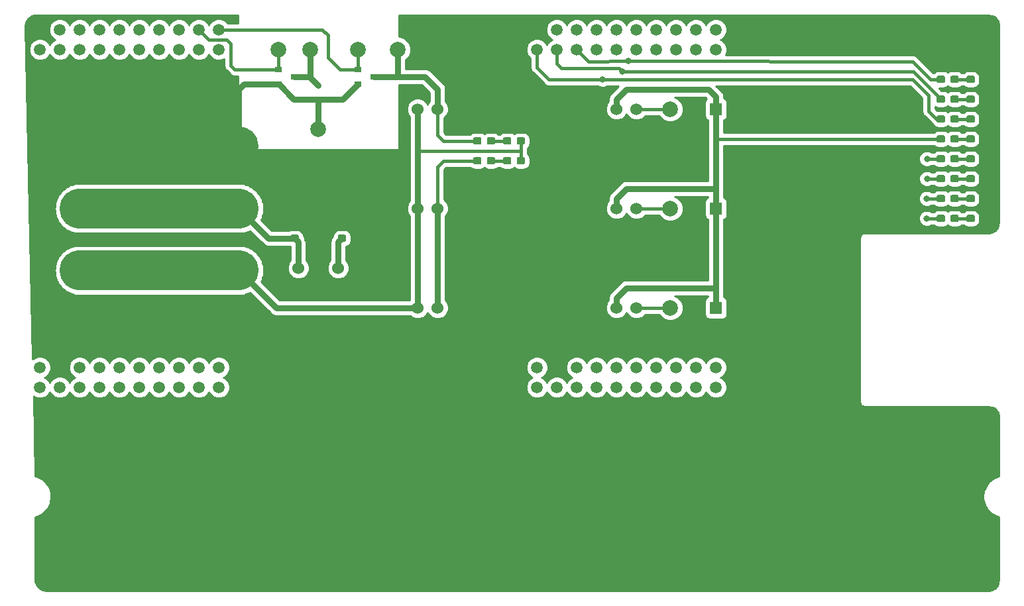
<source format=gbr>
G04 #@! TF.GenerationSoftware,KiCad,Pcbnew,(5.0.2)-1*
G04 #@! TF.CreationDate,2019-04-17T18:14:32-05:00*
G04 #@! TF.ProjectId,ArmDriveBoard_Hardware,41726d44-7269-4766-9542-6f6172645f48,rev?*
G04 #@! TF.SameCoordinates,Original*
G04 #@! TF.FileFunction,Copper,L1,Top*
G04 #@! TF.FilePolarity,Positive*
%FSLAX46Y46*%
G04 Gerber Fmt 4.6, Leading zero omitted, Abs format (unit mm)*
G04 Created by KiCad (PCBNEW (5.0.2)-1) date 4/17/2019 6:14:32 PM*
%MOMM*%
%LPD*%
G01*
G04 APERTURE LIST*
G04 #@! TA.AperFunction,ComponentPad*
%ADD10C,2.000000*%
G04 #@! TD*
G04 #@! TA.AperFunction,Conductor*
%ADD11C,0.100000*%
G04 #@! TD*
G04 #@! TA.AperFunction,SMDPad,CuDef*
%ADD12C,0.950000*%
G04 #@! TD*
G04 #@! TA.AperFunction,ComponentPad*
%ADD13C,1.524000*%
G04 #@! TD*
G04 #@! TA.AperFunction,ComponentPad*
%ADD14C,5.080000*%
G04 #@! TD*
G04 #@! TA.AperFunction,SMDPad,CuDef*
%ADD15R,0.900000X0.800000*%
G04 #@! TD*
G04 #@! TA.AperFunction,ComponentPad*
%ADD16C,1.520000*%
G04 #@! TD*
G04 #@! TA.AperFunction,ComponentPad*
%ADD17R,1.600000X1.600000*%
G04 #@! TD*
G04 #@! TA.AperFunction,ComponentPad*
%ADD18C,1.600000*%
G04 #@! TD*
G04 #@! TA.AperFunction,ViaPad*
%ADD19C,0.800000*%
G04 #@! TD*
G04 #@! TA.AperFunction,Conductor*
%ADD20C,0.762000*%
G04 #@! TD*
G04 #@! TA.AperFunction,Conductor*
%ADD21C,0.381000*%
G04 #@! TD*
G04 #@! TA.AperFunction,Conductor*
%ADD22C,5.080000*%
G04 #@! TD*
G04 #@! TA.AperFunction,Conductor*
%ADD23C,0.254000*%
G04 #@! TD*
G04 APERTURE END LIST*
D10*
G04 #@! TO.P,REF\002A\002A,1*
G04 #@! TO.N,Servo3_PWM*
X212598000Y-121920000D03*
G04 #@! TD*
G04 #@! TO.P,REF\002A\002A,1*
G04 #@! TO.N,Servo2_PWM*
X212598000Y-109220000D03*
G04 #@! TD*
G04 #@! TO.P,REF\002A\002A,1*
G04 #@! TO.N,Servo1_PWM*
X212598000Y-96520000D03*
G04 #@! TD*
G04 #@! TO.P,REF\002A\002A,1*
G04 #@! TO.N,GND*
X167640000Y-99060000D03*
G04 #@! TD*
G04 #@! TO.P,REF\002A\002A,1*
G04 #@! TO.N,Net-(Conn4-Pad2)*
X166624000Y-88900000D03*
G04 #@! TD*
G04 #@! TO.P,REF\002A\002A,1*
G04 #@! TO.N,Net-(Conn6-Pad2)*
X177800000Y-88900000D03*
G04 #@! TD*
G04 #@! TO.P,REF\002A\002A,1*
G04 #@! TO.N,Solenoid_Control*
X172720000Y-88900000D03*
G04 #@! TD*
D11*
G04 #@! TO.N,+5V*
G04 #@! TO.C,C3*
G36*
X170970779Y-112556144D02*
X170993834Y-112559563D01*
X171016443Y-112565227D01*
X171038387Y-112573079D01*
X171059457Y-112583044D01*
X171079448Y-112595026D01*
X171098168Y-112608910D01*
X171115438Y-112624562D01*
X171131090Y-112641832D01*
X171144974Y-112660552D01*
X171156956Y-112680543D01*
X171166921Y-112701613D01*
X171174773Y-112723557D01*
X171180437Y-112746166D01*
X171183856Y-112769221D01*
X171185000Y-112792500D01*
X171185000Y-113267500D01*
X171183856Y-113290779D01*
X171180437Y-113313834D01*
X171174773Y-113336443D01*
X171166921Y-113358387D01*
X171156956Y-113379457D01*
X171144974Y-113399448D01*
X171131090Y-113418168D01*
X171115438Y-113435438D01*
X171098168Y-113451090D01*
X171079448Y-113464974D01*
X171059457Y-113476956D01*
X171038387Y-113486921D01*
X171016443Y-113494773D01*
X170993834Y-113500437D01*
X170970779Y-113503856D01*
X170947500Y-113505000D01*
X170372500Y-113505000D01*
X170349221Y-113503856D01*
X170326166Y-113500437D01*
X170303557Y-113494773D01*
X170281613Y-113486921D01*
X170260543Y-113476956D01*
X170240552Y-113464974D01*
X170221832Y-113451090D01*
X170204562Y-113435438D01*
X170188910Y-113418168D01*
X170175026Y-113399448D01*
X170163044Y-113379457D01*
X170153079Y-113358387D01*
X170145227Y-113336443D01*
X170139563Y-113313834D01*
X170136144Y-113290779D01*
X170135000Y-113267500D01*
X170135000Y-112792500D01*
X170136144Y-112769221D01*
X170139563Y-112746166D01*
X170145227Y-112723557D01*
X170153079Y-112701613D01*
X170163044Y-112680543D01*
X170175026Y-112660552D01*
X170188910Y-112641832D01*
X170204562Y-112624562D01*
X170221832Y-112608910D01*
X170240552Y-112595026D01*
X170260543Y-112583044D01*
X170281613Y-112573079D01*
X170303557Y-112565227D01*
X170326166Y-112559563D01*
X170349221Y-112556144D01*
X170372500Y-112555000D01*
X170947500Y-112555000D01*
X170970779Y-112556144D01*
X170970779Y-112556144D01*
G37*
D12*
G04 #@! TD*
G04 #@! TO.P,C3,1*
G04 #@! TO.N,+5V*
X170660000Y-113030000D03*
D11*
G04 #@! TO.N,GND*
G04 #@! TO.C,C3*
G36*
X169220779Y-112556144D02*
X169243834Y-112559563D01*
X169266443Y-112565227D01*
X169288387Y-112573079D01*
X169309457Y-112583044D01*
X169329448Y-112595026D01*
X169348168Y-112608910D01*
X169365438Y-112624562D01*
X169381090Y-112641832D01*
X169394974Y-112660552D01*
X169406956Y-112680543D01*
X169416921Y-112701613D01*
X169424773Y-112723557D01*
X169430437Y-112746166D01*
X169433856Y-112769221D01*
X169435000Y-112792500D01*
X169435000Y-113267500D01*
X169433856Y-113290779D01*
X169430437Y-113313834D01*
X169424773Y-113336443D01*
X169416921Y-113358387D01*
X169406956Y-113379457D01*
X169394974Y-113399448D01*
X169381090Y-113418168D01*
X169365438Y-113435438D01*
X169348168Y-113451090D01*
X169329448Y-113464974D01*
X169309457Y-113476956D01*
X169288387Y-113486921D01*
X169266443Y-113494773D01*
X169243834Y-113500437D01*
X169220779Y-113503856D01*
X169197500Y-113505000D01*
X168622500Y-113505000D01*
X168599221Y-113503856D01*
X168576166Y-113500437D01*
X168553557Y-113494773D01*
X168531613Y-113486921D01*
X168510543Y-113476956D01*
X168490552Y-113464974D01*
X168471832Y-113451090D01*
X168454562Y-113435438D01*
X168438910Y-113418168D01*
X168425026Y-113399448D01*
X168413044Y-113379457D01*
X168403079Y-113358387D01*
X168395227Y-113336443D01*
X168389563Y-113313834D01*
X168386144Y-113290779D01*
X168385000Y-113267500D01*
X168385000Y-112792500D01*
X168386144Y-112769221D01*
X168389563Y-112746166D01*
X168395227Y-112723557D01*
X168403079Y-112701613D01*
X168413044Y-112680543D01*
X168425026Y-112660552D01*
X168438910Y-112641832D01*
X168454562Y-112624562D01*
X168471832Y-112608910D01*
X168490552Y-112595026D01*
X168510543Y-112583044D01*
X168531613Y-112573079D01*
X168553557Y-112565227D01*
X168576166Y-112559563D01*
X168599221Y-112556144D01*
X168622500Y-112555000D01*
X169197500Y-112555000D01*
X169220779Y-112556144D01*
X169220779Y-112556144D01*
G37*
D12*
G04 #@! TD*
G04 #@! TO.P,C3,2*
G04 #@! TO.N,GND*
X168910000Y-113030000D03*
D11*
G04 #@! TO.N,/V+Log*
G04 #@! TO.C,C6*
G36*
X164930779Y-112556144D02*
X164953834Y-112559563D01*
X164976443Y-112565227D01*
X164998387Y-112573079D01*
X165019457Y-112583044D01*
X165039448Y-112595026D01*
X165058168Y-112608910D01*
X165075438Y-112624562D01*
X165091090Y-112641832D01*
X165104974Y-112660552D01*
X165116956Y-112680543D01*
X165126921Y-112701613D01*
X165134773Y-112723557D01*
X165140437Y-112746166D01*
X165143856Y-112769221D01*
X165145000Y-112792500D01*
X165145000Y-113267500D01*
X165143856Y-113290779D01*
X165140437Y-113313834D01*
X165134773Y-113336443D01*
X165126921Y-113358387D01*
X165116956Y-113379457D01*
X165104974Y-113399448D01*
X165091090Y-113418168D01*
X165075438Y-113435438D01*
X165058168Y-113451090D01*
X165039448Y-113464974D01*
X165019457Y-113476956D01*
X164998387Y-113486921D01*
X164976443Y-113494773D01*
X164953834Y-113500437D01*
X164930779Y-113503856D01*
X164907500Y-113505000D01*
X164332500Y-113505000D01*
X164309221Y-113503856D01*
X164286166Y-113500437D01*
X164263557Y-113494773D01*
X164241613Y-113486921D01*
X164220543Y-113476956D01*
X164200552Y-113464974D01*
X164181832Y-113451090D01*
X164164562Y-113435438D01*
X164148910Y-113418168D01*
X164135026Y-113399448D01*
X164123044Y-113379457D01*
X164113079Y-113358387D01*
X164105227Y-113336443D01*
X164099563Y-113313834D01*
X164096144Y-113290779D01*
X164095000Y-113267500D01*
X164095000Y-112792500D01*
X164096144Y-112769221D01*
X164099563Y-112746166D01*
X164105227Y-112723557D01*
X164113079Y-112701613D01*
X164123044Y-112680543D01*
X164135026Y-112660552D01*
X164148910Y-112641832D01*
X164164562Y-112624562D01*
X164181832Y-112608910D01*
X164200552Y-112595026D01*
X164220543Y-112583044D01*
X164241613Y-112573079D01*
X164263557Y-112565227D01*
X164286166Y-112559563D01*
X164309221Y-112556144D01*
X164332500Y-112555000D01*
X164907500Y-112555000D01*
X164930779Y-112556144D01*
X164930779Y-112556144D01*
G37*
D12*
G04 #@! TD*
G04 #@! TO.P,C6,2*
G04 #@! TO.N,/V+Log*
X164620000Y-113030000D03*
D11*
G04 #@! TO.N,GND*
G04 #@! TO.C,C6*
G36*
X166680779Y-112556144D02*
X166703834Y-112559563D01*
X166726443Y-112565227D01*
X166748387Y-112573079D01*
X166769457Y-112583044D01*
X166789448Y-112595026D01*
X166808168Y-112608910D01*
X166825438Y-112624562D01*
X166841090Y-112641832D01*
X166854974Y-112660552D01*
X166866956Y-112680543D01*
X166876921Y-112701613D01*
X166884773Y-112723557D01*
X166890437Y-112746166D01*
X166893856Y-112769221D01*
X166895000Y-112792500D01*
X166895000Y-113267500D01*
X166893856Y-113290779D01*
X166890437Y-113313834D01*
X166884773Y-113336443D01*
X166876921Y-113358387D01*
X166866956Y-113379457D01*
X166854974Y-113399448D01*
X166841090Y-113418168D01*
X166825438Y-113435438D01*
X166808168Y-113451090D01*
X166789448Y-113464974D01*
X166769457Y-113476956D01*
X166748387Y-113486921D01*
X166726443Y-113494773D01*
X166703834Y-113500437D01*
X166680779Y-113503856D01*
X166657500Y-113505000D01*
X166082500Y-113505000D01*
X166059221Y-113503856D01*
X166036166Y-113500437D01*
X166013557Y-113494773D01*
X165991613Y-113486921D01*
X165970543Y-113476956D01*
X165950552Y-113464974D01*
X165931832Y-113451090D01*
X165914562Y-113435438D01*
X165898910Y-113418168D01*
X165885026Y-113399448D01*
X165873044Y-113379457D01*
X165863079Y-113358387D01*
X165855227Y-113336443D01*
X165849563Y-113313834D01*
X165846144Y-113290779D01*
X165845000Y-113267500D01*
X165845000Y-112792500D01*
X165846144Y-112769221D01*
X165849563Y-112746166D01*
X165855227Y-112723557D01*
X165863079Y-112701613D01*
X165873044Y-112680543D01*
X165885026Y-112660552D01*
X165898910Y-112641832D01*
X165914562Y-112624562D01*
X165931832Y-112608910D01*
X165950552Y-112595026D01*
X165970543Y-112583044D01*
X165991613Y-112573079D01*
X166013557Y-112565227D01*
X166036166Y-112559563D01*
X166059221Y-112556144D01*
X166082500Y-112555000D01*
X166657500Y-112555000D01*
X166680779Y-112556144D01*
X166680779Y-112556144D01*
G37*
D12*
G04 #@! TD*
G04 #@! TO.P,C6,1*
G04 #@! TO.N,GND*
X166370000Y-113030000D03*
D13*
G04 #@! TO.P,Conn4,1*
G04 #@! TO.N,+12V*
X180340000Y-109220000D03*
G04 #@! TO.P,Conn4,2*
G04 #@! TO.N,Net-(Conn4-Pad2)*
X182880000Y-109220000D03*
G04 #@! TD*
G04 #@! TO.P,Conn5,2*
G04 #@! TO.N,Net-(Conn4-Pad2)*
X182880000Y-121920000D03*
G04 #@! TO.P,Conn5,1*
G04 #@! TO.N,+12V*
X180340000Y-121920000D03*
G04 #@! TD*
G04 #@! TO.P,Conn6,1*
G04 #@! TO.N,+12V*
X180340000Y-96520000D03*
G04 #@! TO.P,Conn6,2*
G04 #@! TO.N,Net-(Conn6-Pad2)*
X182880000Y-96520000D03*
G04 #@! TD*
G04 #@! TO.P,Conn7,3*
G04 #@! TO.N,Servo1_PWM*
X208280000Y-96520000D03*
G04 #@! TO.P,Conn7,2*
G04 #@! TO.N,+5V*
X205740000Y-96520000D03*
G04 #@! TO.P,Conn7,1*
G04 #@! TO.N,GND*
X203200000Y-96520000D03*
G04 #@! TD*
G04 #@! TO.P,Conn8,1*
G04 #@! TO.N,GND*
X203200000Y-109220000D03*
G04 #@! TO.P,Conn8,2*
G04 #@! TO.N,+5V*
X205740000Y-109220000D03*
G04 #@! TO.P,Conn8,3*
G04 #@! TO.N,Servo2_PWM*
X208280000Y-109220000D03*
G04 #@! TD*
G04 #@! TO.P,Conn9,1*
G04 #@! TO.N,GND*
X203200000Y-121920000D03*
G04 #@! TO.P,Conn9,2*
G04 #@! TO.N,+5V*
X205740000Y-121920000D03*
G04 #@! TO.P,Conn9,3*
G04 #@! TO.N,Servo3_PWM*
X208280000Y-121920000D03*
G04 #@! TD*
D14*
G04 #@! TO.P,Conn10,1*
G04 #@! TO.N,GND*
X137160000Y-101320000D03*
G04 #@! TO.P,Conn10,2*
G04 #@! TO.N,/V+Log*
X137160000Y-109220000D03*
G04 #@! TO.P,Conn10,3*
G04 #@! TO.N,+12V*
X137160000Y-117120000D03*
G04 #@! TD*
G04 #@! TO.P,Conn11,1*
G04 #@! TO.N,GND*
X147320000Y-101320000D03*
G04 #@! TO.P,Conn11,2*
G04 #@! TO.N,/V+Log*
X147320000Y-109220000D03*
G04 #@! TO.P,Conn11,3*
G04 #@! TO.N,+12V*
X147320000Y-117120000D03*
G04 #@! TD*
G04 #@! TO.P,Conn12,3*
G04 #@! TO.N,+12V*
X157480000Y-117120000D03*
G04 #@! TO.P,Conn12,2*
G04 #@! TO.N,/V+Log*
X157480000Y-109220000D03*
G04 #@! TO.P,Conn12,1*
G04 #@! TO.N,GND*
X157480000Y-101320000D03*
G04 #@! TD*
D11*
G04 #@! TO.N,Net-(Conn4-Pad2)*
G04 #@! TO.C,D1*
G36*
X188270779Y-102650144D02*
X188293834Y-102653563D01*
X188316443Y-102659227D01*
X188338387Y-102667079D01*
X188359457Y-102677044D01*
X188379448Y-102689026D01*
X188398168Y-102702910D01*
X188415438Y-102718562D01*
X188431090Y-102735832D01*
X188444974Y-102754552D01*
X188456956Y-102774543D01*
X188466921Y-102795613D01*
X188474773Y-102817557D01*
X188480437Y-102840166D01*
X188483856Y-102863221D01*
X188485000Y-102886500D01*
X188485000Y-103361500D01*
X188483856Y-103384779D01*
X188480437Y-103407834D01*
X188474773Y-103430443D01*
X188466921Y-103452387D01*
X188456956Y-103473457D01*
X188444974Y-103493448D01*
X188431090Y-103512168D01*
X188415438Y-103529438D01*
X188398168Y-103545090D01*
X188379448Y-103558974D01*
X188359457Y-103570956D01*
X188338387Y-103580921D01*
X188316443Y-103588773D01*
X188293834Y-103594437D01*
X188270779Y-103597856D01*
X188247500Y-103599000D01*
X187672500Y-103599000D01*
X187649221Y-103597856D01*
X187626166Y-103594437D01*
X187603557Y-103588773D01*
X187581613Y-103580921D01*
X187560543Y-103570956D01*
X187540552Y-103558974D01*
X187521832Y-103545090D01*
X187504562Y-103529438D01*
X187488910Y-103512168D01*
X187475026Y-103493448D01*
X187463044Y-103473457D01*
X187453079Y-103452387D01*
X187445227Y-103430443D01*
X187439563Y-103407834D01*
X187436144Y-103384779D01*
X187435000Y-103361500D01*
X187435000Y-102886500D01*
X187436144Y-102863221D01*
X187439563Y-102840166D01*
X187445227Y-102817557D01*
X187453079Y-102795613D01*
X187463044Y-102774543D01*
X187475026Y-102754552D01*
X187488910Y-102735832D01*
X187504562Y-102718562D01*
X187521832Y-102702910D01*
X187540552Y-102689026D01*
X187560543Y-102677044D01*
X187581613Y-102667079D01*
X187603557Y-102659227D01*
X187626166Y-102653563D01*
X187649221Y-102650144D01*
X187672500Y-102649000D01*
X188247500Y-102649000D01*
X188270779Y-102650144D01*
X188270779Y-102650144D01*
G37*
D12*
G04 #@! TD*
G04 #@! TO.P,D1,1*
G04 #@! TO.N,Net-(Conn4-Pad2)*
X187960000Y-103124000D03*
D11*
G04 #@! TO.N,Net-(D1-Pad2)*
G04 #@! TO.C,D1*
G36*
X190020779Y-102650144D02*
X190043834Y-102653563D01*
X190066443Y-102659227D01*
X190088387Y-102667079D01*
X190109457Y-102677044D01*
X190129448Y-102689026D01*
X190148168Y-102702910D01*
X190165438Y-102718562D01*
X190181090Y-102735832D01*
X190194974Y-102754552D01*
X190206956Y-102774543D01*
X190216921Y-102795613D01*
X190224773Y-102817557D01*
X190230437Y-102840166D01*
X190233856Y-102863221D01*
X190235000Y-102886500D01*
X190235000Y-103361500D01*
X190233856Y-103384779D01*
X190230437Y-103407834D01*
X190224773Y-103430443D01*
X190216921Y-103452387D01*
X190206956Y-103473457D01*
X190194974Y-103493448D01*
X190181090Y-103512168D01*
X190165438Y-103529438D01*
X190148168Y-103545090D01*
X190129448Y-103558974D01*
X190109457Y-103570956D01*
X190088387Y-103580921D01*
X190066443Y-103588773D01*
X190043834Y-103594437D01*
X190020779Y-103597856D01*
X189997500Y-103599000D01*
X189422500Y-103599000D01*
X189399221Y-103597856D01*
X189376166Y-103594437D01*
X189353557Y-103588773D01*
X189331613Y-103580921D01*
X189310543Y-103570956D01*
X189290552Y-103558974D01*
X189271832Y-103545090D01*
X189254562Y-103529438D01*
X189238910Y-103512168D01*
X189225026Y-103493448D01*
X189213044Y-103473457D01*
X189203079Y-103452387D01*
X189195227Y-103430443D01*
X189189563Y-103407834D01*
X189186144Y-103384779D01*
X189185000Y-103361500D01*
X189185000Y-102886500D01*
X189186144Y-102863221D01*
X189189563Y-102840166D01*
X189195227Y-102817557D01*
X189203079Y-102795613D01*
X189213044Y-102774543D01*
X189225026Y-102754552D01*
X189238910Y-102735832D01*
X189254562Y-102718562D01*
X189271832Y-102702910D01*
X189290552Y-102689026D01*
X189310543Y-102677044D01*
X189331613Y-102667079D01*
X189353557Y-102659227D01*
X189376166Y-102653563D01*
X189399221Y-102650144D01*
X189422500Y-102649000D01*
X189997500Y-102649000D01*
X190020779Y-102650144D01*
X190020779Y-102650144D01*
G37*
D12*
G04 #@! TD*
G04 #@! TO.P,D1,2*
G04 #@! TO.N,Net-(D1-Pad2)*
X189710000Y-103124000D03*
D11*
G04 #@! TO.N,Net-(Conn6-Pad2)*
G04 #@! TO.C,D3*
G36*
X188270779Y-100110144D02*
X188293834Y-100113563D01*
X188316443Y-100119227D01*
X188338387Y-100127079D01*
X188359457Y-100137044D01*
X188379448Y-100149026D01*
X188398168Y-100162910D01*
X188415438Y-100178562D01*
X188431090Y-100195832D01*
X188444974Y-100214552D01*
X188456956Y-100234543D01*
X188466921Y-100255613D01*
X188474773Y-100277557D01*
X188480437Y-100300166D01*
X188483856Y-100323221D01*
X188485000Y-100346500D01*
X188485000Y-100821500D01*
X188483856Y-100844779D01*
X188480437Y-100867834D01*
X188474773Y-100890443D01*
X188466921Y-100912387D01*
X188456956Y-100933457D01*
X188444974Y-100953448D01*
X188431090Y-100972168D01*
X188415438Y-100989438D01*
X188398168Y-101005090D01*
X188379448Y-101018974D01*
X188359457Y-101030956D01*
X188338387Y-101040921D01*
X188316443Y-101048773D01*
X188293834Y-101054437D01*
X188270779Y-101057856D01*
X188247500Y-101059000D01*
X187672500Y-101059000D01*
X187649221Y-101057856D01*
X187626166Y-101054437D01*
X187603557Y-101048773D01*
X187581613Y-101040921D01*
X187560543Y-101030956D01*
X187540552Y-101018974D01*
X187521832Y-101005090D01*
X187504562Y-100989438D01*
X187488910Y-100972168D01*
X187475026Y-100953448D01*
X187463044Y-100933457D01*
X187453079Y-100912387D01*
X187445227Y-100890443D01*
X187439563Y-100867834D01*
X187436144Y-100844779D01*
X187435000Y-100821500D01*
X187435000Y-100346500D01*
X187436144Y-100323221D01*
X187439563Y-100300166D01*
X187445227Y-100277557D01*
X187453079Y-100255613D01*
X187463044Y-100234543D01*
X187475026Y-100214552D01*
X187488910Y-100195832D01*
X187504562Y-100178562D01*
X187521832Y-100162910D01*
X187540552Y-100149026D01*
X187560543Y-100137044D01*
X187581613Y-100127079D01*
X187603557Y-100119227D01*
X187626166Y-100113563D01*
X187649221Y-100110144D01*
X187672500Y-100109000D01*
X188247500Y-100109000D01*
X188270779Y-100110144D01*
X188270779Y-100110144D01*
G37*
D12*
G04 #@! TD*
G04 #@! TO.P,D3,1*
G04 #@! TO.N,Net-(Conn6-Pad2)*
X187960000Y-100584000D03*
D11*
G04 #@! TO.N,Net-(D3-Pad2)*
G04 #@! TO.C,D3*
G36*
X190020779Y-100110144D02*
X190043834Y-100113563D01*
X190066443Y-100119227D01*
X190088387Y-100127079D01*
X190109457Y-100137044D01*
X190129448Y-100149026D01*
X190148168Y-100162910D01*
X190165438Y-100178562D01*
X190181090Y-100195832D01*
X190194974Y-100214552D01*
X190206956Y-100234543D01*
X190216921Y-100255613D01*
X190224773Y-100277557D01*
X190230437Y-100300166D01*
X190233856Y-100323221D01*
X190235000Y-100346500D01*
X190235000Y-100821500D01*
X190233856Y-100844779D01*
X190230437Y-100867834D01*
X190224773Y-100890443D01*
X190216921Y-100912387D01*
X190206956Y-100933457D01*
X190194974Y-100953448D01*
X190181090Y-100972168D01*
X190165438Y-100989438D01*
X190148168Y-101005090D01*
X190129448Y-101018974D01*
X190109457Y-101030956D01*
X190088387Y-101040921D01*
X190066443Y-101048773D01*
X190043834Y-101054437D01*
X190020779Y-101057856D01*
X189997500Y-101059000D01*
X189422500Y-101059000D01*
X189399221Y-101057856D01*
X189376166Y-101054437D01*
X189353557Y-101048773D01*
X189331613Y-101040921D01*
X189310543Y-101030956D01*
X189290552Y-101018974D01*
X189271832Y-101005090D01*
X189254562Y-100989438D01*
X189238910Y-100972168D01*
X189225026Y-100953448D01*
X189213044Y-100933457D01*
X189203079Y-100912387D01*
X189195227Y-100890443D01*
X189189563Y-100867834D01*
X189186144Y-100844779D01*
X189185000Y-100821500D01*
X189185000Y-100346500D01*
X189186144Y-100323221D01*
X189189563Y-100300166D01*
X189195227Y-100277557D01*
X189203079Y-100255613D01*
X189213044Y-100234543D01*
X189225026Y-100214552D01*
X189238910Y-100195832D01*
X189254562Y-100178562D01*
X189271832Y-100162910D01*
X189290552Y-100149026D01*
X189310543Y-100137044D01*
X189331613Y-100127079D01*
X189353557Y-100119227D01*
X189376166Y-100113563D01*
X189399221Y-100110144D01*
X189422500Y-100109000D01*
X189997500Y-100109000D01*
X190020779Y-100110144D01*
X190020779Y-100110144D01*
G37*
D12*
G04 #@! TD*
G04 #@! TO.P,D3,2*
G04 #@! TO.N,Net-(D3-Pad2)*
X189710000Y-100584000D03*
D11*
G04 #@! TO.N,GND*
G04 #@! TO.C,D8*
G36*
X253040779Y-92236144D02*
X253063834Y-92239563D01*
X253086443Y-92245227D01*
X253108387Y-92253079D01*
X253129457Y-92263044D01*
X253149448Y-92275026D01*
X253168168Y-92288910D01*
X253185438Y-92304562D01*
X253201090Y-92321832D01*
X253214974Y-92340552D01*
X253226956Y-92360543D01*
X253236921Y-92381613D01*
X253244773Y-92403557D01*
X253250437Y-92426166D01*
X253253856Y-92449221D01*
X253255000Y-92472500D01*
X253255000Y-92947500D01*
X253253856Y-92970779D01*
X253250437Y-92993834D01*
X253244773Y-93016443D01*
X253236921Y-93038387D01*
X253226956Y-93059457D01*
X253214974Y-93079448D01*
X253201090Y-93098168D01*
X253185438Y-93115438D01*
X253168168Y-93131090D01*
X253149448Y-93144974D01*
X253129457Y-93156956D01*
X253108387Y-93166921D01*
X253086443Y-93174773D01*
X253063834Y-93180437D01*
X253040779Y-93183856D01*
X253017500Y-93185000D01*
X252442500Y-93185000D01*
X252419221Y-93183856D01*
X252396166Y-93180437D01*
X252373557Y-93174773D01*
X252351613Y-93166921D01*
X252330543Y-93156956D01*
X252310552Y-93144974D01*
X252291832Y-93131090D01*
X252274562Y-93115438D01*
X252258910Y-93098168D01*
X252245026Y-93079448D01*
X252233044Y-93059457D01*
X252223079Y-93038387D01*
X252215227Y-93016443D01*
X252209563Y-92993834D01*
X252206144Y-92970779D01*
X252205000Y-92947500D01*
X252205000Y-92472500D01*
X252206144Y-92449221D01*
X252209563Y-92426166D01*
X252215227Y-92403557D01*
X252223079Y-92381613D01*
X252233044Y-92360543D01*
X252245026Y-92340552D01*
X252258910Y-92321832D01*
X252274562Y-92304562D01*
X252291832Y-92288910D01*
X252310552Y-92275026D01*
X252330543Y-92263044D01*
X252351613Y-92253079D01*
X252373557Y-92245227D01*
X252396166Y-92239563D01*
X252419221Y-92236144D01*
X252442500Y-92235000D01*
X253017500Y-92235000D01*
X253040779Y-92236144D01*
X253040779Y-92236144D01*
G37*
D12*
G04 #@! TD*
G04 #@! TO.P,D8,1*
G04 #@! TO.N,GND*
X252730000Y-92710000D03*
D11*
G04 #@! TO.N,Net-(D8-Pad2)*
G04 #@! TO.C,D8*
G36*
X251290779Y-92236144D02*
X251313834Y-92239563D01*
X251336443Y-92245227D01*
X251358387Y-92253079D01*
X251379457Y-92263044D01*
X251399448Y-92275026D01*
X251418168Y-92288910D01*
X251435438Y-92304562D01*
X251451090Y-92321832D01*
X251464974Y-92340552D01*
X251476956Y-92360543D01*
X251486921Y-92381613D01*
X251494773Y-92403557D01*
X251500437Y-92426166D01*
X251503856Y-92449221D01*
X251505000Y-92472500D01*
X251505000Y-92947500D01*
X251503856Y-92970779D01*
X251500437Y-92993834D01*
X251494773Y-93016443D01*
X251486921Y-93038387D01*
X251476956Y-93059457D01*
X251464974Y-93079448D01*
X251451090Y-93098168D01*
X251435438Y-93115438D01*
X251418168Y-93131090D01*
X251399448Y-93144974D01*
X251379457Y-93156956D01*
X251358387Y-93166921D01*
X251336443Y-93174773D01*
X251313834Y-93180437D01*
X251290779Y-93183856D01*
X251267500Y-93185000D01*
X250692500Y-93185000D01*
X250669221Y-93183856D01*
X250646166Y-93180437D01*
X250623557Y-93174773D01*
X250601613Y-93166921D01*
X250580543Y-93156956D01*
X250560552Y-93144974D01*
X250541832Y-93131090D01*
X250524562Y-93115438D01*
X250508910Y-93098168D01*
X250495026Y-93079448D01*
X250483044Y-93059457D01*
X250473079Y-93038387D01*
X250465227Y-93016443D01*
X250459563Y-92993834D01*
X250456144Y-92970779D01*
X250455000Y-92947500D01*
X250455000Y-92472500D01*
X250456144Y-92449221D01*
X250459563Y-92426166D01*
X250465227Y-92403557D01*
X250473079Y-92381613D01*
X250483044Y-92360543D01*
X250495026Y-92340552D01*
X250508910Y-92321832D01*
X250524562Y-92304562D01*
X250541832Y-92288910D01*
X250560552Y-92275026D01*
X250580543Y-92263044D01*
X250601613Y-92253079D01*
X250623557Y-92245227D01*
X250646166Y-92239563D01*
X250669221Y-92236144D01*
X250692500Y-92235000D01*
X251267500Y-92235000D01*
X251290779Y-92236144D01*
X251290779Y-92236144D01*
G37*
D12*
G04 #@! TD*
G04 #@! TO.P,D8,2*
G04 #@! TO.N,Net-(D8-Pad2)*
X250980000Y-92710000D03*
D11*
G04 #@! TO.N,GND*
G04 #@! TO.C,D9*
G36*
X253040779Y-94776144D02*
X253063834Y-94779563D01*
X253086443Y-94785227D01*
X253108387Y-94793079D01*
X253129457Y-94803044D01*
X253149448Y-94815026D01*
X253168168Y-94828910D01*
X253185438Y-94844562D01*
X253201090Y-94861832D01*
X253214974Y-94880552D01*
X253226956Y-94900543D01*
X253236921Y-94921613D01*
X253244773Y-94943557D01*
X253250437Y-94966166D01*
X253253856Y-94989221D01*
X253255000Y-95012500D01*
X253255000Y-95487500D01*
X253253856Y-95510779D01*
X253250437Y-95533834D01*
X253244773Y-95556443D01*
X253236921Y-95578387D01*
X253226956Y-95599457D01*
X253214974Y-95619448D01*
X253201090Y-95638168D01*
X253185438Y-95655438D01*
X253168168Y-95671090D01*
X253149448Y-95684974D01*
X253129457Y-95696956D01*
X253108387Y-95706921D01*
X253086443Y-95714773D01*
X253063834Y-95720437D01*
X253040779Y-95723856D01*
X253017500Y-95725000D01*
X252442500Y-95725000D01*
X252419221Y-95723856D01*
X252396166Y-95720437D01*
X252373557Y-95714773D01*
X252351613Y-95706921D01*
X252330543Y-95696956D01*
X252310552Y-95684974D01*
X252291832Y-95671090D01*
X252274562Y-95655438D01*
X252258910Y-95638168D01*
X252245026Y-95619448D01*
X252233044Y-95599457D01*
X252223079Y-95578387D01*
X252215227Y-95556443D01*
X252209563Y-95533834D01*
X252206144Y-95510779D01*
X252205000Y-95487500D01*
X252205000Y-95012500D01*
X252206144Y-94989221D01*
X252209563Y-94966166D01*
X252215227Y-94943557D01*
X252223079Y-94921613D01*
X252233044Y-94900543D01*
X252245026Y-94880552D01*
X252258910Y-94861832D01*
X252274562Y-94844562D01*
X252291832Y-94828910D01*
X252310552Y-94815026D01*
X252330543Y-94803044D01*
X252351613Y-94793079D01*
X252373557Y-94785227D01*
X252396166Y-94779563D01*
X252419221Y-94776144D01*
X252442500Y-94775000D01*
X253017500Y-94775000D01*
X253040779Y-94776144D01*
X253040779Y-94776144D01*
G37*
D12*
G04 #@! TD*
G04 #@! TO.P,D9,1*
G04 #@! TO.N,GND*
X252730000Y-95250000D03*
D11*
G04 #@! TO.N,Net-(D9-Pad2)*
G04 #@! TO.C,D9*
G36*
X251290779Y-94776144D02*
X251313834Y-94779563D01*
X251336443Y-94785227D01*
X251358387Y-94793079D01*
X251379457Y-94803044D01*
X251399448Y-94815026D01*
X251418168Y-94828910D01*
X251435438Y-94844562D01*
X251451090Y-94861832D01*
X251464974Y-94880552D01*
X251476956Y-94900543D01*
X251486921Y-94921613D01*
X251494773Y-94943557D01*
X251500437Y-94966166D01*
X251503856Y-94989221D01*
X251505000Y-95012500D01*
X251505000Y-95487500D01*
X251503856Y-95510779D01*
X251500437Y-95533834D01*
X251494773Y-95556443D01*
X251486921Y-95578387D01*
X251476956Y-95599457D01*
X251464974Y-95619448D01*
X251451090Y-95638168D01*
X251435438Y-95655438D01*
X251418168Y-95671090D01*
X251399448Y-95684974D01*
X251379457Y-95696956D01*
X251358387Y-95706921D01*
X251336443Y-95714773D01*
X251313834Y-95720437D01*
X251290779Y-95723856D01*
X251267500Y-95725000D01*
X250692500Y-95725000D01*
X250669221Y-95723856D01*
X250646166Y-95720437D01*
X250623557Y-95714773D01*
X250601613Y-95706921D01*
X250580543Y-95696956D01*
X250560552Y-95684974D01*
X250541832Y-95671090D01*
X250524562Y-95655438D01*
X250508910Y-95638168D01*
X250495026Y-95619448D01*
X250483044Y-95599457D01*
X250473079Y-95578387D01*
X250465227Y-95556443D01*
X250459563Y-95533834D01*
X250456144Y-95510779D01*
X250455000Y-95487500D01*
X250455000Y-95012500D01*
X250456144Y-94989221D01*
X250459563Y-94966166D01*
X250465227Y-94943557D01*
X250473079Y-94921613D01*
X250483044Y-94900543D01*
X250495026Y-94880552D01*
X250508910Y-94861832D01*
X250524562Y-94844562D01*
X250541832Y-94828910D01*
X250560552Y-94815026D01*
X250580543Y-94803044D01*
X250601613Y-94793079D01*
X250623557Y-94785227D01*
X250646166Y-94779563D01*
X250669221Y-94776144D01*
X250692500Y-94775000D01*
X251267500Y-94775000D01*
X251290779Y-94776144D01*
X251290779Y-94776144D01*
G37*
D12*
G04 #@! TD*
G04 #@! TO.P,D9,2*
G04 #@! TO.N,Net-(D9-Pad2)*
X250980000Y-95250000D03*
D11*
G04 #@! TO.N,GND*
G04 #@! TO.C,D10*
G36*
X253040779Y-97316144D02*
X253063834Y-97319563D01*
X253086443Y-97325227D01*
X253108387Y-97333079D01*
X253129457Y-97343044D01*
X253149448Y-97355026D01*
X253168168Y-97368910D01*
X253185438Y-97384562D01*
X253201090Y-97401832D01*
X253214974Y-97420552D01*
X253226956Y-97440543D01*
X253236921Y-97461613D01*
X253244773Y-97483557D01*
X253250437Y-97506166D01*
X253253856Y-97529221D01*
X253255000Y-97552500D01*
X253255000Y-98027500D01*
X253253856Y-98050779D01*
X253250437Y-98073834D01*
X253244773Y-98096443D01*
X253236921Y-98118387D01*
X253226956Y-98139457D01*
X253214974Y-98159448D01*
X253201090Y-98178168D01*
X253185438Y-98195438D01*
X253168168Y-98211090D01*
X253149448Y-98224974D01*
X253129457Y-98236956D01*
X253108387Y-98246921D01*
X253086443Y-98254773D01*
X253063834Y-98260437D01*
X253040779Y-98263856D01*
X253017500Y-98265000D01*
X252442500Y-98265000D01*
X252419221Y-98263856D01*
X252396166Y-98260437D01*
X252373557Y-98254773D01*
X252351613Y-98246921D01*
X252330543Y-98236956D01*
X252310552Y-98224974D01*
X252291832Y-98211090D01*
X252274562Y-98195438D01*
X252258910Y-98178168D01*
X252245026Y-98159448D01*
X252233044Y-98139457D01*
X252223079Y-98118387D01*
X252215227Y-98096443D01*
X252209563Y-98073834D01*
X252206144Y-98050779D01*
X252205000Y-98027500D01*
X252205000Y-97552500D01*
X252206144Y-97529221D01*
X252209563Y-97506166D01*
X252215227Y-97483557D01*
X252223079Y-97461613D01*
X252233044Y-97440543D01*
X252245026Y-97420552D01*
X252258910Y-97401832D01*
X252274562Y-97384562D01*
X252291832Y-97368910D01*
X252310552Y-97355026D01*
X252330543Y-97343044D01*
X252351613Y-97333079D01*
X252373557Y-97325227D01*
X252396166Y-97319563D01*
X252419221Y-97316144D01*
X252442500Y-97315000D01*
X253017500Y-97315000D01*
X253040779Y-97316144D01*
X253040779Y-97316144D01*
G37*
D12*
G04 #@! TD*
G04 #@! TO.P,D10,1*
G04 #@! TO.N,GND*
X252730000Y-97790000D03*
D11*
G04 #@! TO.N,Net-(D10-Pad2)*
G04 #@! TO.C,D10*
G36*
X251290779Y-97316144D02*
X251313834Y-97319563D01*
X251336443Y-97325227D01*
X251358387Y-97333079D01*
X251379457Y-97343044D01*
X251399448Y-97355026D01*
X251418168Y-97368910D01*
X251435438Y-97384562D01*
X251451090Y-97401832D01*
X251464974Y-97420552D01*
X251476956Y-97440543D01*
X251486921Y-97461613D01*
X251494773Y-97483557D01*
X251500437Y-97506166D01*
X251503856Y-97529221D01*
X251505000Y-97552500D01*
X251505000Y-98027500D01*
X251503856Y-98050779D01*
X251500437Y-98073834D01*
X251494773Y-98096443D01*
X251486921Y-98118387D01*
X251476956Y-98139457D01*
X251464974Y-98159448D01*
X251451090Y-98178168D01*
X251435438Y-98195438D01*
X251418168Y-98211090D01*
X251399448Y-98224974D01*
X251379457Y-98236956D01*
X251358387Y-98246921D01*
X251336443Y-98254773D01*
X251313834Y-98260437D01*
X251290779Y-98263856D01*
X251267500Y-98265000D01*
X250692500Y-98265000D01*
X250669221Y-98263856D01*
X250646166Y-98260437D01*
X250623557Y-98254773D01*
X250601613Y-98246921D01*
X250580543Y-98236956D01*
X250560552Y-98224974D01*
X250541832Y-98211090D01*
X250524562Y-98195438D01*
X250508910Y-98178168D01*
X250495026Y-98159448D01*
X250483044Y-98139457D01*
X250473079Y-98118387D01*
X250465227Y-98096443D01*
X250459563Y-98073834D01*
X250456144Y-98050779D01*
X250455000Y-98027500D01*
X250455000Y-97552500D01*
X250456144Y-97529221D01*
X250459563Y-97506166D01*
X250465227Y-97483557D01*
X250473079Y-97461613D01*
X250483044Y-97440543D01*
X250495026Y-97420552D01*
X250508910Y-97401832D01*
X250524562Y-97384562D01*
X250541832Y-97368910D01*
X250560552Y-97355026D01*
X250580543Y-97343044D01*
X250601613Y-97333079D01*
X250623557Y-97325227D01*
X250646166Y-97319563D01*
X250669221Y-97316144D01*
X250692500Y-97315000D01*
X251267500Y-97315000D01*
X251290779Y-97316144D01*
X251290779Y-97316144D01*
G37*
D12*
G04 #@! TD*
G04 #@! TO.P,D10,2*
G04 #@! TO.N,Net-(D10-Pad2)*
X250980000Y-97790000D03*
D11*
G04 #@! TO.N,Net-(D11-Pad2)*
G04 #@! TO.C,D11*
G36*
X251290779Y-99856144D02*
X251313834Y-99859563D01*
X251336443Y-99865227D01*
X251358387Y-99873079D01*
X251379457Y-99883044D01*
X251399448Y-99895026D01*
X251418168Y-99908910D01*
X251435438Y-99924562D01*
X251451090Y-99941832D01*
X251464974Y-99960552D01*
X251476956Y-99980543D01*
X251486921Y-100001613D01*
X251494773Y-100023557D01*
X251500437Y-100046166D01*
X251503856Y-100069221D01*
X251505000Y-100092500D01*
X251505000Y-100567500D01*
X251503856Y-100590779D01*
X251500437Y-100613834D01*
X251494773Y-100636443D01*
X251486921Y-100658387D01*
X251476956Y-100679457D01*
X251464974Y-100699448D01*
X251451090Y-100718168D01*
X251435438Y-100735438D01*
X251418168Y-100751090D01*
X251399448Y-100764974D01*
X251379457Y-100776956D01*
X251358387Y-100786921D01*
X251336443Y-100794773D01*
X251313834Y-100800437D01*
X251290779Y-100803856D01*
X251267500Y-100805000D01*
X250692500Y-100805000D01*
X250669221Y-100803856D01*
X250646166Y-100800437D01*
X250623557Y-100794773D01*
X250601613Y-100786921D01*
X250580543Y-100776956D01*
X250560552Y-100764974D01*
X250541832Y-100751090D01*
X250524562Y-100735438D01*
X250508910Y-100718168D01*
X250495026Y-100699448D01*
X250483044Y-100679457D01*
X250473079Y-100658387D01*
X250465227Y-100636443D01*
X250459563Y-100613834D01*
X250456144Y-100590779D01*
X250455000Y-100567500D01*
X250455000Y-100092500D01*
X250456144Y-100069221D01*
X250459563Y-100046166D01*
X250465227Y-100023557D01*
X250473079Y-100001613D01*
X250483044Y-99980543D01*
X250495026Y-99960552D01*
X250508910Y-99941832D01*
X250524562Y-99924562D01*
X250541832Y-99908910D01*
X250560552Y-99895026D01*
X250580543Y-99883044D01*
X250601613Y-99873079D01*
X250623557Y-99865227D01*
X250646166Y-99859563D01*
X250669221Y-99856144D01*
X250692500Y-99855000D01*
X251267500Y-99855000D01*
X251290779Y-99856144D01*
X251290779Y-99856144D01*
G37*
D12*
G04 #@! TD*
G04 #@! TO.P,D11,2*
G04 #@! TO.N,Net-(D11-Pad2)*
X250980000Y-100330000D03*
D11*
G04 #@! TO.N,GND*
G04 #@! TO.C,D11*
G36*
X253040779Y-99856144D02*
X253063834Y-99859563D01*
X253086443Y-99865227D01*
X253108387Y-99873079D01*
X253129457Y-99883044D01*
X253149448Y-99895026D01*
X253168168Y-99908910D01*
X253185438Y-99924562D01*
X253201090Y-99941832D01*
X253214974Y-99960552D01*
X253226956Y-99980543D01*
X253236921Y-100001613D01*
X253244773Y-100023557D01*
X253250437Y-100046166D01*
X253253856Y-100069221D01*
X253255000Y-100092500D01*
X253255000Y-100567500D01*
X253253856Y-100590779D01*
X253250437Y-100613834D01*
X253244773Y-100636443D01*
X253236921Y-100658387D01*
X253226956Y-100679457D01*
X253214974Y-100699448D01*
X253201090Y-100718168D01*
X253185438Y-100735438D01*
X253168168Y-100751090D01*
X253149448Y-100764974D01*
X253129457Y-100776956D01*
X253108387Y-100786921D01*
X253086443Y-100794773D01*
X253063834Y-100800437D01*
X253040779Y-100803856D01*
X253017500Y-100805000D01*
X252442500Y-100805000D01*
X252419221Y-100803856D01*
X252396166Y-100800437D01*
X252373557Y-100794773D01*
X252351613Y-100786921D01*
X252330543Y-100776956D01*
X252310552Y-100764974D01*
X252291832Y-100751090D01*
X252274562Y-100735438D01*
X252258910Y-100718168D01*
X252245026Y-100699448D01*
X252233044Y-100679457D01*
X252223079Y-100658387D01*
X252215227Y-100636443D01*
X252209563Y-100613834D01*
X252206144Y-100590779D01*
X252205000Y-100567500D01*
X252205000Y-100092500D01*
X252206144Y-100069221D01*
X252209563Y-100046166D01*
X252215227Y-100023557D01*
X252223079Y-100001613D01*
X252233044Y-99980543D01*
X252245026Y-99960552D01*
X252258910Y-99941832D01*
X252274562Y-99924562D01*
X252291832Y-99908910D01*
X252310552Y-99895026D01*
X252330543Y-99883044D01*
X252351613Y-99873079D01*
X252373557Y-99865227D01*
X252396166Y-99859563D01*
X252419221Y-99856144D01*
X252442500Y-99855000D01*
X253017500Y-99855000D01*
X253040779Y-99856144D01*
X253040779Y-99856144D01*
G37*
D12*
G04 #@! TD*
G04 #@! TO.P,D11,1*
G04 #@! TO.N,GND*
X252730000Y-100330000D03*
D11*
G04 #@! TO.N,Net-(D12-Pad2)*
G04 #@! TO.C,D12*
G36*
X251290779Y-102396144D02*
X251313834Y-102399563D01*
X251336443Y-102405227D01*
X251358387Y-102413079D01*
X251379457Y-102423044D01*
X251399448Y-102435026D01*
X251418168Y-102448910D01*
X251435438Y-102464562D01*
X251451090Y-102481832D01*
X251464974Y-102500552D01*
X251476956Y-102520543D01*
X251486921Y-102541613D01*
X251494773Y-102563557D01*
X251500437Y-102586166D01*
X251503856Y-102609221D01*
X251505000Y-102632500D01*
X251505000Y-103107500D01*
X251503856Y-103130779D01*
X251500437Y-103153834D01*
X251494773Y-103176443D01*
X251486921Y-103198387D01*
X251476956Y-103219457D01*
X251464974Y-103239448D01*
X251451090Y-103258168D01*
X251435438Y-103275438D01*
X251418168Y-103291090D01*
X251399448Y-103304974D01*
X251379457Y-103316956D01*
X251358387Y-103326921D01*
X251336443Y-103334773D01*
X251313834Y-103340437D01*
X251290779Y-103343856D01*
X251267500Y-103345000D01*
X250692500Y-103345000D01*
X250669221Y-103343856D01*
X250646166Y-103340437D01*
X250623557Y-103334773D01*
X250601613Y-103326921D01*
X250580543Y-103316956D01*
X250560552Y-103304974D01*
X250541832Y-103291090D01*
X250524562Y-103275438D01*
X250508910Y-103258168D01*
X250495026Y-103239448D01*
X250483044Y-103219457D01*
X250473079Y-103198387D01*
X250465227Y-103176443D01*
X250459563Y-103153834D01*
X250456144Y-103130779D01*
X250455000Y-103107500D01*
X250455000Y-102632500D01*
X250456144Y-102609221D01*
X250459563Y-102586166D01*
X250465227Y-102563557D01*
X250473079Y-102541613D01*
X250483044Y-102520543D01*
X250495026Y-102500552D01*
X250508910Y-102481832D01*
X250524562Y-102464562D01*
X250541832Y-102448910D01*
X250560552Y-102435026D01*
X250580543Y-102423044D01*
X250601613Y-102413079D01*
X250623557Y-102405227D01*
X250646166Y-102399563D01*
X250669221Y-102396144D01*
X250692500Y-102395000D01*
X251267500Y-102395000D01*
X251290779Y-102396144D01*
X251290779Y-102396144D01*
G37*
D12*
G04 #@! TD*
G04 #@! TO.P,D12,2*
G04 #@! TO.N,Net-(D12-Pad2)*
X250980000Y-102870000D03*
D11*
G04 #@! TO.N,GND*
G04 #@! TO.C,D12*
G36*
X253040779Y-102396144D02*
X253063834Y-102399563D01*
X253086443Y-102405227D01*
X253108387Y-102413079D01*
X253129457Y-102423044D01*
X253149448Y-102435026D01*
X253168168Y-102448910D01*
X253185438Y-102464562D01*
X253201090Y-102481832D01*
X253214974Y-102500552D01*
X253226956Y-102520543D01*
X253236921Y-102541613D01*
X253244773Y-102563557D01*
X253250437Y-102586166D01*
X253253856Y-102609221D01*
X253255000Y-102632500D01*
X253255000Y-103107500D01*
X253253856Y-103130779D01*
X253250437Y-103153834D01*
X253244773Y-103176443D01*
X253236921Y-103198387D01*
X253226956Y-103219457D01*
X253214974Y-103239448D01*
X253201090Y-103258168D01*
X253185438Y-103275438D01*
X253168168Y-103291090D01*
X253149448Y-103304974D01*
X253129457Y-103316956D01*
X253108387Y-103326921D01*
X253086443Y-103334773D01*
X253063834Y-103340437D01*
X253040779Y-103343856D01*
X253017500Y-103345000D01*
X252442500Y-103345000D01*
X252419221Y-103343856D01*
X252396166Y-103340437D01*
X252373557Y-103334773D01*
X252351613Y-103326921D01*
X252330543Y-103316956D01*
X252310552Y-103304974D01*
X252291832Y-103291090D01*
X252274562Y-103275438D01*
X252258910Y-103258168D01*
X252245026Y-103239448D01*
X252233044Y-103219457D01*
X252223079Y-103198387D01*
X252215227Y-103176443D01*
X252209563Y-103153834D01*
X252206144Y-103130779D01*
X252205000Y-103107500D01*
X252205000Y-102632500D01*
X252206144Y-102609221D01*
X252209563Y-102586166D01*
X252215227Y-102563557D01*
X252223079Y-102541613D01*
X252233044Y-102520543D01*
X252245026Y-102500552D01*
X252258910Y-102481832D01*
X252274562Y-102464562D01*
X252291832Y-102448910D01*
X252310552Y-102435026D01*
X252330543Y-102423044D01*
X252351613Y-102413079D01*
X252373557Y-102405227D01*
X252396166Y-102399563D01*
X252419221Y-102396144D01*
X252442500Y-102395000D01*
X253017500Y-102395000D01*
X253040779Y-102396144D01*
X253040779Y-102396144D01*
G37*
D12*
G04 #@! TD*
G04 #@! TO.P,D12,1*
G04 #@! TO.N,GND*
X252730000Y-102870000D03*
D11*
G04 #@! TO.N,Net-(D13-Pad2)*
G04 #@! TO.C,D13*
G36*
X251290779Y-104936144D02*
X251313834Y-104939563D01*
X251336443Y-104945227D01*
X251358387Y-104953079D01*
X251379457Y-104963044D01*
X251399448Y-104975026D01*
X251418168Y-104988910D01*
X251435438Y-105004562D01*
X251451090Y-105021832D01*
X251464974Y-105040552D01*
X251476956Y-105060543D01*
X251486921Y-105081613D01*
X251494773Y-105103557D01*
X251500437Y-105126166D01*
X251503856Y-105149221D01*
X251505000Y-105172500D01*
X251505000Y-105647500D01*
X251503856Y-105670779D01*
X251500437Y-105693834D01*
X251494773Y-105716443D01*
X251486921Y-105738387D01*
X251476956Y-105759457D01*
X251464974Y-105779448D01*
X251451090Y-105798168D01*
X251435438Y-105815438D01*
X251418168Y-105831090D01*
X251399448Y-105844974D01*
X251379457Y-105856956D01*
X251358387Y-105866921D01*
X251336443Y-105874773D01*
X251313834Y-105880437D01*
X251290779Y-105883856D01*
X251267500Y-105885000D01*
X250692500Y-105885000D01*
X250669221Y-105883856D01*
X250646166Y-105880437D01*
X250623557Y-105874773D01*
X250601613Y-105866921D01*
X250580543Y-105856956D01*
X250560552Y-105844974D01*
X250541832Y-105831090D01*
X250524562Y-105815438D01*
X250508910Y-105798168D01*
X250495026Y-105779448D01*
X250483044Y-105759457D01*
X250473079Y-105738387D01*
X250465227Y-105716443D01*
X250459563Y-105693834D01*
X250456144Y-105670779D01*
X250455000Y-105647500D01*
X250455000Y-105172500D01*
X250456144Y-105149221D01*
X250459563Y-105126166D01*
X250465227Y-105103557D01*
X250473079Y-105081613D01*
X250483044Y-105060543D01*
X250495026Y-105040552D01*
X250508910Y-105021832D01*
X250524562Y-105004562D01*
X250541832Y-104988910D01*
X250560552Y-104975026D01*
X250580543Y-104963044D01*
X250601613Y-104953079D01*
X250623557Y-104945227D01*
X250646166Y-104939563D01*
X250669221Y-104936144D01*
X250692500Y-104935000D01*
X251267500Y-104935000D01*
X251290779Y-104936144D01*
X251290779Y-104936144D01*
G37*
D12*
G04 #@! TD*
G04 #@! TO.P,D13,2*
G04 #@! TO.N,Net-(D13-Pad2)*
X250980000Y-105410000D03*
D11*
G04 #@! TO.N,GND*
G04 #@! TO.C,D13*
G36*
X253040779Y-104936144D02*
X253063834Y-104939563D01*
X253086443Y-104945227D01*
X253108387Y-104953079D01*
X253129457Y-104963044D01*
X253149448Y-104975026D01*
X253168168Y-104988910D01*
X253185438Y-105004562D01*
X253201090Y-105021832D01*
X253214974Y-105040552D01*
X253226956Y-105060543D01*
X253236921Y-105081613D01*
X253244773Y-105103557D01*
X253250437Y-105126166D01*
X253253856Y-105149221D01*
X253255000Y-105172500D01*
X253255000Y-105647500D01*
X253253856Y-105670779D01*
X253250437Y-105693834D01*
X253244773Y-105716443D01*
X253236921Y-105738387D01*
X253226956Y-105759457D01*
X253214974Y-105779448D01*
X253201090Y-105798168D01*
X253185438Y-105815438D01*
X253168168Y-105831090D01*
X253149448Y-105844974D01*
X253129457Y-105856956D01*
X253108387Y-105866921D01*
X253086443Y-105874773D01*
X253063834Y-105880437D01*
X253040779Y-105883856D01*
X253017500Y-105885000D01*
X252442500Y-105885000D01*
X252419221Y-105883856D01*
X252396166Y-105880437D01*
X252373557Y-105874773D01*
X252351613Y-105866921D01*
X252330543Y-105856956D01*
X252310552Y-105844974D01*
X252291832Y-105831090D01*
X252274562Y-105815438D01*
X252258910Y-105798168D01*
X252245026Y-105779448D01*
X252233044Y-105759457D01*
X252223079Y-105738387D01*
X252215227Y-105716443D01*
X252209563Y-105693834D01*
X252206144Y-105670779D01*
X252205000Y-105647500D01*
X252205000Y-105172500D01*
X252206144Y-105149221D01*
X252209563Y-105126166D01*
X252215227Y-105103557D01*
X252223079Y-105081613D01*
X252233044Y-105060543D01*
X252245026Y-105040552D01*
X252258910Y-105021832D01*
X252274562Y-105004562D01*
X252291832Y-104988910D01*
X252310552Y-104975026D01*
X252330543Y-104963044D01*
X252351613Y-104953079D01*
X252373557Y-104945227D01*
X252396166Y-104939563D01*
X252419221Y-104936144D01*
X252442500Y-104935000D01*
X253017500Y-104935000D01*
X253040779Y-104936144D01*
X253040779Y-104936144D01*
G37*
D12*
G04 #@! TD*
G04 #@! TO.P,D13,1*
G04 #@! TO.N,GND*
X252730000Y-105410000D03*
D11*
G04 #@! TO.N,Net-(D14-Pad2)*
G04 #@! TO.C,D14*
G36*
X251290779Y-107476144D02*
X251313834Y-107479563D01*
X251336443Y-107485227D01*
X251358387Y-107493079D01*
X251379457Y-107503044D01*
X251399448Y-107515026D01*
X251418168Y-107528910D01*
X251435438Y-107544562D01*
X251451090Y-107561832D01*
X251464974Y-107580552D01*
X251476956Y-107600543D01*
X251486921Y-107621613D01*
X251494773Y-107643557D01*
X251500437Y-107666166D01*
X251503856Y-107689221D01*
X251505000Y-107712500D01*
X251505000Y-108187500D01*
X251503856Y-108210779D01*
X251500437Y-108233834D01*
X251494773Y-108256443D01*
X251486921Y-108278387D01*
X251476956Y-108299457D01*
X251464974Y-108319448D01*
X251451090Y-108338168D01*
X251435438Y-108355438D01*
X251418168Y-108371090D01*
X251399448Y-108384974D01*
X251379457Y-108396956D01*
X251358387Y-108406921D01*
X251336443Y-108414773D01*
X251313834Y-108420437D01*
X251290779Y-108423856D01*
X251267500Y-108425000D01*
X250692500Y-108425000D01*
X250669221Y-108423856D01*
X250646166Y-108420437D01*
X250623557Y-108414773D01*
X250601613Y-108406921D01*
X250580543Y-108396956D01*
X250560552Y-108384974D01*
X250541832Y-108371090D01*
X250524562Y-108355438D01*
X250508910Y-108338168D01*
X250495026Y-108319448D01*
X250483044Y-108299457D01*
X250473079Y-108278387D01*
X250465227Y-108256443D01*
X250459563Y-108233834D01*
X250456144Y-108210779D01*
X250455000Y-108187500D01*
X250455000Y-107712500D01*
X250456144Y-107689221D01*
X250459563Y-107666166D01*
X250465227Y-107643557D01*
X250473079Y-107621613D01*
X250483044Y-107600543D01*
X250495026Y-107580552D01*
X250508910Y-107561832D01*
X250524562Y-107544562D01*
X250541832Y-107528910D01*
X250560552Y-107515026D01*
X250580543Y-107503044D01*
X250601613Y-107493079D01*
X250623557Y-107485227D01*
X250646166Y-107479563D01*
X250669221Y-107476144D01*
X250692500Y-107475000D01*
X251267500Y-107475000D01*
X251290779Y-107476144D01*
X251290779Y-107476144D01*
G37*
D12*
G04 #@! TD*
G04 #@! TO.P,D14,2*
G04 #@! TO.N,Net-(D14-Pad2)*
X250980000Y-107950000D03*
D11*
G04 #@! TO.N,GND*
G04 #@! TO.C,D14*
G36*
X253040779Y-107476144D02*
X253063834Y-107479563D01*
X253086443Y-107485227D01*
X253108387Y-107493079D01*
X253129457Y-107503044D01*
X253149448Y-107515026D01*
X253168168Y-107528910D01*
X253185438Y-107544562D01*
X253201090Y-107561832D01*
X253214974Y-107580552D01*
X253226956Y-107600543D01*
X253236921Y-107621613D01*
X253244773Y-107643557D01*
X253250437Y-107666166D01*
X253253856Y-107689221D01*
X253255000Y-107712500D01*
X253255000Y-108187500D01*
X253253856Y-108210779D01*
X253250437Y-108233834D01*
X253244773Y-108256443D01*
X253236921Y-108278387D01*
X253226956Y-108299457D01*
X253214974Y-108319448D01*
X253201090Y-108338168D01*
X253185438Y-108355438D01*
X253168168Y-108371090D01*
X253149448Y-108384974D01*
X253129457Y-108396956D01*
X253108387Y-108406921D01*
X253086443Y-108414773D01*
X253063834Y-108420437D01*
X253040779Y-108423856D01*
X253017500Y-108425000D01*
X252442500Y-108425000D01*
X252419221Y-108423856D01*
X252396166Y-108420437D01*
X252373557Y-108414773D01*
X252351613Y-108406921D01*
X252330543Y-108396956D01*
X252310552Y-108384974D01*
X252291832Y-108371090D01*
X252274562Y-108355438D01*
X252258910Y-108338168D01*
X252245026Y-108319448D01*
X252233044Y-108299457D01*
X252223079Y-108278387D01*
X252215227Y-108256443D01*
X252209563Y-108233834D01*
X252206144Y-108210779D01*
X252205000Y-108187500D01*
X252205000Y-107712500D01*
X252206144Y-107689221D01*
X252209563Y-107666166D01*
X252215227Y-107643557D01*
X252223079Y-107621613D01*
X252233044Y-107600543D01*
X252245026Y-107580552D01*
X252258910Y-107561832D01*
X252274562Y-107544562D01*
X252291832Y-107528910D01*
X252310552Y-107515026D01*
X252330543Y-107503044D01*
X252351613Y-107493079D01*
X252373557Y-107485227D01*
X252396166Y-107479563D01*
X252419221Y-107476144D01*
X252442500Y-107475000D01*
X253017500Y-107475000D01*
X253040779Y-107476144D01*
X253040779Y-107476144D01*
G37*
D12*
G04 #@! TD*
G04 #@! TO.P,D14,1*
G04 #@! TO.N,GND*
X252730000Y-107950000D03*
D11*
G04 #@! TO.N,Net-(D15-Pad2)*
G04 #@! TO.C,D15*
G36*
X251290779Y-110016144D02*
X251313834Y-110019563D01*
X251336443Y-110025227D01*
X251358387Y-110033079D01*
X251379457Y-110043044D01*
X251399448Y-110055026D01*
X251418168Y-110068910D01*
X251435438Y-110084562D01*
X251451090Y-110101832D01*
X251464974Y-110120552D01*
X251476956Y-110140543D01*
X251486921Y-110161613D01*
X251494773Y-110183557D01*
X251500437Y-110206166D01*
X251503856Y-110229221D01*
X251505000Y-110252500D01*
X251505000Y-110727500D01*
X251503856Y-110750779D01*
X251500437Y-110773834D01*
X251494773Y-110796443D01*
X251486921Y-110818387D01*
X251476956Y-110839457D01*
X251464974Y-110859448D01*
X251451090Y-110878168D01*
X251435438Y-110895438D01*
X251418168Y-110911090D01*
X251399448Y-110924974D01*
X251379457Y-110936956D01*
X251358387Y-110946921D01*
X251336443Y-110954773D01*
X251313834Y-110960437D01*
X251290779Y-110963856D01*
X251267500Y-110965000D01*
X250692500Y-110965000D01*
X250669221Y-110963856D01*
X250646166Y-110960437D01*
X250623557Y-110954773D01*
X250601613Y-110946921D01*
X250580543Y-110936956D01*
X250560552Y-110924974D01*
X250541832Y-110911090D01*
X250524562Y-110895438D01*
X250508910Y-110878168D01*
X250495026Y-110859448D01*
X250483044Y-110839457D01*
X250473079Y-110818387D01*
X250465227Y-110796443D01*
X250459563Y-110773834D01*
X250456144Y-110750779D01*
X250455000Y-110727500D01*
X250455000Y-110252500D01*
X250456144Y-110229221D01*
X250459563Y-110206166D01*
X250465227Y-110183557D01*
X250473079Y-110161613D01*
X250483044Y-110140543D01*
X250495026Y-110120552D01*
X250508910Y-110101832D01*
X250524562Y-110084562D01*
X250541832Y-110068910D01*
X250560552Y-110055026D01*
X250580543Y-110043044D01*
X250601613Y-110033079D01*
X250623557Y-110025227D01*
X250646166Y-110019563D01*
X250669221Y-110016144D01*
X250692500Y-110015000D01*
X251267500Y-110015000D01*
X251290779Y-110016144D01*
X251290779Y-110016144D01*
G37*
D12*
G04 #@! TD*
G04 #@! TO.P,D15,2*
G04 #@! TO.N,Net-(D15-Pad2)*
X250980000Y-110490000D03*
D11*
G04 #@! TO.N,GND*
G04 #@! TO.C,D15*
G36*
X253040779Y-110016144D02*
X253063834Y-110019563D01*
X253086443Y-110025227D01*
X253108387Y-110033079D01*
X253129457Y-110043044D01*
X253149448Y-110055026D01*
X253168168Y-110068910D01*
X253185438Y-110084562D01*
X253201090Y-110101832D01*
X253214974Y-110120552D01*
X253226956Y-110140543D01*
X253236921Y-110161613D01*
X253244773Y-110183557D01*
X253250437Y-110206166D01*
X253253856Y-110229221D01*
X253255000Y-110252500D01*
X253255000Y-110727500D01*
X253253856Y-110750779D01*
X253250437Y-110773834D01*
X253244773Y-110796443D01*
X253236921Y-110818387D01*
X253226956Y-110839457D01*
X253214974Y-110859448D01*
X253201090Y-110878168D01*
X253185438Y-110895438D01*
X253168168Y-110911090D01*
X253149448Y-110924974D01*
X253129457Y-110936956D01*
X253108387Y-110946921D01*
X253086443Y-110954773D01*
X253063834Y-110960437D01*
X253040779Y-110963856D01*
X253017500Y-110965000D01*
X252442500Y-110965000D01*
X252419221Y-110963856D01*
X252396166Y-110960437D01*
X252373557Y-110954773D01*
X252351613Y-110946921D01*
X252330543Y-110936956D01*
X252310552Y-110924974D01*
X252291832Y-110911090D01*
X252274562Y-110895438D01*
X252258910Y-110878168D01*
X252245026Y-110859448D01*
X252233044Y-110839457D01*
X252223079Y-110818387D01*
X252215227Y-110796443D01*
X252209563Y-110773834D01*
X252206144Y-110750779D01*
X252205000Y-110727500D01*
X252205000Y-110252500D01*
X252206144Y-110229221D01*
X252209563Y-110206166D01*
X252215227Y-110183557D01*
X252223079Y-110161613D01*
X252233044Y-110140543D01*
X252245026Y-110120552D01*
X252258910Y-110101832D01*
X252274562Y-110084562D01*
X252291832Y-110068910D01*
X252310552Y-110055026D01*
X252330543Y-110043044D01*
X252351613Y-110033079D01*
X252373557Y-110025227D01*
X252396166Y-110019563D01*
X252419221Y-110016144D01*
X252442500Y-110015000D01*
X253017500Y-110015000D01*
X253040779Y-110016144D01*
X253040779Y-110016144D01*
G37*
D12*
G04 #@! TD*
G04 #@! TO.P,D15,1*
G04 #@! TO.N,GND*
X252730000Y-110490000D03*
D15*
G04 #@! TO.P,Q1,3*
G04 #@! TO.N,Net-(Conn4-Pad2)*
X164560000Y-92390000D03*
G04 #@! TO.P,Q1,2*
G04 #@! TO.N,GND*
X162560000Y-93340000D03*
G04 #@! TO.P,Q1,1*
G04 #@! TO.N,Laser_Control*
X162560000Y-91440000D03*
G04 #@! TD*
G04 #@! TO.P,Q2,1*
G04 #@! TO.N,Solenoid_Control*
X172720000Y-91440000D03*
G04 #@! TO.P,Q2,2*
G04 #@! TO.N,GND*
X172720000Y-93340000D03*
G04 #@! TO.P,Q2,3*
G04 #@! TO.N,Net-(Conn6-Pad2)*
X174720000Y-92390000D03*
G04 #@! TD*
D11*
G04 #@! TO.N,+12V*
G04 #@! TO.C,R1*
G36*
X193830779Y-102650144D02*
X193853834Y-102653563D01*
X193876443Y-102659227D01*
X193898387Y-102667079D01*
X193919457Y-102677044D01*
X193939448Y-102689026D01*
X193958168Y-102702910D01*
X193975438Y-102718562D01*
X193991090Y-102735832D01*
X194004974Y-102754552D01*
X194016956Y-102774543D01*
X194026921Y-102795613D01*
X194034773Y-102817557D01*
X194040437Y-102840166D01*
X194043856Y-102863221D01*
X194045000Y-102886500D01*
X194045000Y-103361500D01*
X194043856Y-103384779D01*
X194040437Y-103407834D01*
X194034773Y-103430443D01*
X194026921Y-103452387D01*
X194016956Y-103473457D01*
X194004974Y-103493448D01*
X193991090Y-103512168D01*
X193975438Y-103529438D01*
X193958168Y-103545090D01*
X193939448Y-103558974D01*
X193919457Y-103570956D01*
X193898387Y-103580921D01*
X193876443Y-103588773D01*
X193853834Y-103594437D01*
X193830779Y-103597856D01*
X193807500Y-103599000D01*
X193232500Y-103599000D01*
X193209221Y-103597856D01*
X193186166Y-103594437D01*
X193163557Y-103588773D01*
X193141613Y-103580921D01*
X193120543Y-103570956D01*
X193100552Y-103558974D01*
X193081832Y-103545090D01*
X193064562Y-103529438D01*
X193048910Y-103512168D01*
X193035026Y-103493448D01*
X193023044Y-103473457D01*
X193013079Y-103452387D01*
X193005227Y-103430443D01*
X192999563Y-103407834D01*
X192996144Y-103384779D01*
X192995000Y-103361500D01*
X192995000Y-102886500D01*
X192996144Y-102863221D01*
X192999563Y-102840166D01*
X193005227Y-102817557D01*
X193013079Y-102795613D01*
X193023044Y-102774543D01*
X193035026Y-102754552D01*
X193048910Y-102735832D01*
X193064562Y-102718562D01*
X193081832Y-102702910D01*
X193100552Y-102689026D01*
X193120543Y-102677044D01*
X193141613Y-102667079D01*
X193163557Y-102659227D01*
X193186166Y-102653563D01*
X193209221Y-102650144D01*
X193232500Y-102649000D01*
X193807500Y-102649000D01*
X193830779Y-102650144D01*
X193830779Y-102650144D01*
G37*
D12*
G04 #@! TD*
G04 #@! TO.P,R1,2*
G04 #@! TO.N,+12V*
X193520000Y-103124000D03*
D11*
G04 #@! TO.N,Net-(D1-Pad2)*
G04 #@! TO.C,R1*
G36*
X192080779Y-102650144D02*
X192103834Y-102653563D01*
X192126443Y-102659227D01*
X192148387Y-102667079D01*
X192169457Y-102677044D01*
X192189448Y-102689026D01*
X192208168Y-102702910D01*
X192225438Y-102718562D01*
X192241090Y-102735832D01*
X192254974Y-102754552D01*
X192266956Y-102774543D01*
X192276921Y-102795613D01*
X192284773Y-102817557D01*
X192290437Y-102840166D01*
X192293856Y-102863221D01*
X192295000Y-102886500D01*
X192295000Y-103361500D01*
X192293856Y-103384779D01*
X192290437Y-103407834D01*
X192284773Y-103430443D01*
X192276921Y-103452387D01*
X192266956Y-103473457D01*
X192254974Y-103493448D01*
X192241090Y-103512168D01*
X192225438Y-103529438D01*
X192208168Y-103545090D01*
X192189448Y-103558974D01*
X192169457Y-103570956D01*
X192148387Y-103580921D01*
X192126443Y-103588773D01*
X192103834Y-103594437D01*
X192080779Y-103597856D01*
X192057500Y-103599000D01*
X191482500Y-103599000D01*
X191459221Y-103597856D01*
X191436166Y-103594437D01*
X191413557Y-103588773D01*
X191391613Y-103580921D01*
X191370543Y-103570956D01*
X191350552Y-103558974D01*
X191331832Y-103545090D01*
X191314562Y-103529438D01*
X191298910Y-103512168D01*
X191285026Y-103493448D01*
X191273044Y-103473457D01*
X191263079Y-103452387D01*
X191255227Y-103430443D01*
X191249563Y-103407834D01*
X191246144Y-103384779D01*
X191245000Y-103361500D01*
X191245000Y-102886500D01*
X191246144Y-102863221D01*
X191249563Y-102840166D01*
X191255227Y-102817557D01*
X191263079Y-102795613D01*
X191273044Y-102774543D01*
X191285026Y-102754552D01*
X191298910Y-102735832D01*
X191314562Y-102718562D01*
X191331832Y-102702910D01*
X191350552Y-102689026D01*
X191370543Y-102677044D01*
X191391613Y-102667079D01*
X191413557Y-102659227D01*
X191436166Y-102653563D01*
X191459221Y-102650144D01*
X191482500Y-102649000D01*
X192057500Y-102649000D01*
X192080779Y-102650144D01*
X192080779Y-102650144D01*
G37*
D12*
G04 #@! TD*
G04 #@! TO.P,R1,1*
G04 #@! TO.N,Net-(D1-Pad2)*
X191770000Y-103124000D03*
D11*
G04 #@! TO.N,Net-(D11-Pad2)*
G04 #@! TO.C,R2*
G36*
X249230779Y-99856144D02*
X249253834Y-99859563D01*
X249276443Y-99865227D01*
X249298387Y-99873079D01*
X249319457Y-99883044D01*
X249339448Y-99895026D01*
X249358168Y-99908910D01*
X249375438Y-99924562D01*
X249391090Y-99941832D01*
X249404974Y-99960552D01*
X249416956Y-99980543D01*
X249426921Y-100001613D01*
X249434773Y-100023557D01*
X249440437Y-100046166D01*
X249443856Y-100069221D01*
X249445000Y-100092500D01*
X249445000Y-100567500D01*
X249443856Y-100590779D01*
X249440437Y-100613834D01*
X249434773Y-100636443D01*
X249426921Y-100658387D01*
X249416956Y-100679457D01*
X249404974Y-100699448D01*
X249391090Y-100718168D01*
X249375438Y-100735438D01*
X249358168Y-100751090D01*
X249339448Y-100764974D01*
X249319457Y-100776956D01*
X249298387Y-100786921D01*
X249276443Y-100794773D01*
X249253834Y-100800437D01*
X249230779Y-100803856D01*
X249207500Y-100805000D01*
X248632500Y-100805000D01*
X248609221Y-100803856D01*
X248586166Y-100800437D01*
X248563557Y-100794773D01*
X248541613Y-100786921D01*
X248520543Y-100776956D01*
X248500552Y-100764974D01*
X248481832Y-100751090D01*
X248464562Y-100735438D01*
X248448910Y-100718168D01*
X248435026Y-100699448D01*
X248423044Y-100679457D01*
X248413079Y-100658387D01*
X248405227Y-100636443D01*
X248399563Y-100613834D01*
X248396144Y-100590779D01*
X248395000Y-100567500D01*
X248395000Y-100092500D01*
X248396144Y-100069221D01*
X248399563Y-100046166D01*
X248405227Y-100023557D01*
X248413079Y-100001613D01*
X248423044Y-99980543D01*
X248435026Y-99960552D01*
X248448910Y-99941832D01*
X248464562Y-99924562D01*
X248481832Y-99908910D01*
X248500552Y-99895026D01*
X248520543Y-99883044D01*
X248541613Y-99873079D01*
X248563557Y-99865227D01*
X248586166Y-99859563D01*
X248609221Y-99856144D01*
X248632500Y-99855000D01*
X249207500Y-99855000D01*
X249230779Y-99856144D01*
X249230779Y-99856144D01*
G37*
D12*
G04 #@! TD*
G04 #@! TO.P,R2,1*
G04 #@! TO.N,Net-(D11-Pad2)*
X248920000Y-100330000D03*
D11*
G04 #@! TO.N,+5V*
G04 #@! TO.C,R2*
G36*
X247480779Y-99856144D02*
X247503834Y-99859563D01*
X247526443Y-99865227D01*
X247548387Y-99873079D01*
X247569457Y-99883044D01*
X247589448Y-99895026D01*
X247608168Y-99908910D01*
X247625438Y-99924562D01*
X247641090Y-99941832D01*
X247654974Y-99960552D01*
X247666956Y-99980543D01*
X247676921Y-100001613D01*
X247684773Y-100023557D01*
X247690437Y-100046166D01*
X247693856Y-100069221D01*
X247695000Y-100092500D01*
X247695000Y-100567500D01*
X247693856Y-100590779D01*
X247690437Y-100613834D01*
X247684773Y-100636443D01*
X247676921Y-100658387D01*
X247666956Y-100679457D01*
X247654974Y-100699448D01*
X247641090Y-100718168D01*
X247625438Y-100735438D01*
X247608168Y-100751090D01*
X247589448Y-100764974D01*
X247569457Y-100776956D01*
X247548387Y-100786921D01*
X247526443Y-100794773D01*
X247503834Y-100800437D01*
X247480779Y-100803856D01*
X247457500Y-100805000D01*
X246882500Y-100805000D01*
X246859221Y-100803856D01*
X246836166Y-100800437D01*
X246813557Y-100794773D01*
X246791613Y-100786921D01*
X246770543Y-100776956D01*
X246750552Y-100764974D01*
X246731832Y-100751090D01*
X246714562Y-100735438D01*
X246698910Y-100718168D01*
X246685026Y-100699448D01*
X246673044Y-100679457D01*
X246663079Y-100658387D01*
X246655227Y-100636443D01*
X246649563Y-100613834D01*
X246646144Y-100590779D01*
X246645000Y-100567500D01*
X246645000Y-100092500D01*
X246646144Y-100069221D01*
X246649563Y-100046166D01*
X246655227Y-100023557D01*
X246663079Y-100001613D01*
X246673044Y-99980543D01*
X246685026Y-99960552D01*
X246698910Y-99941832D01*
X246714562Y-99924562D01*
X246731832Y-99908910D01*
X246750552Y-99895026D01*
X246770543Y-99883044D01*
X246791613Y-99873079D01*
X246813557Y-99865227D01*
X246836166Y-99859563D01*
X246859221Y-99856144D01*
X246882500Y-99855000D01*
X247457500Y-99855000D01*
X247480779Y-99856144D01*
X247480779Y-99856144D01*
G37*
D12*
G04 #@! TD*
G04 #@! TO.P,R2,2*
G04 #@! TO.N,+5V*
X247170000Y-100330000D03*
D11*
G04 #@! TO.N,+12V*
G04 #@! TO.C,R3*
G36*
X193830779Y-100110144D02*
X193853834Y-100113563D01*
X193876443Y-100119227D01*
X193898387Y-100127079D01*
X193919457Y-100137044D01*
X193939448Y-100149026D01*
X193958168Y-100162910D01*
X193975438Y-100178562D01*
X193991090Y-100195832D01*
X194004974Y-100214552D01*
X194016956Y-100234543D01*
X194026921Y-100255613D01*
X194034773Y-100277557D01*
X194040437Y-100300166D01*
X194043856Y-100323221D01*
X194045000Y-100346500D01*
X194045000Y-100821500D01*
X194043856Y-100844779D01*
X194040437Y-100867834D01*
X194034773Y-100890443D01*
X194026921Y-100912387D01*
X194016956Y-100933457D01*
X194004974Y-100953448D01*
X193991090Y-100972168D01*
X193975438Y-100989438D01*
X193958168Y-101005090D01*
X193939448Y-101018974D01*
X193919457Y-101030956D01*
X193898387Y-101040921D01*
X193876443Y-101048773D01*
X193853834Y-101054437D01*
X193830779Y-101057856D01*
X193807500Y-101059000D01*
X193232500Y-101059000D01*
X193209221Y-101057856D01*
X193186166Y-101054437D01*
X193163557Y-101048773D01*
X193141613Y-101040921D01*
X193120543Y-101030956D01*
X193100552Y-101018974D01*
X193081832Y-101005090D01*
X193064562Y-100989438D01*
X193048910Y-100972168D01*
X193035026Y-100953448D01*
X193023044Y-100933457D01*
X193013079Y-100912387D01*
X193005227Y-100890443D01*
X192999563Y-100867834D01*
X192996144Y-100844779D01*
X192995000Y-100821500D01*
X192995000Y-100346500D01*
X192996144Y-100323221D01*
X192999563Y-100300166D01*
X193005227Y-100277557D01*
X193013079Y-100255613D01*
X193023044Y-100234543D01*
X193035026Y-100214552D01*
X193048910Y-100195832D01*
X193064562Y-100178562D01*
X193081832Y-100162910D01*
X193100552Y-100149026D01*
X193120543Y-100137044D01*
X193141613Y-100127079D01*
X193163557Y-100119227D01*
X193186166Y-100113563D01*
X193209221Y-100110144D01*
X193232500Y-100109000D01*
X193807500Y-100109000D01*
X193830779Y-100110144D01*
X193830779Y-100110144D01*
G37*
D12*
G04 #@! TD*
G04 #@! TO.P,R3,1*
G04 #@! TO.N,+12V*
X193520000Y-100584000D03*
D11*
G04 #@! TO.N,Net-(D3-Pad2)*
G04 #@! TO.C,R3*
G36*
X192080779Y-100110144D02*
X192103834Y-100113563D01*
X192126443Y-100119227D01*
X192148387Y-100127079D01*
X192169457Y-100137044D01*
X192189448Y-100149026D01*
X192208168Y-100162910D01*
X192225438Y-100178562D01*
X192241090Y-100195832D01*
X192254974Y-100214552D01*
X192266956Y-100234543D01*
X192276921Y-100255613D01*
X192284773Y-100277557D01*
X192290437Y-100300166D01*
X192293856Y-100323221D01*
X192295000Y-100346500D01*
X192295000Y-100821500D01*
X192293856Y-100844779D01*
X192290437Y-100867834D01*
X192284773Y-100890443D01*
X192276921Y-100912387D01*
X192266956Y-100933457D01*
X192254974Y-100953448D01*
X192241090Y-100972168D01*
X192225438Y-100989438D01*
X192208168Y-101005090D01*
X192189448Y-101018974D01*
X192169457Y-101030956D01*
X192148387Y-101040921D01*
X192126443Y-101048773D01*
X192103834Y-101054437D01*
X192080779Y-101057856D01*
X192057500Y-101059000D01*
X191482500Y-101059000D01*
X191459221Y-101057856D01*
X191436166Y-101054437D01*
X191413557Y-101048773D01*
X191391613Y-101040921D01*
X191370543Y-101030956D01*
X191350552Y-101018974D01*
X191331832Y-101005090D01*
X191314562Y-100989438D01*
X191298910Y-100972168D01*
X191285026Y-100953448D01*
X191273044Y-100933457D01*
X191263079Y-100912387D01*
X191255227Y-100890443D01*
X191249563Y-100867834D01*
X191246144Y-100844779D01*
X191245000Y-100821500D01*
X191245000Y-100346500D01*
X191246144Y-100323221D01*
X191249563Y-100300166D01*
X191255227Y-100277557D01*
X191263079Y-100255613D01*
X191273044Y-100234543D01*
X191285026Y-100214552D01*
X191298910Y-100195832D01*
X191314562Y-100178562D01*
X191331832Y-100162910D01*
X191350552Y-100149026D01*
X191370543Y-100137044D01*
X191391613Y-100127079D01*
X191413557Y-100119227D01*
X191436166Y-100113563D01*
X191459221Y-100110144D01*
X191482500Y-100109000D01*
X192057500Y-100109000D01*
X192080779Y-100110144D01*
X192080779Y-100110144D01*
G37*
D12*
G04 #@! TD*
G04 #@! TO.P,R3,2*
G04 #@! TO.N,Net-(D3-Pad2)*
X191770000Y-100584000D03*
D11*
G04 #@! TO.N,Servo1_PWM*
G04 #@! TO.C,R8*
G36*
X247480779Y-92236144D02*
X247503834Y-92239563D01*
X247526443Y-92245227D01*
X247548387Y-92253079D01*
X247569457Y-92263044D01*
X247589448Y-92275026D01*
X247608168Y-92288910D01*
X247625438Y-92304562D01*
X247641090Y-92321832D01*
X247654974Y-92340552D01*
X247666956Y-92360543D01*
X247676921Y-92381613D01*
X247684773Y-92403557D01*
X247690437Y-92426166D01*
X247693856Y-92449221D01*
X247695000Y-92472500D01*
X247695000Y-92947500D01*
X247693856Y-92970779D01*
X247690437Y-92993834D01*
X247684773Y-93016443D01*
X247676921Y-93038387D01*
X247666956Y-93059457D01*
X247654974Y-93079448D01*
X247641090Y-93098168D01*
X247625438Y-93115438D01*
X247608168Y-93131090D01*
X247589448Y-93144974D01*
X247569457Y-93156956D01*
X247548387Y-93166921D01*
X247526443Y-93174773D01*
X247503834Y-93180437D01*
X247480779Y-93183856D01*
X247457500Y-93185000D01*
X246882500Y-93185000D01*
X246859221Y-93183856D01*
X246836166Y-93180437D01*
X246813557Y-93174773D01*
X246791613Y-93166921D01*
X246770543Y-93156956D01*
X246750552Y-93144974D01*
X246731832Y-93131090D01*
X246714562Y-93115438D01*
X246698910Y-93098168D01*
X246685026Y-93079448D01*
X246673044Y-93059457D01*
X246663079Y-93038387D01*
X246655227Y-93016443D01*
X246649563Y-92993834D01*
X246646144Y-92970779D01*
X246645000Y-92947500D01*
X246645000Y-92472500D01*
X246646144Y-92449221D01*
X246649563Y-92426166D01*
X246655227Y-92403557D01*
X246663079Y-92381613D01*
X246673044Y-92360543D01*
X246685026Y-92340552D01*
X246698910Y-92321832D01*
X246714562Y-92304562D01*
X246731832Y-92288910D01*
X246750552Y-92275026D01*
X246770543Y-92263044D01*
X246791613Y-92253079D01*
X246813557Y-92245227D01*
X246836166Y-92239563D01*
X246859221Y-92236144D01*
X246882500Y-92235000D01*
X247457500Y-92235000D01*
X247480779Y-92236144D01*
X247480779Y-92236144D01*
G37*
D12*
G04 #@! TD*
G04 #@! TO.P,R8,2*
G04 #@! TO.N,Servo1_PWM*
X247170000Y-92710000D03*
D11*
G04 #@! TO.N,Net-(D8-Pad2)*
G04 #@! TO.C,R8*
G36*
X249230779Y-92236144D02*
X249253834Y-92239563D01*
X249276443Y-92245227D01*
X249298387Y-92253079D01*
X249319457Y-92263044D01*
X249339448Y-92275026D01*
X249358168Y-92288910D01*
X249375438Y-92304562D01*
X249391090Y-92321832D01*
X249404974Y-92340552D01*
X249416956Y-92360543D01*
X249426921Y-92381613D01*
X249434773Y-92403557D01*
X249440437Y-92426166D01*
X249443856Y-92449221D01*
X249445000Y-92472500D01*
X249445000Y-92947500D01*
X249443856Y-92970779D01*
X249440437Y-92993834D01*
X249434773Y-93016443D01*
X249426921Y-93038387D01*
X249416956Y-93059457D01*
X249404974Y-93079448D01*
X249391090Y-93098168D01*
X249375438Y-93115438D01*
X249358168Y-93131090D01*
X249339448Y-93144974D01*
X249319457Y-93156956D01*
X249298387Y-93166921D01*
X249276443Y-93174773D01*
X249253834Y-93180437D01*
X249230779Y-93183856D01*
X249207500Y-93185000D01*
X248632500Y-93185000D01*
X248609221Y-93183856D01*
X248586166Y-93180437D01*
X248563557Y-93174773D01*
X248541613Y-93166921D01*
X248520543Y-93156956D01*
X248500552Y-93144974D01*
X248481832Y-93131090D01*
X248464562Y-93115438D01*
X248448910Y-93098168D01*
X248435026Y-93079448D01*
X248423044Y-93059457D01*
X248413079Y-93038387D01*
X248405227Y-93016443D01*
X248399563Y-92993834D01*
X248396144Y-92970779D01*
X248395000Y-92947500D01*
X248395000Y-92472500D01*
X248396144Y-92449221D01*
X248399563Y-92426166D01*
X248405227Y-92403557D01*
X248413079Y-92381613D01*
X248423044Y-92360543D01*
X248435026Y-92340552D01*
X248448910Y-92321832D01*
X248464562Y-92304562D01*
X248481832Y-92288910D01*
X248500552Y-92275026D01*
X248520543Y-92263044D01*
X248541613Y-92253079D01*
X248563557Y-92245227D01*
X248586166Y-92239563D01*
X248609221Y-92236144D01*
X248632500Y-92235000D01*
X249207500Y-92235000D01*
X249230779Y-92236144D01*
X249230779Y-92236144D01*
G37*
D12*
G04 #@! TD*
G04 #@! TO.P,R8,1*
G04 #@! TO.N,Net-(D8-Pad2)*
X248920000Y-92710000D03*
D11*
G04 #@! TO.N,Net-(D9-Pad2)*
G04 #@! TO.C,R9*
G36*
X249230779Y-94776144D02*
X249253834Y-94779563D01*
X249276443Y-94785227D01*
X249298387Y-94793079D01*
X249319457Y-94803044D01*
X249339448Y-94815026D01*
X249358168Y-94828910D01*
X249375438Y-94844562D01*
X249391090Y-94861832D01*
X249404974Y-94880552D01*
X249416956Y-94900543D01*
X249426921Y-94921613D01*
X249434773Y-94943557D01*
X249440437Y-94966166D01*
X249443856Y-94989221D01*
X249445000Y-95012500D01*
X249445000Y-95487500D01*
X249443856Y-95510779D01*
X249440437Y-95533834D01*
X249434773Y-95556443D01*
X249426921Y-95578387D01*
X249416956Y-95599457D01*
X249404974Y-95619448D01*
X249391090Y-95638168D01*
X249375438Y-95655438D01*
X249358168Y-95671090D01*
X249339448Y-95684974D01*
X249319457Y-95696956D01*
X249298387Y-95706921D01*
X249276443Y-95714773D01*
X249253834Y-95720437D01*
X249230779Y-95723856D01*
X249207500Y-95725000D01*
X248632500Y-95725000D01*
X248609221Y-95723856D01*
X248586166Y-95720437D01*
X248563557Y-95714773D01*
X248541613Y-95706921D01*
X248520543Y-95696956D01*
X248500552Y-95684974D01*
X248481832Y-95671090D01*
X248464562Y-95655438D01*
X248448910Y-95638168D01*
X248435026Y-95619448D01*
X248423044Y-95599457D01*
X248413079Y-95578387D01*
X248405227Y-95556443D01*
X248399563Y-95533834D01*
X248396144Y-95510779D01*
X248395000Y-95487500D01*
X248395000Y-95012500D01*
X248396144Y-94989221D01*
X248399563Y-94966166D01*
X248405227Y-94943557D01*
X248413079Y-94921613D01*
X248423044Y-94900543D01*
X248435026Y-94880552D01*
X248448910Y-94861832D01*
X248464562Y-94844562D01*
X248481832Y-94828910D01*
X248500552Y-94815026D01*
X248520543Y-94803044D01*
X248541613Y-94793079D01*
X248563557Y-94785227D01*
X248586166Y-94779563D01*
X248609221Y-94776144D01*
X248632500Y-94775000D01*
X249207500Y-94775000D01*
X249230779Y-94776144D01*
X249230779Y-94776144D01*
G37*
D12*
G04 #@! TD*
G04 #@! TO.P,R9,1*
G04 #@! TO.N,Net-(D9-Pad2)*
X248920000Y-95250000D03*
D11*
G04 #@! TO.N,Servo2_PWM*
G04 #@! TO.C,R9*
G36*
X247480779Y-94776144D02*
X247503834Y-94779563D01*
X247526443Y-94785227D01*
X247548387Y-94793079D01*
X247569457Y-94803044D01*
X247589448Y-94815026D01*
X247608168Y-94828910D01*
X247625438Y-94844562D01*
X247641090Y-94861832D01*
X247654974Y-94880552D01*
X247666956Y-94900543D01*
X247676921Y-94921613D01*
X247684773Y-94943557D01*
X247690437Y-94966166D01*
X247693856Y-94989221D01*
X247695000Y-95012500D01*
X247695000Y-95487500D01*
X247693856Y-95510779D01*
X247690437Y-95533834D01*
X247684773Y-95556443D01*
X247676921Y-95578387D01*
X247666956Y-95599457D01*
X247654974Y-95619448D01*
X247641090Y-95638168D01*
X247625438Y-95655438D01*
X247608168Y-95671090D01*
X247589448Y-95684974D01*
X247569457Y-95696956D01*
X247548387Y-95706921D01*
X247526443Y-95714773D01*
X247503834Y-95720437D01*
X247480779Y-95723856D01*
X247457500Y-95725000D01*
X246882500Y-95725000D01*
X246859221Y-95723856D01*
X246836166Y-95720437D01*
X246813557Y-95714773D01*
X246791613Y-95706921D01*
X246770543Y-95696956D01*
X246750552Y-95684974D01*
X246731832Y-95671090D01*
X246714562Y-95655438D01*
X246698910Y-95638168D01*
X246685026Y-95619448D01*
X246673044Y-95599457D01*
X246663079Y-95578387D01*
X246655227Y-95556443D01*
X246649563Y-95533834D01*
X246646144Y-95510779D01*
X246645000Y-95487500D01*
X246645000Y-95012500D01*
X246646144Y-94989221D01*
X246649563Y-94966166D01*
X246655227Y-94943557D01*
X246663079Y-94921613D01*
X246673044Y-94900543D01*
X246685026Y-94880552D01*
X246698910Y-94861832D01*
X246714562Y-94844562D01*
X246731832Y-94828910D01*
X246750552Y-94815026D01*
X246770543Y-94803044D01*
X246791613Y-94793079D01*
X246813557Y-94785227D01*
X246836166Y-94779563D01*
X246859221Y-94776144D01*
X246882500Y-94775000D01*
X247457500Y-94775000D01*
X247480779Y-94776144D01*
X247480779Y-94776144D01*
G37*
D12*
G04 #@! TD*
G04 #@! TO.P,R9,2*
G04 #@! TO.N,Servo2_PWM*
X247170000Y-95250000D03*
D11*
G04 #@! TO.N,Servo3_PWM*
G04 #@! TO.C,R10*
G36*
X247480779Y-97316144D02*
X247503834Y-97319563D01*
X247526443Y-97325227D01*
X247548387Y-97333079D01*
X247569457Y-97343044D01*
X247589448Y-97355026D01*
X247608168Y-97368910D01*
X247625438Y-97384562D01*
X247641090Y-97401832D01*
X247654974Y-97420552D01*
X247666956Y-97440543D01*
X247676921Y-97461613D01*
X247684773Y-97483557D01*
X247690437Y-97506166D01*
X247693856Y-97529221D01*
X247695000Y-97552500D01*
X247695000Y-98027500D01*
X247693856Y-98050779D01*
X247690437Y-98073834D01*
X247684773Y-98096443D01*
X247676921Y-98118387D01*
X247666956Y-98139457D01*
X247654974Y-98159448D01*
X247641090Y-98178168D01*
X247625438Y-98195438D01*
X247608168Y-98211090D01*
X247589448Y-98224974D01*
X247569457Y-98236956D01*
X247548387Y-98246921D01*
X247526443Y-98254773D01*
X247503834Y-98260437D01*
X247480779Y-98263856D01*
X247457500Y-98265000D01*
X246882500Y-98265000D01*
X246859221Y-98263856D01*
X246836166Y-98260437D01*
X246813557Y-98254773D01*
X246791613Y-98246921D01*
X246770543Y-98236956D01*
X246750552Y-98224974D01*
X246731832Y-98211090D01*
X246714562Y-98195438D01*
X246698910Y-98178168D01*
X246685026Y-98159448D01*
X246673044Y-98139457D01*
X246663079Y-98118387D01*
X246655227Y-98096443D01*
X246649563Y-98073834D01*
X246646144Y-98050779D01*
X246645000Y-98027500D01*
X246645000Y-97552500D01*
X246646144Y-97529221D01*
X246649563Y-97506166D01*
X246655227Y-97483557D01*
X246663079Y-97461613D01*
X246673044Y-97440543D01*
X246685026Y-97420552D01*
X246698910Y-97401832D01*
X246714562Y-97384562D01*
X246731832Y-97368910D01*
X246750552Y-97355026D01*
X246770543Y-97343044D01*
X246791613Y-97333079D01*
X246813557Y-97325227D01*
X246836166Y-97319563D01*
X246859221Y-97316144D01*
X246882500Y-97315000D01*
X247457500Y-97315000D01*
X247480779Y-97316144D01*
X247480779Y-97316144D01*
G37*
D12*
G04 #@! TD*
G04 #@! TO.P,R10,2*
G04 #@! TO.N,Servo3_PWM*
X247170000Y-97790000D03*
D11*
G04 #@! TO.N,Net-(D10-Pad2)*
G04 #@! TO.C,R10*
G36*
X249230779Y-97316144D02*
X249253834Y-97319563D01*
X249276443Y-97325227D01*
X249298387Y-97333079D01*
X249319457Y-97343044D01*
X249339448Y-97355026D01*
X249358168Y-97368910D01*
X249375438Y-97384562D01*
X249391090Y-97401832D01*
X249404974Y-97420552D01*
X249416956Y-97440543D01*
X249426921Y-97461613D01*
X249434773Y-97483557D01*
X249440437Y-97506166D01*
X249443856Y-97529221D01*
X249445000Y-97552500D01*
X249445000Y-98027500D01*
X249443856Y-98050779D01*
X249440437Y-98073834D01*
X249434773Y-98096443D01*
X249426921Y-98118387D01*
X249416956Y-98139457D01*
X249404974Y-98159448D01*
X249391090Y-98178168D01*
X249375438Y-98195438D01*
X249358168Y-98211090D01*
X249339448Y-98224974D01*
X249319457Y-98236956D01*
X249298387Y-98246921D01*
X249276443Y-98254773D01*
X249253834Y-98260437D01*
X249230779Y-98263856D01*
X249207500Y-98265000D01*
X248632500Y-98265000D01*
X248609221Y-98263856D01*
X248586166Y-98260437D01*
X248563557Y-98254773D01*
X248541613Y-98246921D01*
X248520543Y-98236956D01*
X248500552Y-98224974D01*
X248481832Y-98211090D01*
X248464562Y-98195438D01*
X248448910Y-98178168D01*
X248435026Y-98159448D01*
X248423044Y-98139457D01*
X248413079Y-98118387D01*
X248405227Y-98096443D01*
X248399563Y-98073834D01*
X248396144Y-98050779D01*
X248395000Y-98027500D01*
X248395000Y-97552500D01*
X248396144Y-97529221D01*
X248399563Y-97506166D01*
X248405227Y-97483557D01*
X248413079Y-97461613D01*
X248423044Y-97440543D01*
X248435026Y-97420552D01*
X248448910Y-97401832D01*
X248464562Y-97384562D01*
X248481832Y-97368910D01*
X248500552Y-97355026D01*
X248520543Y-97343044D01*
X248541613Y-97333079D01*
X248563557Y-97325227D01*
X248586166Y-97319563D01*
X248609221Y-97316144D01*
X248632500Y-97315000D01*
X249207500Y-97315000D01*
X249230779Y-97316144D01*
X249230779Y-97316144D01*
G37*
D12*
G04 #@! TD*
G04 #@! TO.P,R10,1*
G04 #@! TO.N,Net-(D10-Pad2)*
X248920000Y-97790000D03*
D11*
G04 #@! TO.N,SW_IND_1*
G04 #@! TO.C,R11*
G36*
X247480779Y-102396144D02*
X247503834Y-102399563D01*
X247526443Y-102405227D01*
X247548387Y-102413079D01*
X247569457Y-102423044D01*
X247589448Y-102435026D01*
X247608168Y-102448910D01*
X247625438Y-102464562D01*
X247641090Y-102481832D01*
X247654974Y-102500552D01*
X247666956Y-102520543D01*
X247676921Y-102541613D01*
X247684773Y-102563557D01*
X247690437Y-102586166D01*
X247693856Y-102609221D01*
X247695000Y-102632500D01*
X247695000Y-103107500D01*
X247693856Y-103130779D01*
X247690437Y-103153834D01*
X247684773Y-103176443D01*
X247676921Y-103198387D01*
X247666956Y-103219457D01*
X247654974Y-103239448D01*
X247641090Y-103258168D01*
X247625438Y-103275438D01*
X247608168Y-103291090D01*
X247589448Y-103304974D01*
X247569457Y-103316956D01*
X247548387Y-103326921D01*
X247526443Y-103334773D01*
X247503834Y-103340437D01*
X247480779Y-103343856D01*
X247457500Y-103345000D01*
X246882500Y-103345000D01*
X246859221Y-103343856D01*
X246836166Y-103340437D01*
X246813557Y-103334773D01*
X246791613Y-103326921D01*
X246770543Y-103316956D01*
X246750552Y-103304974D01*
X246731832Y-103291090D01*
X246714562Y-103275438D01*
X246698910Y-103258168D01*
X246685026Y-103239448D01*
X246673044Y-103219457D01*
X246663079Y-103198387D01*
X246655227Y-103176443D01*
X246649563Y-103153834D01*
X246646144Y-103130779D01*
X246645000Y-103107500D01*
X246645000Y-102632500D01*
X246646144Y-102609221D01*
X246649563Y-102586166D01*
X246655227Y-102563557D01*
X246663079Y-102541613D01*
X246673044Y-102520543D01*
X246685026Y-102500552D01*
X246698910Y-102481832D01*
X246714562Y-102464562D01*
X246731832Y-102448910D01*
X246750552Y-102435026D01*
X246770543Y-102423044D01*
X246791613Y-102413079D01*
X246813557Y-102405227D01*
X246836166Y-102399563D01*
X246859221Y-102396144D01*
X246882500Y-102395000D01*
X247457500Y-102395000D01*
X247480779Y-102396144D01*
X247480779Y-102396144D01*
G37*
D12*
G04 #@! TD*
G04 #@! TO.P,R11,2*
G04 #@! TO.N,SW_IND_1*
X247170000Y-102870000D03*
D11*
G04 #@! TO.N,Net-(D12-Pad2)*
G04 #@! TO.C,R11*
G36*
X249230779Y-102396144D02*
X249253834Y-102399563D01*
X249276443Y-102405227D01*
X249298387Y-102413079D01*
X249319457Y-102423044D01*
X249339448Y-102435026D01*
X249358168Y-102448910D01*
X249375438Y-102464562D01*
X249391090Y-102481832D01*
X249404974Y-102500552D01*
X249416956Y-102520543D01*
X249426921Y-102541613D01*
X249434773Y-102563557D01*
X249440437Y-102586166D01*
X249443856Y-102609221D01*
X249445000Y-102632500D01*
X249445000Y-103107500D01*
X249443856Y-103130779D01*
X249440437Y-103153834D01*
X249434773Y-103176443D01*
X249426921Y-103198387D01*
X249416956Y-103219457D01*
X249404974Y-103239448D01*
X249391090Y-103258168D01*
X249375438Y-103275438D01*
X249358168Y-103291090D01*
X249339448Y-103304974D01*
X249319457Y-103316956D01*
X249298387Y-103326921D01*
X249276443Y-103334773D01*
X249253834Y-103340437D01*
X249230779Y-103343856D01*
X249207500Y-103345000D01*
X248632500Y-103345000D01*
X248609221Y-103343856D01*
X248586166Y-103340437D01*
X248563557Y-103334773D01*
X248541613Y-103326921D01*
X248520543Y-103316956D01*
X248500552Y-103304974D01*
X248481832Y-103291090D01*
X248464562Y-103275438D01*
X248448910Y-103258168D01*
X248435026Y-103239448D01*
X248423044Y-103219457D01*
X248413079Y-103198387D01*
X248405227Y-103176443D01*
X248399563Y-103153834D01*
X248396144Y-103130779D01*
X248395000Y-103107500D01*
X248395000Y-102632500D01*
X248396144Y-102609221D01*
X248399563Y-102586166D01*
X248405227Y-102563557D01*
X248413079Y-102541613D01*
X248423044Y-102520543D01*
X248435026Y-102500552D01*
X248448910Y-102481832D01*
X248464562Y-102464562D01*
X248481832Y-102448910D01*
X248500552Y-102435026D01*
X248520543Y-102423044D01*
X248541613Y-102413079D01*
X248563557Y-102405227D01*
X248586166Y-102399563D01*
X248609221Y-102396144D01*
X248632500Y-102395000D01*
X249207500Y-102395000D01*
X249230779Y-102396144D01*
X249230779Y-102396144D01*
G37*
D12*
G04 #@! TD*
G04 #@! TO.P,R11,1*
G04 #@! TO.N,Net-(D12-Pad2)*
X248920000Y-102870000D03*
D11*
G04 #@! TO.N,Net-(D13-Pad2)*
G04 #@! TO.C,R12*
G36*
X249230779Y-104936144D02*
X249253834Y-104939563D01*
X249276443Y-104945227D01*
X249298387Y-104953079D01*
X249319457Y-104963044D01*
X249339448Y-104975026D01*
X249358168Y-104988910D01*
X249375438Y-105004562D01*
X249391090Y-105021832D01*
X249404974Y-105040552D01*
X249416956Y-105060543D01*
X249426921Y-105081613D01*
X249434773Y-105103557D01*
X249440437Y-105126166D01*
X249443856Y-105149221D01*
X249445000Y-105172500D01*
X249445000Y-105647500D01*
X249443856Y-105670779D01*
X249440437Y-105693834D01*
X249434773Y-105716443D01*
X249426921Y-105738387D01*
X249416956Y-105759457D01*
X249404974Y-105779448D01*
X249391090Y-105798168D01*
X249375438Y-105815438D01*
X249358168Y-105831090D01*
X249339448Y-105844974D01*
X249319457Y-105856956D01*
X249298387Y-105866921D01*
X249276443Y-105874773D01*
X249253834Y-105880437D01*
X249230779Y-105883856D01*
X249207500Y-105885000D01*
X248632500Y-105885000D01*
X248609221Y-105883856D01*
X248586166Y-105880437D01*
X248563557Y-105874773D01*
X248541613Y-105866921D01*
X248520543Y-105856956D01*
X248500552Y-105844974D01*
X248481832Y-105831090D01*
X248464562Y-105815438D01*
X248448910Y-105798168D01*
X248435026Y-105779448D01*
X248423044Y-105759457D01*
X248413079Y-105738387D01*
X248405227Y-105716443D01*
X248399563Y-105693834D01*
X248396144Y-105670779D01*
X248395000Y-105647500D01*
X248395000Y-105172500D01*
X248396144Y-105149221D01*
X248399563Y-105126166D01*
X248405227Y-105103557D01*
X248413079Y-105081613D01*
X248423044Y-105060543D01*
X248435026Y-105040552D01*
X248448910Y-105021832D01*
X248464562Y-105004562D01*
X248481832Y-104988910D01*
X248500552Y-104975026D01*
X248520543Y-104963044D01*
X248541613Y-104953079D01*
X248563557Y-104945227D01*
X248586166Y-104939563D01*
X248609221Y-104936144D01*
X248632500Y-104935000D01*
X249207500Y-104935000D01*
X249230779Y-104936144D01*
X249230779Y-104936144D01*
G37*
D12*
G04 #@! TD*
G04 #@! TO.P,R12,1*
G04 #@! TO.N,Net-(D13-Pad2)*
X248920000Y-105410000D03*
D11*
G04 #@! TO.N,SW_IND_2*
G04 #@! TO.C,R12*
G36*
X247480779Y-104936144D02*
X247503834Y-104939563D01*
X247526443Y-104945227D01*
X247548387Y-104953079D01*
X247569457Y-104963044D01*
X247589448Y-104975026D01*
X247608168Y-104988910D01*
X247625438Y-105004562D01*
X247641090Y-105021832D01*
X247654974Y-105040552D01*
X247666956Y-105060543D01*
X247676921Y-105081613D01*
X247684773Y-105103557D01*
X247690437Y-105126166D01*
X247693856Y-105149221D01*
X247695000Y-105172500D01*
X247695000Y-105647500D01*
X247693856Y-105670779D01*
X247690437Y-105693834D01*
X247684773Y-105716443D01*
X247676921Y-105738387D01*
X247666956Y-105759457D01*
X247654974Y-105779448D01*
X247641090Y-105798168D01*
X247625438Y-105815438D01*
X247608168Y-105831090D01*
X247589448Y-105844974D01*
X247569457Y-105856956D01*
X247548387Y-105866921D01*
X247526443Y-105874773D01*
X247503834Y-105880437D01*
X247480779Y-105883856D01*
X247457500Y-105885000D01*
X246882500Y-105885000D01*
X246859221Y-105883856D01*
X246836166Y-105880437D01*
X246813557Y-105874773D01*
X246791613Y-105866921D01*
X246770543Y-105856956D01*
X246750552Y-105844974D01*
X246731832Y-105831090D01*
X246714562Y-105815438D01*
X246698910Y-105798168D01*
X246685026Y-105779448D01*
X246673044Y-105759457D01*
X246663079Y-105738387D01*
X246655227Y-105716443D01*
X246649563Y-105693834D01*
X246646144Y-105670779D01*
X246645000Y-105647500D01*
X246645000Y-105172500D01*
X246646144Y-105149221D01*
X246649563Y-105126166D01*
X246655227Y-105103557D01*
X246663079Y-105081613D01*
X246673044Y-105060543D01*
X246685026Y-105040552D01*
X246698910Y-105021832D01*
X246714562Y-105004562D01*
X246731832Y-104988910D01*
X246750552Y-104975026D01*
X246770543Y-104963044D01*
X246791613Y-104953079D01*
X246813557Y-104945227D01*
X246836166Y-104939563D01*
X246859221Y-104936144D01*
X246882500Y-104935000D01*
X247457500Y-104935000D01*
X247480779Y-104936144D01*
X247480779Y-104936144D01*
G37*
D12*
G04 #@! TD*
G04 #@! TO.P,R12,2*
G04 #@! TO.N,SW_IND_2*
X247170000Y-105410000D03*
D11*
G04 #@! TO.N,SW_IND_3*
G04 #@! TO.C,R13*
G36*
X247480779Y-107476144D02*
X247503834Y-107479563D01*
X247526443Y-107485227D01*
X247548387Y-107493079D01*
X247569457Y-107503044D01*
X247589448Y-107515026D01*
X247608168Y-107528910D01*
X247625438Y-107544562D01*
X247641090Y-107561832D01*
X247654974Y-107580552D01*
X247666956Y-107600543D01*
X247676921Y-107621613D01*
X247684773Y-107643557D01*
X247690437Y-107666166D01*
X247693856Y-107689221D01*
X247695000Y-107712500D01*
X247695000Y-108187500D01*
X247693856Y-108210779D01*
X247690437Y-108233834D01*
X247684773Y-108256443D01*
X247676921Y-108278387D01*
X247666956Y-108299457D01*
X247654974Y-108319448D01*
X247641090Y-108338168D01*
X247625438Y-108355438D01*
X247608168Y-108371090D01*
X247589448Y-108384974D01*
X247569457Y-108396956D01*
X247548387Y-108406921D01*
X247526443Y-108414773D01*
X247503834Y-108420437D01*
X247480779Y-108423856D01*
X247457500Y-108425000D01*
X246882500Y-108425000D01*
X246859221Y-108423856D01*
X246836166Y-108420437D01*
X246813557Y-108414773D01*
X246791613Y-108406921D01*
X246770543Y-108396956D01*
X246750552Y-108384974D01*
X246731832Y-108371090D01*
X246714562Y-108355438D01*
X246698910Y-108338168D01*
X246685026Y-108319448D01*
X246673044Y-108299457D01*
X246663079Y-108278387D01*
X246655227Y-108256443D01*
X246649563Y-108233834D01*
X246646144Y-108210779D01*
X246645000Y-108187500D01*
X246645000Y-107712500D01*
X246646144Y-107689221D01*
X246649563Y-107666166D01*
X246655227Y-107643557D01*
X246663079Y-107621613D01*
X246673044Y-107600543D01*
X246685026Y-107580552D01*
X246698910Y-107561832D01*
X246714562Y-107544562D01*
X246731832Y-107528910D01*
X246750552Y-107515026D01*
X246770543Y-107503044D01*
X246791613Y-107493079D01*
X246813557Y-107485227D01*
X246836166Y-107479563D01*
X246859221Y-107476144D01*
X246882500Y-107475000D01*
X247457500Y-107475000D01*
X247480779Y-107476144D01*
X247480779Y-107476144D01*
G37*
D12*
G04 #@! TD*
G04 #@! TO.P,R13,2*
G04 #@! TO.N,SW_IND_3*
X247170000Y-107950000D03*
D11*
G04 #@! TO.N,Net-(D14-Pad2)*
G04 #@! TO.C,R13*
G36*
X249230779Y-107476144D02*
X249253834Y-107479563D01*
X249276443Y-107485227D01*
X249298387Y-107493079D01*
X249319457Y-107503044D01*
X249339448Y-107515026D01*
X249358168Y-107528910D01*
X249375438Y-107544562D01*
X249391090Y-107561832D01*
X249404974Y-107580552D01*
X249416956Y-107600543D01*
X249426921Y-107621613D01*
X249434773Y-107643557D01*
X249440437Y-107666166D01*
X249443856Y-107689221D01*
X249445000Y-107712500D01*
X249445000Y-108187500D01*
X249443856Y-108210779D01*
X249440437Y-108233834D01*
X249434773Y-108256443D01*
X249426921Y-108278387D01*
X249416956Y-108299457D01*
X249404974Y-108319448D01*
X249391090Y-108338168D01*
X249375438Y-108355438D01*
X249358168Y-108371090D01*
X249339448Y-108384974D01*
X249319457Y-108396956D01*
X249298387Y-108406921D01*
X249276443Y-108414773D01*
X249253834Y-108420437D01*
X249230779Y-108423856D01*
X249207500Y-108425000D01*
X248632500Y-108425000D01*
X248609221Y-108423856D01*
X248586166Y-108420437D01*
X248563557Y-108414773D01*
X248541613Y-108406921D01*
X248520543Y-108396956D01*
X248500552Y-108384974D01*
X248481832Y-108371090D01*
X248464562Y-108355438D01*
X248448910Y-108338168D01*
X248435026Y-108319448D01*
X248423044Y-108299457D01*
X248413079Y-108278387D01*
X248405227Y-108256443D01*
X248399563Y-108233834D01*
X248396144Y-108210779D01*
X248395000Y-108187500D01*
X248395000Y-107712500D01*
X248396144Y-107689221D01*
X248399563Y-107666166D01*
X248405227Y-107643557D01*
X248413079Y-107621613D01*
X248423044Y-107600543D01*
X248435026Y-107580552D01*
X248448910Y-107561832D01*
X248464562Y-107544562D01*
X248481832Y-107528910D01*
X248500552Y-107515026D01*
X248520543Y-107503044D01*
X248541613Y-107493079D01*
X248563557Y-107485227D01*
X248586166Y-107479563D01*
X248609221Y-107476144D01*
X248632500Y-107475000D01*
X249207500Y-107475000D01*
X249230779Y-107476144D01*
X249230779Y-107476144D01*
G37*
D12*
G04 #@! TD*
G04 #@! TO.P,R13,1*
G04 #@! TO.N,Net-(D14-Pad2)*
X248920000Y-107950000D03*
D11*
G04 #@! TO.N,Net-(D15-Pad2)*
G04 #@! TO.C,R14*
G36*
X249230779Y-110016144D02*
X249253834Y-110019563D01*
X249276443Y-110025227D01*
X249298387Y-110033079D01*
X249319457Y-110043044D01*
X249339448Y-110055026D01*
X249358168Y-110068910D01*
X249375438Y-110084562D01*
X249391090Y-110101832D01*
X249404974Y-110120552D01*
X249416956Y-110140543D01*
X249426921Y-110161613D01*
X249434773Y-110183557D01*
X249440437Y-110206166D01*
X249443856Y-110229221D01*
X249445000Y-110252500D01*
X249445000Y-110727500D01*
X249443856Y-110750779D01*
X249440437Y-110773834D01*
X249434773Y-110796443D01*
X249426921Y-110818387D01*
X249416956Y-110839457D01*
X249404974Y-110859448D01*
X249391090Y-110878168D01*
X249375438Y-110895438D01*
X249358168Y-110911090D01*
X249339448Y-110924974D01*
X249319457Y-110936956D01*
X249298387Y-110946921D01*
X249276443Y-110954773D01*
X249253834Y-110960437D01*
X249230779Y-110963856D01*
X249207500Y-110965000D01*
X248632500Y-110965000D01*
X248609221Y-110963856D01*
X248586166Y-110960437D01*
X248563557Y-110954773D01*
X248541613Y-110946921D01*
X248520543Y-110936956D01*
X248500552Y-110924974D01*
X248481832Y-110911090D01*
X248464562Y-110895438D01*
X248448910Y-110878168D01*
X248435026Y-110859448D01*
X248423044Y-110839457D01*
X248413079Y-110818387D01*
X248405227Y-110796443D01*
X248399563Y-110773834D01*
X248396144Y-110750779D01*
X248395000Y-110727500D01*
X248395000Y-110252500D01*
X248396144Y-110229221D01*
X248399563Y-110206166D01*
X248405227Y-110183557D01*
X248413079Y-110161613D01*
X248423044Y-110140543D01*
X248435026Y-110120552D01*
X248448910Y-110101832D01*
X248464562Y-110084562D01*
X248481832Y-110068910D01*
X248500552Y-110055026D01*
X248520543Y-110043044D01*
X248541613Y-110033079D01*
X248563557Y-110025227D01*
X248586166Y-110019563D01*
X248609221Y-110016144D01*
X248632500Y-110015000D01*
X249207500Y-110015000D01*
X249230779Y-110016144D01*
X249230779Y-110016144D01*
G37*
D12*
G04 #@! TD*
G04 #@! TO.P,R14,1*
G04 #@! TO.N,Net-(D15-Pad2)*
X248920000Y-110490000D03*
D11*
G04 #@! TO.N,SW_IND_ERR*
G04 #@! TO.C,R14*
G36*
X247480779Y-110016144D02*
X247503834Y-110019563D01*
X247526443Y-110025227D01*
X247548387Y-110033079D01*
X247569457Y-110043044D01*
X247589448Y-110055026D01*
X247608168Y-110068910D01*
X247625438Y-110084562D01*
X247641090Y-110101832D01*
X247654974Y-110120552D01*
X247666956Y-110140543D01*
X247676921Y-110161613D01*
X247684773Y-110183557D01*
X247690437Y-110206166D01*
X247693856Y-110229221D01*
X247695000Y-110252500D01*
X247695000Y-110727500D01*
X247693856Y-110750779D01*
X247690437Y-110773834D01*
X247684773Y-110796443D01*
X247676921Y-110818387D01*
X247666956Y-110839457D01*
X247654974Y-110859448D01*
X247641090Y-110878168D01*
X247625438Y-110895438D01*
X247608168Y-110911090D01*
X247589448Y-110924974D01*
X247569457Y-110936956D01*
X247548387Y-110946921D01*
X247526443Y-110954773D01*
X247503834Y-110960437D01*
X247480779Y-110963856D01*
X247457500Y-110965000D01*
X246882500Y-110965000D01*
X246859221Y-110963856D01*
X246836166Y-110960437D01*
X246813557Y-110954773D01*
X246791613Y-110946921D01*
X246770543Y-110936956D01*
X246750552Y-110924974D01*
X246731832Y-110911090D01*
X246714562Y-110895438D01*
X246698910Y-110878168D01*
X246685026Y-110859448D01*
X246673044Y-110839457D01*
X246663079Y-110818387D01*
X246655227Y-110796443D01*
X246649563Y-110773834D01*
X246646144Y-110750779D01*
X246645000Y-110727500D01*
X246645000Y-110252500D01*
X246646144Y-110229221D01*
X246649563Y-110206166D01*
X246655227Y-110183557D01*
X246663079Y-110161613D01*
X246673044Y-110140543D01*
X246685026Y-110120552D01*
X246698910Y-110101832D01*
X246714562Y-110084562D01*
X246731832Y-110068910D01*
X246750552Y-110055026D01*
X246770543Y-110043044D01*
X246791613Y-110033079D01*
X246813557Y-110025227D01*
X246836166Y-110019563D01*
X246859221Y-110016144D01*
X246882500Y-110015000D01*
X247457500Y-110015000D01*
X247480779Y-110016144D01*
X247480779Y-110016144D01*
G37*
D12*
G04 #@! TD*
G04 #@! TO.P,R14,2*
G04 #@! TO.N,SW_IND_ERR*
X247170000Y-110490000D03*
D16*
G04 #@! TO.P,U1,+3V3`*
G04 #@! TO.N,Net-(U1-Pad+3V3`)*
X195580000Y-132080000D03*
G04 #@! TO.P,U1,PM6*
G04 #@! TO.N,Net-(U1-PadPM6)*
X218440000Y-86360000D03*
G04 #@! TO.P,U1,PQ1*
G04 #@! TO.N,Net-(U1-PadPQ1)*
X215900000Y-86360000D03*
G04 #@! TO.P,U1,PQ2*
G04 #@! TO.N,Net-(U1-PadPQ2)*
X208280000Y-86360000D03*
G04 #@! TO.P,U1,PK0*
G04 #@! TO.N,RX_3_IC*
X205740000Y-129540000D03*
G04 #@! TO.P,U1,PQ3*
G04 #@! TO.N,Net-(U1-PadPQ3)*
X210820000Y-86360000D03*
G04 #@! TO.P,U1,PP3*
G04 #@! TO.N,Net-(U1-PadPP3)*
X213360000Y-86360000D03*
G04 #@! TO.P,U1,PQ0*
G04 #@! TO.N,Net-(U1-PadPQ0)*
X210820000Y-132080000D03*
G04 #@! TO.P,U1,PA4*
G04 #@! TO.N,RX_1_IC*
X215900000Y-129540000D03*
G04 #@! TO.P,U1,Rese`*
G04 #@! TO.N,N/C*
X205740000Y-86360000D03*
G04 #@! TO.P,U1,PA7*
G04 #@! TO.N,Net-(U1-PadPA7)*
X203200000Y-86360000D03*
G04 #@! TO.P,U1,PN5*
G04 #@! TO.N,Net-(U1-PadPN5)*
X215900000Y-132080000D03*
G04 #@! TO.P,U1,PK2*
G04 #@! TO.N,Net-(U1-PadPK2)*
X210820000Y-129540000D03*
G04 #@! TO.P,U1,PK1*
G04 #@! TO.N,TX_3_IC*
X208280000Y-129540000D03*
G04 #@! TO.P,U1,+5V`*
G04 #@! TO.N,N/C*
X195580000Y-129540000D03*
G04 #@! TO.P,U1,GND*
G04 #@! TO.N,GND*
X198120000Y-129540000D03*
G04 #@! TO.P,U1,PB4*
G04 #@! TO.N,Net-(U1-PadPB4)*
X200660000Y-129540000D03*
G04 #@! TO.P,U1,PB5*
G04 #@! TO.N,Net-(U1-PadPB5)*
X203200000Y-129540000D03*
G04 #@! TO.P,U1,PK3*
G04 #@! TO.N,Net-(U1-PadPK3)*
X213360000Y-129540000D03*
G04 #@! TO.P,U1,PA5*
G04 #@! TO.N,TX_1_IC*
X218440000Y-129540000D03*
G04 #@! TO.P,U1,PD2*
G04 #@! TO.N,Net-(U1-PadPD2)*
X198120000Y-132080000D03*
G04 #@! TO.P,U1,PP0*
G04 #@! TO.N,RX_2_IC*
X200660000Y-132080000D03*
G04 #@! TO.P,U1,PP1*
G04 #@! TO.N,TX_2_IC*
X203200000Y-132080000D03*
G04 #@! TO.P,U1,PD4*
G04 #@! TO.N,Net-(U1-PadPD4)*
X205740000Y-132080000D03*
G04 #@! TO.P,U1,PD5*
G04 #@! TO.N,Net-(U1-PadPD5)*
X208280000Y-132080000D03*
G04 #@! TO.P,U1,PP4*
G04 #@! TO.N,Net-(U1-PadPP4)*
X213360000Y-132080000D03*
G04 #@! TO.P,U1,PN4*
G04 #@! TO.N,Net-(U1-PadPN4)*
X218440000Y-132080000D03*
G04 #@! TO.P,U1,PG1*
G04 #@! TO.N,Servo3_PWM*
X195580000Y-88900000D03*
G04 #@! TO.P,U1,PK4*
G04 #@! TO.N,Servo2_PWM*
X198120000Y-88900000D03*
G04 #@! TO.P,U1,PK5*
G04 #@! TO.N,Servo1_PWM*
X200660000Y-88900000D03*
G04 #@! TO.P,U1,PM0*
G04 #@! TO.N,Net-(U1-PadPM0)*
X203200000Y-88900000D03*
G04 #@! TO.P,U1,PM1*
G04 #@! TO.N,Net-(U1-PadPM1)*
X205740000Y-88900000D03*
G04 #@! TO.P,U1,PM2*
G04 #@! TO.N,Net-(U1-PadPM2)*
X208280000Y-88900000D03*
G04 #@! TO.P,U1,PH0*
G04 #@! TO.N,SW_IND_ERR*
X210820000Y-88900000D03*
G04 #@! TO.P,U1,PH1*
G04 #@! TO.N,SW_IND_3*
X213360000Y-88900000D03*
G04 #@! TO.P,U1,PK6*
G04 #@! TO.N,SW_IND_2*
X215900000Y-88900000D03*
G04 #@! TO.P,U1,PK7*
G04 #@! TO.N,SW_IND_1*
X218440000Y-88900000D03*
G04 #@! TO.P,U1,GND*
G04 #@! TO.N,GND*
X195580000Y-86360000D03*
G04 #@! TO.P,U1,PM7*
G04 #@! TO.N,Net-(U1-PadPM7)*
X198120000Y-86360000D03*
G04 #@! TO.P,U1,PP5*
G04 #@! TO.N,Net-(U1-PadPP5)*
X200660000Y-86360000D03*
G04 #@! TO.P,U1,+5V*
G04 #@! TO.N,+5V*
X132080000Y-129540000D03*
G04 #@! TO.P,U1,GND*
G04 #@! TO.N,GND*
X134620000Y-129540000D03*
G04 #@! TO.P,U1,PE0*
G04 #@! TO.N,Net-(U1-PadPE0)*
X137160000Y-129540000D03*
G04 #@! TO.P,U1,PE1*
G04 #@! TO.N,Net-(U1-PadPE1)*
X139700000Y-129540000D03*
G04 #@! TO.P,U1,PE2*
G04 #@! TO.N,Net-(U1-PadPE2)*
X142240000Y-129540000D03*
G04 #@! TO.P,U1,PE3*
G04 #@! TO.N,Net-(U1-PadPE3)*
X144780000Y-129540000D03*
G04 #@! TO.P,U1,PD7*
G04 #@! TO.N,Net-(U1-PadPD7)*
X147320000Y-129540000D03*
G04 #@! TO.P,U1,PA6*
G04 #@! TO.N,Net-(U1-PadPA6)*
X149860000Y-129540000D03*
G04 #@! TO.P,U1,PM4*
G04 #@! TO.N,Net-(U1-PadPM4)*
X152400000Y-129540000D03*
G04 #@! TO.P,U1,PM5*
G04 #@! TO.N,Net-(U1-PadPM5)*
X154940000Y-129540000D03*
G04 #@! TO.P,U1,+3V3*
G04 #@! TO.N,Net-(U1-Pad+3V3)*
X132080000Y-132080000D03*
G04 #@! TO.P,U1,PE4*
G04 #@! TO.N,Net-(U1-PadPE4)*
X134620000Y-132080000D03*
G04 #@! TO.P,U1,PC4*
G04 #@! TO.N,RX_4_IC*
X137160000Y-132080000D03*
G04 #@! TO.P,U1,PC5*
G04 #@! TO.N,TX_4_IC*
X139700000Y-132080000D03*
G04 #@! TO.P,U1,PC6*
G04 #@! TO.N,Net-(U1-PadPC6)*
X142240000Y-132080000D03*
G04 #@! TO.P,U1,PE5*
G04 #@! TO.N,Net-(U1-PadPE5)*
X144780000Y-132080000D03*
G04 #@! TO.P,U1,PD3*
G04 #@! TO.N,Net-(U1-PadPD3)*
X147320000Y-132080000D03*
G04 #@! TO.P,U1,PC7*
G04 #@! TO.N,Net-(U1-PadPC7)*
X149860000Y-132080000D03*
G04 #@! TO.P,U1,PB2*
G04 #@! TO.N,Net-(U1-PadPB2)*
X152400000Y-132080000D03*
G04 #@! TO.P,U1,PB3*
G04 #@! TO.N,Net-(U1-PadPB3)*
X154940000Y-132080000D03*
G04 #@! TO.P,U1,PF1*
G04 #@! TO.N,Net-(U1-PadPF1)*
X132080000Y-88900000D03*
G04 #@! TO.P,U1,PF2*
G04 #@! TO.N,Net-(U1-PadPF2)*
X134620000Y-88900000D03*
G04 #@! TO.P,U1,PF3*
G04 #@! TO.N,Net-(U1-PadPF3)*
X137160000Y-88900000D03*
G04 #@! TO.P,U1,PG0*
G04 #@! TO.N,Net-(U1-PadPG0)*
X139700000Y-88900000D03*
G04 #@! TO.P,U1,PL4*
G04 #@! TO.N,Net-(U1-PadPL4)*
X142240000Y-88900000D03*
G04 #@! TO.P,U1,PL5*
G04 #@! TO.N,Net-(U1-PadPL5)*
X144780000Y-88900000D03*
G04 #@! TO.P,U1,PL0*
G04 #@! TO.N,Net-(U1-PadPL0)*
X147320000Y-88900000D03*
G04 #@! TO.P,U1,PL1*
G04 #@! TO.N,Net-(U1-PadPL1)*
X149860000Y-88900000D03*
G04 #@! TO.P,U1,PL2*
G04 #@! TO.N,Net-(U1-PadPL2)*
X152400000Y-88900000D03*
G04 #@! TO.P,U1,PL3*
G04 #@! TO.N,Net-(U1-PadPL3)*
X154940000Y-88900000D03*
G04 #@! TO.P,U1,GND*
G04 #@! TO.N,GND*
X132080000Y-86360000D03*
G04 #@! TO.P,U1,PM3*
G04 #@! TO.N,Net-(U1-PadPM3)*
X134620000Y-86360000D03*
G04 #@! TO.P,U1,PH2*
G04 #@! TO.N,Net-(U1-PadPH2)*
X137160000Y-86360000D03*
G04 #@! TO.P,U1,PH3*
G04 #@! TO.N,Net-(U1-PadPH3)*
X139700000Y-86360000D03*
G04 #@! TO.P,U1,Rese*
G04 #@! TO.N,Net-(U1-PadRese)*
X142240000Y-86360000D03*
G04 #@! TO.P,U1,PD1*
G04 #@! TO.N,Net-(U1-PadPD1)*
X144780000Y-86360000D03*
G04 #@! TO.P,U1,PD0*
G04 #@! TO.N,Net-(U1-PadPD0)*
X147320000Y-86360000D03*
G04 #@! TO.P,U1,PN2*
G04 #@! TO.N,Net-(U1-PadPN2)*
X149860000Y-86360000D03*
G04 #@! TO.P,U1,PN3*
G04 #@! TO.N,Laser_Control*
X152400000Y-86360000D03*
G04 #@! TO.P,U1,PP2*
G04 #@! TO.N,Solenoid_Control*
X154940000Y-86360000D03*
G04 #@! TD*
D13*
G04 #@! TO.P,U3,1*
G04 #@! TO.N,/V+Log*
X165100000Y-116840000D03*
G04 #@! TO.P,U3,2*
G04 #@! TO.N,GND*
X167640000Y-116840000D03*
G04 #@! TO.P,U3,3*
G04 #@! TO.N,+5V*
X170180000Y-116840000D03*
G04 #@! TD*
D17*
G04 #@! TO.P,C1,1*
G04 #@! TO.N,+5V*
X218440000Y-96520000D03*
D18*
G04 #@! TO.P,C1,2*
G04 #@! TO.N,GND*
X221940000Y-96520000D03*
G04 #@! TD*
G04 #@! TO.P,C2,2*
G04 #@! TO.N,GND*
X221940000Y-109220000D03*
D17*
G04 #@! TO.P,C2,1*
G04 #@! TO.N,+5V*
X218440000Y-109220000D03*
G04 #@! TD*
G04 #@! TO.P,C4,1*
G04 #@! TO.N,+5V*
X218440000Y-121920000D03*
D18*
G04 #@! TO.P,C4,2*
G04 #@! TO.N,GND*
X221940000Y-121920000D03*
G04 #@! TD*
D10*
G04 #@! TO.P,REF\002A\002A,1*
G04 #@! TO.N,Laser_Control*
X162560000Y-88900000D03*
G04 #@! TD*
D19*
G04 #@! TO.N,Servo1_PWM*
X207264000Y-90395500D03*
G04 #@! TO.N,Servo2_PWM*
X206502000Y-91694000D03*
G04 #@! TO.N,Servo3_PWM*
X203962000Y-92710000D03*
G04 #@! TO.N,SW_IND_1*
X245392000Y-102870000D03*
G04 #@! TO.N,SW_IND_2*
X245392000Y-105410000D03*
G04 #@! TO.N,SW_IND_3*
X245364000Y-107950000D03*
G04 #@! TO.N,SW_IND_ERR*
X245364000Y-110490000D03*
G04 #@! TO.N,Net-(Conn4-Pad2)*
X167640000Y-93472000D03*
X166558000Y-92390000D03*
G04 #@! TD*
D20*
G04 #@! TO.N,GND*
X172670000Y-93340000D02*
X172720000Y-93340000D01*
X170760000Y-95250000D02*
X172670000Y-93340000D01*
X162610000Y-93340000D02*
X164520000Y-95250000D01*
X162560000Y-93340000D02*
X162610000Y-93340000D01*
X167640000Y-97645787D02*
X167640000Y-95250000D01*
X167640000Y-99060000D02*
X167640000Y-97645787D01*
X164520000Y-95250000D02*
X167640000Y-95250000D01*
X167640000Y-95250000D02*
X170760000Y-95250000D01*
X162560000Y-93340000D02*
X160660000Y-93340000D01*
X162560000Y-93340000D02*
X158120000Y-93340000D01*
X157480000Y-93980000D02*
X157480000Y-96012000D01*
X158120000Y-93340000D02*
X157480000Y-93980000D01*
X157480000Y-95220000D02*
X157480000Y-96012000D01*
X157480000Y-96012000D02*
X157480000Y-101320000D01*
G04 #@! TO.N,+5V*
X205740000Y-109220000D02*
X205740000Y-107950000D01*
X207010000Y-106680000D02*
X218440000Y-106680000D01*
X205740000Y-107950000D02*
X207010000Y-106680000D01*
X218440000Y-94958000D02*
X218440000Y-96520000D01*
X217462000Y-93980000D02*
X218440000Y-94958000D01*
X207010000Y-93980000D02*
X217462000Y-93980000D01*
X205740000Y-95250000D02*
X207010000Y-93980000D01*
X205740000Y-96520000D02*
X205740000Y-95250000D01*
X205740000Y-121920000D02*
X205740000Y-120650000D01*
X207010000Y-119380000D02*
X218440000Y-119380000D01*
X205740000Y-120650000D02*
X207010000Y-119380000D01*
X218440000Y-120650000D02*
X218440000Y-119380000D01*
X218440000Y-119380000D02*
X218440000Y-106680000D01*
X218440000Y-119380000D02*
X218440000Y-121920000D01*
X170180000Y-113510000D02*
X170660000Y-113030000D01*
X170180000Y-116840000D02*
X170180000Y-113510000D01*
D21*
X247226000Y-100330000D02*
X245420000Y-100330000D01*
X247170000Y-100330000D02*
X218440000Y-100330000D01*
D20*
X218440000Y-106680000D02*
X218440000Y-100330000D01*
X218440000Y-100330000D02*
X218440000Y-96520000D01*
D21*
G04 #@! TO.N,Servo1_PWM*
X200660000Y-88900000D02*
X202184000Y-90424000D01*
X243586000Y-90424000D02*
X245872000Y-92710000D01*
X247254000Y-92710000D02*
X245872000Y-92710000D01*
X202184000Y-90424000D02*
X207264000Y-90395500D01*
X207264000Y-90395500D02*
X243586000Y-90424000D01*
X209357630Y-96520000D02*
X212598000Y-96520000D01*
X208280000Y-96520000D02*
X209357630Y-96520000D01*
G04 #@! TO.N,Servo2_PWM*
X198120000Y-90678000D02*
X198120000Y-88900000D01*
X198736001Y-91294001D02*
X198374000Y-90932000D01*
X206102001Y-91294001D02*
X198736001Y-91294001D01*
X206502000Y-91694000D02*
X206102001Y-91294001D01*
X198628000Y-91186000D02*
X198374000Y-90932000D01*
X198374000Y-90932000D02*
X198120000Y-90678000D01*
X243614000Y-91694000D02*
X244348000Y-92428000D01*
X237998000Y-91694000D02*
X243614000Y-91694000D01*
X247170000Y-95250000D02*
X244348000Y-92428000D01*
X237998000Y-91694000D02*
X240792000Y-91694000D01*
X206502000Y-91694000D02*
X237998000Y-91694000D01*
X208280000Y-109220000D02*
X212598000Y-109220000D01*
G04 #@! TO.N,Servo3_PWM*
X246634000Y-97790000D02*
X247226000Y-97790000D01*
X195580000Y-88900000D02*
X195580000Y-91186000D01*
X245618000Y-94742000D02*
X245618000Y-96774000D01*
X245618000Y-96774000D02*
X246634000Y-97790000D01*
X195580000Y-91186000D02*
X196088000Y-91694000D01*
X196088000Y-91694000D02*
X196342000Y-91948000D01*
X243586000Y-92710000D02*
X245618000Y-94742000D01*
X203962000Y-92710000D02*
X243586000Y-92710000D01*
X197104000Y-92710000D02*
X196596000Y-92202000D01*
X203962000Y-92710000D02*
X197104000Y-92710000D01*
X196850000Y-92456000D02*
X196596000Y-92202000D01*
X196596000Y-92202000D02*
X196088000Y-91694000D01*
X209357630Y-121920000D02*
X212598000Y-121920000D01*
X208280000Y-121920000D02*
X209357630Y-121920000D01*
G04 #@! TO.N,Net-(D1-Pad2)*
X191770000Y-103124000D02*
X189710000Y-103124000D01*
G04 #@! TO.N,Net-(D3-Pad2)*
X191770000Y-100584000D02*
X189710000Y-100584000D01*
G04 #@! TO.N,Net-(D8-Pad2)*
X248920000Y-92710000D02*
X250980000Y-92710000D01*
G04 #@! TO.N,Net-(D9-Pad2)*
X248920000Y-95250000D02*
X250980000Y-95250000D01*
G04 #@! TO.N,Net-(D10-Pad2)*
X248920000Y-97790000D02*
X250980000Y-97790000D01*
G04 #@! TO.N,Net-(D11-Pad2)*
X248920000Y-100330000D02*
X250980000Y-100330000D01*
G04 #@! TO.N,Net-(D12-Pad2)*
X248920000Y-102870000D02*
X250980000Y-102870000D01*
G04 #@! TO.N,Net-(D13-Pad2)*
X248920000Y-105410000D02*
X250980000Y-105410000D01*
G04 #@! TO.N,Net-(D14-Pad2)*
X248920000Y-107950000D02*
X250980000Y-107950000D01*
G04 #@! TO.N,Net-(D15-Pad2)*
X248920000Y-110490000D02*
X250980000Y-110490000D01*
G04 #@! TO.N,Laser_Control*
X162560000Y-88900000D02*
X162560000Y-91440000D01*
X162560000Y-91440000D02*
X160020000Y-91440000D01*
X160020000Y-91440000D02*
X159512000Y-91440000D01*
X159512000Y-91440000D02*
X158720000Y-91440000D01*
X156972000Y-91440000D02*
X159512000Y-91440000D01*
X156464000Y-90932000D02*
X156972000Y-91440000D01*
X156464000Y-88138000D02*
X156464000Y-90932000D01*
X155956000Y-87630000D02*
X156464000Y-88138000D01*
X153670000Y-87630000D02*
X155956000Y-87630000D01*
X152400000Y-86360000D02*
X153670000Y-87630000D01*
G04 #@! TO.N,SW_IND_1*
X247198000Y-102870000D02*
X245392000Y-102870000D01*
G04 #@! TO.N,SW_IND_2*
X247198000Y-105410000D02*
X245392000Y-105410000D01*
G04 #@! TO.N,SW_IND_3*
X247170000Y-107950000D02*
X245364000Y-107950000D01*
G04 #@! TO.N,SW_IND_ERR*
X247170000Y-110490000D02*
X245364000Y-110490000D01*
D20*
G04 #@! TO.N,+12V*
X162280000Y-121920000D02*
X157480000Y-117120000D01*
X180340000Y-121920000D02*
X162280000Y-121920000D01*
D21*
X193520000Y-101854000D02*
X180340000Y-101854000D01*
D20*
X180340000Y-101854000D02*
X180340000Y-121920000D01*
X180340000Y-96520000D02*
X180340000Y-101854000D01*
D21*
X193520000Y-101854000D02*
X193520000Y-100584000D01*
X193520000Y-103124000D02*
X193520000Y-101854000D01*
D22*
X137160000Y-117120000D02*
X157480000Y-117120000D01*
D20*
G04 #@! TO.N,/V+Log*
X161290000Y-113030000D02*
X157480000Y-109220000D01*
X162052000Y-113030000D02*
X164620000Y-113030000D01*
X162052000Y-113030000D02*
X161290000Y-113030000D01*
X163830000Y-113030000D02*
X162052000Y-113030000D01*
X165100000Y-113510000D02*
X164620000Y-113030000D01*
X165100000Y-116840000D02*
X165100000Y-113510000D01*
D22*
X157480000Y-109220000D02*
X137160000Y-109220000D01*
D21*
G04 #@! TO.N,Solenoid_Control*
X172720000Y-88900000D02*
X172720000Y-91440000D01*
X168148000Y-86360000D02*
X154940000Y-86360000D01*
X168880000Y-87092000D02*
X168148000Y-86360000D01*
X168880000Y-89916000D02*
X168880000Y-87092000D01*
X170404000Y-91440000D02*
X168880000Y-89916000D01*
X172720000Y-91440000D02*
X170404000Y-91440000D01*
D20*
G04 #@! TO.N,Net-(Conn4-Pad2)*
X164560000Y-92390000D02*
X166558000Y-92390000D01*
X166558000Y-92390000D02*
X167640000Y-93472000D01*
X182880000Y-121920000D02*
X182880000Y-109220000D01*
X166624000Y-92324000D02*
X166558000Y-92390000D01*
X166624000Y-88900000D02*
X166624000Y-92324000D01*
D21*
X182880000Y-109220000D02*
X182880000Y-103886000D01*
X183642000Y-103124000D02*
X187960000Y-103124000D01*
X182880000Y-103886000D02*
X183642000Y-103124000D01*
D20*
G04 #@! TO.N,Net-(Conn6-Pad2)*
X182880000Y-93980000D02*
X182880000Y-96520000D01*
X181290000Y-92390000D02*
X182880000Y-93980000D01*
X177800000Y-88900000D02*
X177800000Y-92390000D01*
X174720000Y-92390000D02*
X177800000Y-92390000D01*
X177800000Y-92390000D02*
X181290000Y-92390000D01*
D21*
X183642000Y-100584000D02*
X187960000Y-100584000D01*
X182880000Y-96520000D02*
X182880000Y-99822000D01*
X182880000Y-99822000D02*
X183642000Y-100584000D01*
G04 #@! TD*
D23*
G04 #@! TO.N,GND*
G36*
X157353000Y-85534500D02*
X156087328Y-85534500D01*
X155730204Y-85177376D01*
X155217483Y-84965000D01*
X154662517Y-84965000D01*
X154149796Y-85177376D01*
X153757376Y-85569796D01*
X153670000Y-85780740D01*
X153582624Y-85569796D01*
X153190204Y-85177376D01*
X152677483Y-84965000D01*
X152122517Y-84965000D01*
X151609796Y-85177376D01*
X151217376Y-85569796D01*
X151130000Y-85780740D01*
X151042624Y-85569796D01*
X150650204Y-85177376D01*
X150137483Y-84965000D01*
X149582517Y-84965000D01*
X149069796Y-85177376D01*
X148677376Y-85569796D01*
X148590000Y-85780740D01*
X148502624Y-85569796D01*
X148110204Y-85177376D01*
X147597483Y-84965000D01*
X147042517Y-84965000D01*
X146529796Y-85177376D01*
X146137376Y-85569796D01*
X146050000Y-85780740D01*
X145962624Y-85569796D01*
X145570204Y-85177376D01*
X145057483Y-84965000D01*
X144502517Y-84965000D01*
X143989796Y-85177376D01*
X143597376Y-85569796D01*
X143510000Y-85780740D01*
X143422624Y-85569796D01*
X143030204Y-85177376D01*
X142517483Y-84965000D01*
X141962517Y-84965000D01*
X141449796Y-85177376D01*
X141057376Y-85569796D01*
X140970000Y-85780740D01*
X140882624Y-85569796D01*
X140490204Y-85177376D01*
X139977483Y-84965000D01*
X139422517Y-84965000D01*
X138909796Y-85177376D01*
X138517376Y-85569796D01*
X138430000Y-85780740D01*
X138342624Y-85569796D01*
X137950204Y-85177376D01*
X137437483Y-84965000D01*
X136882517Y-84965000D01*
X136369796Y-85177376D01*
X135977376Y-85569796D01*
X135890000Y-85780740D01*
X135802624Y-85569796D01*
X135410204Y-85177376D01*
X134897483Y-84965000D01*
X134342517Y-84965000D01*
X133829796Y-85177376D01*
X133437376Y-85569796D01*
X133225000Y-86082517D01*
X133225000Y-86637483D01*
X133437376Y-87150204D01*
X133829796Y-87542624D01*
X134040740Y-87630000D01*
X133829796Y-87717376D01*
X133437376Y-88109796D01*
X133350000Y-88320740D01*
X133262624Y-88109796D01*
X132870204Y-87717376D01*
X132357483Y-87505000D01*
X131802517Y-87505000D01*
X131289796Y-87717376D01*
X130897376Y-88109796D01*
X130685000Y-88622517D01*
X130685000Y-89177483D01*
X130897376Y-89690204D01*
X131289796Y-90082624D01*
X131802517Y-90295000D01*
X132357483Y-90295000D01*
X132870204Y-90082624D01*
X133262624Y-89690204D01*
X133350000Y-89479260D01*
X133437376Y-89690204D01*
X133829796Y-90082624D01*
X134342517Y-90295000D01*
X134897483Y-90295000D01*
X135410204Y-90082624D01*
X135802624Y-89690204D01*
X135890000Y-89479260D01*
X135977376Y-89690204D01*
X136369796Y-90082624D01*
X136882517Y-90295000D01*
X137437483Y-90295000D01*
X137950204Y-90082624D01*
X138342624Y-89690204D01*
X138430000Y-89479260D01*
X138517376Y-89690204D01*
X138909796Y-90082624D01*
X139422517Y-90295000D01*
X139977483Y-90295000D01*
X140490204Y-90082624D01*
X140882624Y-89690204D01*
X140970000Y-89479260D01*
X141057376Y-89690204D01*
X141449796Y-90082624D01*
X141962517Y-90295000D01*
X142517483Y-90295000D01*
X143030204Y-90082624D01*
X143422624Y-89690204D01*
X143510000Y-89479260D01*
X143597376Y-89690204D01*
X143989796Y-90082624D01*
X144502517Y-90295000D01*
X145057483Y-90295000D01*
X145570204Y-90082624D01*
X145962624Y-89690204D01*
X146050000Y-89479260D01*
X146137376Y-89690204D01*
X146529796Y-90082624D01*
X147042517Y-90295000D01*
X147597483Y-90295000D01*
X148110204Y-90082624D01*
X148502624Y-89690204D01*
X148590000Y-89479260D01*
X148677376Y-89690204D01*
X149069796Y-90082624D01*
X149582517Y-90295000D01*
X150137483Y-90295000D01*
X150650204Y-90082624D01*
X151042624Y-89690204D01*
X151130000Y-89479260D01*
X151217376Y-89690204D01*
X151609796Y-90082624D01*
X152122517Y-90295000D01*
X152677483Y-90295000D01*
X153190204Y-90082624D01*
X153582624Y-89690204D01*
X153670000Y-89479260D01*
X153757376Y-89690204D01*
X154149796Y-90082624D01*
X154662517Y-90295000D01*
X155217483Y-90295000D01*
X155638501Y-90120609D01*
X155638501Y-90850694D01*
X155622328Y-90932000D01*
X155669227Y-91167773D01*
X155686397Y-91254094D01*
X155868849Y-91527152D01*
X155937774Y-91573206D01*
X156330793Y-91966225D01*
X156376848Y-92035152D01*
X156649906Y-92217604D01*
X156890697Y-92265500D01*
X156890701Y-92265500D01*
X156971999Y-92281671D01*
X157053297Y-92265500D01*
X157353000Y-92265500D01*
X157353000Y-101600000D01*
X157362667Y-101648601D01*
X157390197Y-101689803D01*
X157431399Y-101717333D01*
X157480000Y-101727000D01*
X177800000Y-101727000D01*
X177848601Y-101717333D01*
X177889803Y-101689803D01*
X177917333Y-101648601D01*
X177927000Y-101600000D01*
X177927000Y-93406000D01*
X180869160Y-93406000D01*
X181864000Y-94400841D01*
X181864001Y-95560342D01*
X181695680Y-95728663D01*
X181610000Y-95935513D01*
X181524320Y-95728663D01*
X181131337Y-95335680D01*
X180617881Y-95123000D01*
X180062119Y-95123000D01*
X179548663Y-95335680D01*
X179155680Y-95728663D01*
X178943000Y-96242119D01*
X178943000Y-96797881D01*
X179155680Y-97311337D01*
X179324000Y-97479657D01*
X179324001Y-101753931D01*
X179324000Y-101753936D01*
X179324000Y-108260343D01*
X179155680Y-108428663D01*
X178943000Y-108942119D01*
X178943000Y-109497881D01*
X179155680Y-110011337D01*
X179324000Y-110179657D01*
X179324001Y-120904000D01*
X162700841Y-120904000D01*
X160344564Y-118547724D01*
X160470784Y-118358823D01*
X160532985Y-118046117D01*
X160655000Y-117751547D01*
X160655000Y-117432706D01*
X160717201Y-117120000D01*
X160655000Y-116807294D01*
X160655000Y-116488453D01*
X160532985Y-116193883D01*
X160470784Y-115881177D01*
X160293650Y-115616077D01*
X160171635Y-115321507D01*
X159946181Y-115096053D01*
X159769047Y-114830953D01*
X159503947Y-114653819D01*
X159278493Y-114428365D01*
X158983923Y-114306350D01*
X158718823Y-114129216D01*
X158406117Y-114067015D01*
X158111547Y-113945000D01*
X136528453Y-113945000D01*
X136233883Y-114067015D01*
X135921177Y-114129216D01*
X135656077Y-114306350D01*
X135361507Y-114428365D01*
X135136053Y-114653819D01*
X134870953Y-114830953D01*
X134693819Y-115096053D01*
X134468365Y-115321507D01*
X134346350Y-115616077D01*
X134169216Y-115881177D01*
X134107015Y-116193883D01*
X133985000Y-116488453D01*
X133985000Y-116807294D01*
X133922799Y-117120000D01*
X133985000Y-117432706D01*
X133985000Y-117751547D01*
X134107015Y-118046117D01*
X134169216Y-118358823D01*
X134346350Y-118623923D01*
X134468365Y-118918493D01*
X134693819Y-119143947D01*
X134870953Y-119409047D01*
X135136053Y-119586181D01*
X135361507Y-119811635D01*
X135656077Y-119933650D01*
X135921177Y-120110784D01*
X136233883Y-120172985D01*
X136528453Y-120295000D01*
X158111547Y-120295000D01*
X158406117Y-120172985D01*
X158718823Y-120110784D01*
X158907724Y-119984564D01*
X161490822Y-122567663D01*
X161547505Y-122652495D01*
X161883577Y-122877051D01*
X162179935Y-122936000D01*
X162179936Y-122936000D01*
X162279999Y-122955904D01*
X162380063Y-122936000D01*
X179380343Y-122936000D01*
X179548663Y-123104320D01*
X180062119Y-123317000D01*
X180617881Y-123317000D01*
X181131337Y-123104320D01*
X181524320Y-122711337D01*
X181610000Y-122504487D01*
X181695680Y-122711337D01*
X182088663Y-123104320D01*
X182602119Y-123317000D01*
X183157881Y-123317000D01*
X183671337Y-123104320D01*
X184064320Y-122711337D01*
X184277000Y-122197881D01*
X184277000Y-121642119D01*
X184064320Y-121128663D01*
X183896000Y-120960343D01*
X183896000Y-110179657D01*
X184064320Y-110011337D01*
X184277000Y-109497881D01*
X184277000Y-108942119D01*
X184064320Y-108428663D01*
X183705500Y-108069843D01*
X183705500Y-104227932D01*
X183983933Y-103949500D01*
X187021531Y-103949500D01*
X187046753Y-103987247D01*
X187333848Y-104179078D01*
X187672500Y-104246440D01*
X188247500Y-104246440D01*
X188586152Y-104179078D01*
X188835000Y-104012803D01*
X189083848Y-104179078D01*
X189422500Y-104246440D01*
X189997500Y-104246440D01*
X190336152Y-104179078D01*
X190623247Y-103987247D01*
X190648469Y-103949500D01*
X190831531Y-103949500D01*
X190856753Y-103987247D01*
X191143848Y-104179078D01*
X191482500Y-104246440D01*
X192057500Y-104246440D01*
X192396152Y-104179078D01*
X192645000Y-104012803D01*
X192893848Y-104179078D01*
X193232500Y-104246440D01*
X193807500Y-104246440D01*
X194146152Y-104179078D01*
X194433247Y-103987247D01*
X194625078Y-103700152D01*
X194692440Y-103361500D01*
X194692440Y-102886500D01*
X194625078Y-102547848D01*
X194433247Y-102260753D01*
X194345500Y-102202122D01*
X194345500Y-101935302D01*
X194361672Y-101854000D01*
X194345500Y-101772697D01*
X194345500Y-101505878D01*
X194433247Y-101447247D01*
X194625078Y-101160152D01*
X194692440Y-100821500D01*
X194692440Y-100346500D01*
X194625078Y-100007848D01*
X194433247Y-99720753D01*
X194146152Y-99528922D01*
X193807500Y-99461560D01*
X193232500Y-99461560D01*
X192893848Y-99528922D01*
X192645000Y-99695197D01*
X192396152Y-99528922D01*
X192057500Y-99461560D01*
X191482500Y-99461560D01*
X191143848Y-99528922D01*
X190856753Y-99720753D01*
X190831531Y-99758500D01*
X190648469Y-99758500D01*
X190623247Y-99720753D01*
X190336152Y-99528922D01*
X189997500Y-99461560D01*
X189422500Y-99461560D01*
X189083848Y-99528922D01*
X188835000Y-99695197D01*
X188586152Y-99528922D01*
X188247500Y-99461560D01*
X187672500Y-99461560D01*
X187333848Y-99528922D01*
X187046753Y-99720753D01*
X187021531Y-99758500D01*
X183983933Y-99758500D01*
X183705500Y-99480068D01*
X183705500Y-97670157D01*
X184064320Y-97311337D01*
X184277000Y-96797881D01*
X184277000Y-96242119D01*
X184064320Y-95728663D01*
X183896000Y-95560343D01*
X183896000Y-94080064D01*
X183915904Y-93980000D01*
X183893710Y-93868423D01*
X183837051Y-93583577D01*
X183612495Y-93247505D01*
X183527664Y-93190823D01*
X182079180Y-91742339D01*
X182022495Y-91657505D01*
X181686423Y-91432949D01*
X181390065Y-91374000D01*
X181390063Y-91374000D01*
X181290000Y-91354096D01*
X181189937Y-91374000D01*
X178816000Y-91374000D01*
X178816000Y-90196239D01*
X179186086Y-89826153D01*
X179435000Y-89225222D01*
X179435000Y-88622517D01*
X194185000Y-88622517D01*
X194185000Y-89177483D01*
X194397376Y-89690204D01*
X194754501Y-90047329D01*
X194754501Y-91104694D01*
X194738328Y-91186000D01*
X194787450Y-91432949D01*
X194802397Y-91508094D01*
X194984849Y-91781152D01*
X195053774Y-91827206D01*
X195561773Y-92335206D01*
X196069775Y-92843208D01*
X196462793Y-93236225D01*
X196508848Y-93305152D01*
X196781906Y-93487604D01*
X197022697Y-93535500D01*
X197022701Y-93535500D01*
X197103999Y-93551671D01*
X197185297Y-93535500D01*
X203323789Y-93535500D01*
X203375720Y-93587431D01*
X203756126Y-93745000D01*
X204167874Y-93745000D01*
X204548280Y-93587431D01*
X204600211Y-93535500D01*
X206017659Y-93535500D01*
X205092337Y-94460823D01*
X205007506Y-94517505D01*
X204950823Y-94602337D01*
X204782950Y-94853577D01*
X204704096Y-95250000D01*
X204724001Y-95350068D01*
X204724001Y-95560342D01*
X204555680Y-95728663D01*
X204343000Y-96242119D01*
X204343000Y-96797881D01*
X204555680Y-97311337D01*
X204948663Y-97704320D01*
X205462119Y-97917000D01*
X206017881Y-97917000D01*
X206531337Y-97704320D01*
X206924320Y-97311337D01*
X207010000Y-97104487D01*
X207095680Y-97311337D01*
X207488663Y-97704320D01*
X208002119Y-97917000D01*
X208557881Y-97917000D01*
X209071337Y-97704320D01*
X209430157Y-97345500D01*
X211170222Y-97345500D01*
X211211914Y-97446153D01*
X211671847Y-97906086D01*
X212272778Y-98155000D01*
X212923222Y-98155000D01*
X213524153Y-97906086D01*
X213984086Y-97446153D01*
X214233000Y-96845222D01*
X214233000Y-96194778D01*
X213984086Y-95593847D01*
X213524153Y-95133914D01*
X213191199Y-94996000D01*
X217041160Y-94996000D01*
X217257218Y-95212059D01*
X217182191Y-95262191D01*
X217041843Y-95472235D01*
X216992560Y-95720000D01*
X216992560Y-97320000D01*
X217041843Y-97567765D01*
X217182191Y-97777809D01*
X217392235Y-97918157D01*
X217424001Y-97924476D01*
X217424000Y-100430064D01*
X217424001Y-100430069D01*
X217424000Y-105664000D01*
X207110063Y-105664000D01*
X207009999Y-105644096D01*
X206909935Y-105664000D01*
X206613577Y-105722949D01*
X206613576Y-105722950D01*
X206613575Y-105722950D01*
X206519375Y-105785893D01*
X206277505Y-105947505D01*
X206220822Y-106032337D01*
X205092337Y-107160823D01*
X205007506Y-107217505D01*
X204950823Y-107302337D01*
X204782950Y-107553577D01*
X204704096Y-107950000D01*
X204724001Y-108050068D01*
X204724001Y-108260342D01*
X204555680Y-108428663D01*
X204343000Y-108942119D01*
X204343000Y-109497881D01*
X204555680Y-110011337D01*
X204948663Y-110404320D01*
X205462119Y-110617000D01*
X206017881Y-110617000D01*
X206531337Y-110404320D01*
X206924320Y-110011337D01*
X207010000Y-109804487D01*
X207095680Y-110011337D01*
X207488663Y-110404320D01*
X208002119Y-110617000D01*
X208557881Y-110617000D01*
X209071337Y-110404320D01*
X209430157Y-110045500D01*
X211170222Y-110045500D01*
X211211914Y-110146153D01*
X211671847Y-110606086D01*
X212272778Y-110855000D01*
X212923222Y-110855000D01*
X213524153Y-110606086D01*
X213984086Y-110146153D01*
X214233000Y-109545222D01*
X214233000Y-108894778D01*
X213984086Y-108293847D01*
X213524153Y-107833914D01*
X213191199Y-107696000D01*
X217424001Y-107696000D01*
X217424001Y-107815524D01*
X217392235Y-107821843D01*
X217182191Y-107962191D01*
X217041843Y-108172235D01*
X216992560Y-108420000D01*
X216992560Y-110020000D01*
X217041843Y-110267765D01*
X217182191Y-110477809D01*
X217392235Y-110618157D01*
X217424001Y-110624476D01*
X217424000Y-118364000D01*
X207110063Y-118364000D01*
X207009999Y-118344096D01*
X206909935Y-118364000D01*
X206613577Y-118422949D01*
X206613576Y-118422950D01*
X206613575Y-118422950D01*
X206519375Y-118485893D01*
X206277505Y-118647505D01*
X206220822Y-118732337D01*
X205092337Y-119860823D01*
X205007506Y-119917505D01*
X204950823Y-120002337D01*
X204782950Y-120253577D01*
X204704096Y-120650000D01*
X204724001Y-120750068D01*
X204724001Y-120960342D01*
X204555680Y-121128663D01*
X204343000Y-121642119D01*
X204343000Y-122197881D01*
X204555680Y-122711337D01*
X204948663Y-123104320D01*
X205462119Y-123317000D01*
X206017881Y-123317000D01*
X206531337Y-123104320D01*
X206924320Y-122711337D01*
X207010000Y-122504487D01*
X207095680Y-122711337D01*
X207488663Y-123104320D01*
X208002119Y-123317000D01*
X208557881Y-123317000D01*
X209071337Y-123104320D01*
X209430157Y-122745500D01*
X211170222Y-122745500D01*
X211211914Y-122846153D01*
X211671847Y-123306086D01*
X212272778Y-123555000D01*
X212923222Y-123555000D01*
X213524153Y-123306086D01*
X213984086Y-122846153D01*
X214233000Y-122245222D01*
X214233000Y-121594778D01*
X213984086Y-120993847D01*
X213524153Y-120533914D01*
X213191199Y-120396000D01*
X217424000Y-120396000D01*
X217424000Y-120515525D01*
X217392235Y-120521843D01*
X217182191Y-120662191D01*
X217041843Y-120872235D01*
X216992560Y-121120000D01*
X216992560Y-122720000D01*
X217041843Y-122967765D01*
X217182191Y-123177809D01*
X217392235Y-123318157D01*
X217640000Y-123367440D01*
X219240000Y-123367440D01*
X219487765Y-123318157D01*
X219697809Y-123177809D01*
X219838157Y-122967765D01*
X219887440Y-122720000D01*
X219887440Y-121120000D01*
X219838157Y-120872235D01*
X219697809Y-120662191D01*
X219487765Y-120521843D01*
X219456000Y-120515525D01*
X219456000Y-119480064D01*
X219475904Y-119380000D01*
X219456000Y-119279935D01*
X219456000Y-110624475D01*
X219487765Y-110618157D01*
X219697809Y-110477809D01*
X219827224Y-110284126D01*
X244329000Y-110284126D01*
X244329000Y-110695874D01*
X244486569Y-111076280D01*
X244777720Y-111367431D01*
X245158126Y-111525000D01*
X245569874Y-111525000D01*
X245950280Y-111367431D01*
X246002211Y-111315500D01*
X246231531Y-111315500D01*
X246256753Y-111353247D01*
X246543848Y-111545078D01*
X246882500Y-111612440D01*
X247457500Y-111612440D01*
X247796152Y-111545078D01*
X248045000Y-111378803D01*
X248293848Y-111545078D01*
X248632500Y-111612440D01*
X249207500Y-111612440D01*
X249546152Y-111545078D01*
X249833247Y-111353247D01*
X249858469Y-111315500D01*
X250041531Y-111315500D01*
X250066753Y-111353247D01*
X250353848Y-111545078D01*
X250692500Y-111612440D01*
X251267500Y-111612440D01*
X251606152Y-111545078D01*
X251893247Y-111353247D01*
X252085078Y-111066152D01*
X252152440Y-110727500D01*
X252152440Y-110252500D01*
X252085078Y-109913848D01*
X251893247Y-109626753D01*
X251606152Y-109434922D01*
X251267500Y-109367560D01*
X250692500Y-109367560D01*
X250353848Y-109434922D01*
X250066753Y-109626753D01*
X250041531Y-109664500D01*
X249858469Y-109664500D01*
X249833247Y-109626753D01*
X249546152Y-109434922D01*
X249207500Y-109367560D01*
X248632500Y-109367560D01*
X248293848Y-109434922D01*
X248045000Y-109601197D01*
X247796152Y-109434922D01*
X247457500Y-109367560D01*
X246882500Y-109367560D01*
X246543848Y-109434922D01*
X246256753Y-109626753D01*
X246231531Y-109664500D01*
X246002211Y-109664500D01*
X245950280Y-109612569D01*
X245569874Y-109455000D01*
X245158126Y-109455000D01*
X244777720Y-109612569D01*
X244486569Y-109903720D01*
X244329000Y-110284126D01*
X219827224Y-110284126D01*
X219838157Y-110267765D01*
X219887440Y-110020000D01*
X219887440Y-108420000D01*
X219838157Y-108172235D01*
X219697809Y-107962191D01*
X219487765Y-107821843D01*
X219456000Y-107815525D01*
X219456000Y-107744126D01*
X244329000Y-107744126D01*
X244329000Y-108155874D01*
X244486569Y-108536280D01*
X244777720Y-108827431D01*
X245158126Y-108985000D01*
X245569874Y-108985000D01*
X245950280Y-108827431D01*
X246002211Y-108775500D01*
X246231531Y-108775500D01*
X246256753Y-108813247D01*
X246543848Y-109005078D01*
X246882500Y-109072440D01*
X247457500Y-109072440D01*
X247796152Y-109005078D01*
X248045000Y-108838803D01*
X248293848Y-109005078D01*
X248632500Y-109072440D01*
X249207500Y-109072440D01*
X249546152Y-109005078D01*
X249833247Y-108813247D01*
X249858469Y-108775500D01*
X250041531Y-108775500D01*
X250066753Y-108813247D01*
X250353848Y-109005078D01*
X250692500Y-109072440D01*
X251267500Y-109072440D01*
X251606152Y-109005078D01*
X251893247Y-108813247D01*
X252085078Y-108526152D01*
X252152440Y-108187500D01*
X252152440Y-107712500D01*
X252085078Y-107373848D01*
X251893247Y-107086753D01*
X251606152Y-106894922D01*
X251267500Y-106827560D01*
X250692500Y-106827560D01*
X250353848Y-106894922D01*
X250066753Y-107086753D01*
X250041531Y-107124500D01*
X249858469Y-107124500D01*
X249833247Y-107086753D01*
X249546152Y-106894922D01*
X249207500Y-106827560D01*
X248632500Y-106827560D01*
X248293848Y-106894922D01*
X248045000Y-107061197D01*
X247796152Y-106894922D01*
X247457500Y-106827560D01*
X246882500Y-106827560D01*
X246543848Y-106894922D01*
X246256753Y-107086753D01*
X246231531Y-107124500D01*
X246002211Y-107124500D01*
X245950280Y-107072569D01*
X245569874Y-106915000D01*
X245158126Y-106915000D01*
X244777720Y-107072569D01*
X244486569Y-107363720D01*
X244329000Y-107744126D01*
X219456000Y-107744126D01*
X219456000Y-106780064D01*
X219475904Y-106680000D01*
X219456000Y-106579935D01*
X219456000Y-105204126D01*
X244357000Y-105204126D01*
X244357000Y-105615874D01*
X244514569Y-105996280D01*
X244805720Y-106287431D01*
X245186126Y-106445000D01*
X245597874Y-106445000D01*
X245978280Y-106287431D01*
X246030211Y-106235500D01*
X246231531Y-106235500D01*
X246256753Y-106273247D01*
X246543848Y-106465078D01*
X246882500Y-106532440D01*
X247457500Y-106532440D01*
X247796152Y-106465078D01*
X248045000Y-106298803D01*
X248293848Y-106465078D01*
X248632500Y-106532440D01*
X249207500Y-106532440D01*
X249546152Y-106465078D01*
X249833247Y-106273247D01*
X249858469Y-106235500D01*
X250041531Y-106235500D01*
X250066753Y-106273247D01*
X250353848Y-106465078D01*
X250692500Y-106532440D01*
X251267500Y-106532440D01*
X251606152Y-106465078D01*
X251893247Y-106273247D01*
X252085078Y-105986152D01*
X252152440Y-105647500D01*
X252152440Y-105172500D01*
X252085078Y-104833848D01*
X251893247Y-104546753D01*
X251606152Y-104354922D01*
X251267500Y-104287560D01*
X250692500Y-104287560D01*
X250353848Y-104354922D01*
X250066753Y-104546753D01*
X250041531Y-104584500D01*
X249858469Y-104584500D01*
X249833247Y-104546753D01*
X249546152Y-104354922D01*
X249207500Y-104287560D01*
X248632500Y-104287560D01*
X248293848Y-104354922D01*
X248045000Y-104521197D01*
X247796152Y-104354922D01*
X247457500Y-104287560D01*
X246882500Y-104287560D01*
X246543848Y-104354922D01*
X246256753Y-104546753D01*
X246231531Y-104584500D01*
X246030211Y-104584500D01*
X245978280Y-104532569D01*
X245597874Y-104375000D01*
X245186126Y-104375000D01*
X244805720Y-104532569D01*
X244514569Y-104823720D01*
X244357000Y-105204126D01*
X219456000Y-105204126D01*
X219456000Y-102664126D01*
X244357000Y-102664126D01*
X244357000Y-103075874D01*
X244514569Y-103456280D01*
X244805720Y-103747431D01*
X245186126Y-103905000D01*
X245597874Y-103905000D01*
X245978280Y-103747431D01*
X246030211Y-103695500D01*
X246231531Y-103695500D01*
X246256753Y-103733247D01*
X246543848Y-103925078D01*
X246882500Y-103992440D01*
X247457500Y-103992440D01*
X247796152Y-103925078D01*
X248045000Y-103758803D01*
X248293848Y-103925078D01*
X248632500Y-103992440D01*
X249207500Y-103992440D01*
X249546152Y-103925078D01*
X249833247Y-103733247D01*
X249858469Y-103695500D01*
X250041531Y-103695500D01*
X250066753Y-103733247D01*
X250353848Y-103925078D01*
X250692500Y-103992440D01*
X251267500Y-103992440D01*
X251606152Y-103925078D01*
X251893247Y-103733247D01*
X252085078Y-103446152D01*
X252152440Y-103107500D01*
X252152440Y-102632500D01*
X252085078Y-102293848D01*
X251893247Y-102006753D01*
X251606152Y-101814922D01*
X251267500Y-101747560D01*
X250692500Y-101747560D01*
X250353848Y-101814922D01*
X250066753Y-102006753D01*
X250041531Y-102044500D01*
X249858469Y-102044500D01*
X249833247Y-102006753D01*
X249546152Y-101814922D01*
X249207500Y-101747560D01*
X248632500Y-101747560D01*
X248293848Y-101814922D01*
X248045000Y-101981197D01*
X247796152Y-101814922D01*
X247457500Y-101747560D01*
X246882500Y-101747560D01*
X246543848Y-101814922D01*
X246256753Y-102006753D01*
X246231531Y-102044500D01*
X246030211Y-102044500D01*
X245978280Y-101992569D01*
X245597874Y-101835000D01*
X245186126Y-101835000D01*
X244805720Y-101992569D01*
X244514569Y-102283720D01*
X244357000Y-102664126D01*
X219456000Y-102664126D01*
X219456000Y-101155500D01*
X246231531Y-101155500D01*
X246256753Y-101193247D01*
X246543848Y-101385078D01*
X246882500Y-101452440D01*
X247457500Y-101452440D01*
X247796152Y-101385078D01*
X248045000Y-101218803D01*
X248293848Y-101385078D01*
X248632500Y-101452440D01*
X249207500Y-101452440D01*
X249546152Y-101385078D01*
X249833247Y-101193247D01*
X249858469Y-101155500D01*
X250041531Y-101155500D01*
X250066753Y-101193247D01*
X250353848Y-101385078D01*
X250692500Y-101452440D01*
X251267500Y-101452440D01*
X251606152Y-101385078D01*
X251893247Y-101193247D01*
X252085078Y-100906152D01*
X252152440Y-100567500D01*
X252152440Y-100092500D01*
X252085078Y-99753848D01*
X251893247Y-99466753D01*
X251606152Y-99274922D01*
X251267500Y-99207560D01*
X250692500Y-99207560D01*
X250353848Y-99274922D01*
X250066753Y-99466753D01*
X250041531Y-99504500D01*
X249858469Y-99504500D01*
X249833247Y-99466753D01*
X249546152Y-99274922D01*
X249207500Y-99207560D01*
X248632500Y-99207560D01*
X248293848Y-99274922D01*
X248045000Y-99441197D01*
X247796152Y-99274922D01*
X247457500Y-99207560D01*
X246882500Y-99207560D01*
X246543848Y-99274922D01*
X246256753Y-99466753D01*
X246231531Y-99504500D01*
X219456000Y-99504500D01*
X219456000Y-97924475D01*
X219487765Y-97918157D01*
X219697809Y-97777809D01*
X219838157Y-97567765D01*
X219887440Y-97320000D01*
X219887440Y-95720000D01*
X219838157Y-95472235D01*
X219697809Y-95262191D01*
X219487765Y-95121843D01*
X219456000Y-95115525D01*
X219456000Y-95058063D01*
X219475904Y-94958000D01*
X219432939Y-94742000D01*
X219397051Y-94561577D01*
X219172495Y-94225505D01*
X219087663Y-94168823D01*
X218454340Y-93535500D01*
X243244068Y-93535500D01*
X244792500Y-95083933D01*
X244792501Y-96692694D01*
X244776328Y-96774000D01*
X244840397Y-97096094D01*
X245022849Y-97369152D01*
X245091775Y-97415207D01*
X245992793Y-98316226D01*
X246038848Y-98385152D01*
X246108888Y-98431951D01*
X246256753Y-98653247D01*
X246543848Y-98845078D01*
X246882500Y-98912440D01*
X247457500Y-98912440D01*
X247796152Y-98845078D01*
X248045000Y-98678803D01*
X248293848Y-98845078D01*
X248632500Y-98912440D01*
X249207500Y-98912440D01*
X249546152Y-98845078D01*
X249833247Y-98653247D01*
X249858469Y-98615500D01*
X250041531Y-98615500D01*
X250066753Y-98653247D01*
X250353848Y-98845078D01*
X250692500Y-98912440D01*
X251267500Y-98912440D01*
X251606152Y-98845078D01*
X251893247Y-98653247D01*
X252085078Y-98366152D01*
X252152440Y-98027500D01*
X252152440Y-97552500D01*
X252085078Y-97213848D01*
X251893247Y-96926753D01*
X251606152Y-96734922D01*
X251267500Y-96667560D01*
X250692500Y-96667560D01*
X250353848Y-96734922D01*
X250066753Y-96926753D01*
X250041531Y-96964500D01*
X249858469Y-96964500D01*
X249833247Y-96926753D01*
X249546152Y-96734922D01*
X249207500Y-96667560D01*
X248632500Y-96667560D01*
X248293848Y-96734922D01*
X248045000Y-96901197D01*
X247796152Y-96734922D01*
X247457500Y-96667560D01*
X246882500Y-96667560D01*
X246712757Y-96701324D01*
X246443500Y-96432068D01*
X246443500Y-96238028D01*
X246543848Y-96305078D01*
X246882500Y-96372440D01*
X247457500Y-96372440D01*
X247796152Y-96305078D01*
X248045000Y-96138803D01*
X248293848Y-96305078D01*
X248632500Y-96372440D01*
X249207500Y-96372440D01*
X249546152Y-96305078D01*
X249833247Y-96113247D01*
X249858469Y-96075500D01*
X250041531Y-96075500D01*
X250066753Y-96113247D01*
X250353848Y-96305078D01*
X250692500Y-96372440D01*
X251267500Y-96372440D01*
X251606152Y-96305078D01*
X251893247Y-96113247D01*
X252085078Y-95826152D01*
X252152440Y-95487500D01*
X252152440Y-95012500D01*
X252085078Y-94673848D01*
X251893247Y-94386753D01*
X251606152Y-94194922D01*
X251267500Y-94127560D01*
X250692500Y-94127560D01*
X250353848Y-94194922D01*
X250066753Y-94386753D01*
X250041531Y-94424500D01*
X249858469Y-94424500D01*
X249833247Y-94386753D01*
X249546152Y-94194922D01*
X249207500Y-94127560D01*
X248632500Y-94127560D01*
X248293848Y-94194922D01*
X248045000Y-94361197D01*
X247796152Y-94194922D01*
X247457500Y-94127560D01*
X247214993Y-94127560D01*
X246919873Y-93832440D01*
X247457500Y-93832440D01*
X247796152Y-93765078D01*
X248045000Y-93598803D01*
X248293848Y-93765078D01*
X248632500Y-93832440D01*
X249207500Y-93832440D01*
X249546152Y-93765078D01*
X249833247Y-93573247D01*
X249858469Y-93535500D01*
X250041531Y-93535500D01*
X250066753Y-93573247D01*
X250353848Y-93765078D01*
X250692500Y-93832440D01*
X251267500Y-93832440D01*
X251606152Y-93765078D01*
X251893247Y-93573247D01*
X252085078Y-93286152D01*
X252152440Y-92947500D01*
X252152440Y-92472500D01*
X252085078Y-92133848D01*
X251893247Y-91846753D01*
X251606152Y-91654922D01*
X251267500Y-91587560D01*
X250692500Y-91587560D01*
X250353848Y-91654922D01*
X250066753Y-91846753D01*
X250041531Y-91884500D01*
X249858469Y-91884500D01*
X249833247Y-91846753D01*
X249546152Y-91654922D01*
X249207500Y-91587560D01*
X248632500Y-91587560D01*
X248293848Y-91654922D01*
X248045000Y-91821197D01*
X247796152Y-91654922D01*
X247457500Y-91587560D01*
X246882500Y-91587560D01*
X246543848Y-91654922D01*
X246256753Y-91846753D01*
X246231531Y-91884500D01*
X246213933Y-91884500D01*
X244227436Y-89898004D01*
X244181618Y-89829316D01*
X244112458Y-89783026D01*
X244112226Y-89782794D01*
X244044851Y-89737775D01*
X243908703Y-89646649D01*
X243908372Y-89646583D01*
X243908094Y-89646397D01*
X243747023Y-89614358D01*
X243667950Y-89598565D01*
X243667627Y-89598565D01*
X243586000Y-89582328D01*
X243505014Y-89598437D01*
X219668382Y-89579734D01*
X219835000Y-89177483D01*
X219835000Y-88622517D01*
X219622624Y-88109796D01*
X219230204Y-87717376D01*
X219019260Y-87630000D01*
X219230204Y-87542624D01*
X219622624Y-87150204D01*
X219835000Y-86637483D01*
X219835000Y-86082517D01*
X219622624Y-85569796D01*
X219230204Y-85177376D01*
X218717483Y-84965000D01*
X218162517Y-84965000D01*
X217649796Y-85177376D01*
X217257376Y-85569796D01*
X217170000Y-85780740D01*
X217082624Y-85569796D01*
X216690204Y-85177376D01*
X216177483Y-84965000D01*
X215622517Y-84965000D01*
X215109796Y-85177376D01*
X214717376Y-85569796D01*
X214630000Y-85780740D01*
X214542624Y-85569796D01*
X214150204Y-85177376D01*
X213637483Y-84965000D01*
X213082517Y-84965000D01*
X212569796Y-85177376D01*
X212177376Y-85569796D01*
X212090000Y-85780740D01*
X212002624Y-85569796D01*
X211610204Y-85177376D01*
X211097483Y-84965000D01*
X210542517Y-84965000D01*
X210029796Y-85177376D01*
X209637376Y-85569796D01*
X209550000Y-85780740D01*
X209462624Y-85569796D01*
X209070204Y-85177376D01*
X208557483Y-84965000D01*
X208002517Y-84965000D01*
X207489796Y-85177376D01*
X207097376Y-85569796D01*
X207010000Y-85780740D01*
X206922624Y-85569796D01*
X206530204Y-85177376D01*
X206017483Y-84965000D01*
X205462517Y-84965000D01*
X204949796Y-85177376D01*
X204557376Y-85569796D01*
X204470000Y-85780740D01*
X204382624Y-85569796D01*
X203990204Y-85177376D01*
X203477483Y-84965000D01*
X202922517Y-84965000D01*
X202409796Y-85177376D01*
X202017376Y-85569796D01*
X201930000Y-85780740D01*
X201842624Y-85569796D01*
X201450204Y-85177376D01*
X200937483Y-84965000D01*
X200382517Y-84965000D01*
X199869796Y-85177376D01*
X199477376Y-85569796D01*
X199390000Y-85780740D01*
X199302624Y-85569796D01*
X198910204Y-85177376D01*
X198397483Y-84965000D01*
X197842517Y-84965000D01*
X197329796Y-85177376D01*
X196937376Y-85569796D01*
X196725000Y-86082517D01*
X196725000Y-86637483D01*
X196937376Y-87150204D01*
X197329796Y-87542624D01*
X197540740Y-87630000D01*
X197329796Y-87717376D01*
X196937376Y-88109796D01*
X196850000Y-88320740D01*
X196762624Y-88109796D01*
X196370204Y-87717376D01*
X195857483Y-87505000D01*
X195302517Y-87505000D01*
X194789796Y-87717376D01*
X194397376Y-88109796D01*
X194185000Y-88622517D01*
X179435000Y-88622517D01*
X179435000Y-88574778D01*
X179186086Y-87973847D01*
X178726153Y-87513914D01*
X178125222Y-87265000D01*
X177927000Y-87265000D01*
X177927000Y-84505000D01*
X253189197Y-84505000D01*
X253614097Y-84565851D01*
X253959959Y-84723105D01*
X254247784Y-84971110D01*
X254454432Y-85289929D01*
X254570079Y-85676626D01*
X254585001Y-85877426D01*
X254585000Y-110949196D01*
X254524149Y-111374098D01*
X254366895Y-111719959D01*
X254118891Y-112007782D01*
X253800071Y-112214432D01*
X253413373Y-112330079D01*
X253212587Y-112345000D01*
X237557462Y-112345000D01*
X237490000Y-112331581D01*
X237422539Y-112345000D01*
X237422538Y-112345000D01*
X237222727Y-112384745D01*
X236996143Y-112536143D01*
X236844745Y-112762727D01*
X236791581Y-113030000D01*
X236805001Y-113097467D01*
X236805000Y-133790538D01*
X236791581Y-133858000D01*
X236844745Y-134125273D01*
X236996143Y-134351857D01*
X237222727Y-134503255D01*
X237490000Y-134556419D01*
X237557461Y-134543000D01*
X253189197Y-134543000D01*
X253614097Y-134603851D01*
X253959959Y-134761105D01*
X254247784Y-135009110D01*
X254454432Y-135327929D01*
X254570079Y-135714626D01*
X254585001Y-135915426D01*
X254585000Y-143440378D01*
X254221404Y-143549116D01*
X254137032Y-143588101D01*
X254052147Y-143626072D01*
X254045096Y-143630581D01*
X253561637Y-143943945D01*
X253491596Y-144005045D01*
X253420783Y-144065312D01*
X253415285Y-144071615D01*
X253415281Y-144071619D01*
X253415278Y-144071624D01*
X253039205Y-144508078D01*
X252989120Y-144586393D01*
X252938076Y-144664100D01*
X252934569Y-144671691D01*
X252934565Y-144671697D01*
X252934563Y-144671703D01*
X252696105Y-145196164D01*
X252670023Y-145285358D01*
X252642831Y-145374298D01*
X252641594Y-145382575D01*
X252559918Y-145952891D01*
X252559918Y-146022763D01*
X252554314Y-146092415D01*
X252554884Y-146100765D01*
X252577204Y-146401114D01*
X252592207Y-146469353D01*
X252601691Y-146538585D01*
X252604040Y-146546618D01*
X252769116Y-147098595D01*
X252808094Y-147182951D01*
X252846072Y-147267853D01*
X252850582Y-147274904D01*
X253163945Y-147758363D01*
X253225045Y-147828404D01*
X253285312Y-147899217D01*
X253291615Y-147904715D01*
X253291619Y-147904719D01*
X253291624Y-147904722D01*
X253728078Y-148280795D01*
X253806393Y-148330880D01*
X253884100Y-148381924D01*
X253891691Y-148385431D01*
X253891697Y-148385435D01*
X253891703Y-148385437D01*
X254416164Y-148623895D01*
X254505358Y-148649977D01*
X254585001Y-148674327D01*
X254585000Y-156669196D01*
X254524149Y-157094098D01*
X254366895Y-157439959D01*
X254118891Y-157727782D01*
X253800071Y-157934432D01*
X253413373Y-158050079D01*
X253212587Y-158065000D01*
X132890804Y-158065000D01*
X132465902Y-158004149D01*
X132120041Y-157846895D01*
X131832218Y-157598891D01*
X131625568Y-157280071D01*
X131509921Y-156893373D01*
X131495000Y-156692587D01*
X131495000Y-148659622D01*
X131858595Y-148550884D01*
X131942951Y-148511906D01*
X132027853Y-148473928D01*
X132034901Y-148469420D01*
X132034905Y-148469418D01*
X132518363Y-148156055D01*
X132588404Y-148094955D01*
X132659217Y-148034688D01*
X132664715Y-148028385D01*
X132664719Y-148028381D01*
X132664722Y-148028376D01*
X133040795Y-147591922D01*
X133090880Y-147513607D01*
X133141924Y-147435900D01*
X133145431Y-147428309D01*
X133145435Y-147428303D01*
X133145437Y-147428297D01*
X133383895Y-146903836D01*
X133409977Y-146814642D01*
X133437169Y-146725702D01*
X133438406Y-146717424D01*
X133520082Y-146147109D01*
X133520082Y-146077236D01*
X133525686Y-146007585D01*
X133525116Y-145999235D01*
X133502796Y-145698886D01*
X133487792Y-145630643D01*
X133478309Y-145561414D01*
X133475960Y-145553382D01*
X133310884Y-145001404D01*
X133271899Y-144917032D01*
X133233928Y-144832147D01*
X133229419Y-144825096D01*
X132916055Y-144341637D01*
X132854955Y-144271596D01*
X132794688Y-144200783D01*
X132788385Y-144195285D01*
X132788381Y-144195281D01*
X132788376Y-144195278D01*
X132351922Y-143819205D01*
X132273607Y-143769120D01*
X132195900Y-143718076D01*
X132188309Y-143714569D01*
X132188303Y-143714565D01*
X132188297Y-143714563D01*
X131663836Y-143476105D01*
X131574642Y-143450023D01*
X131485702Y-143422831D01*
X131482156Y-143422301D01*
X131259672Y-133232500D01*
X131289796Y-133262624D01*
X131802517Y-133475000D01*
X132357483Y-133475000D01*
X132870204Y-133262624D01*
X133262624Y-132870204D01*
X133350000Y-132659260D01*
X133437376Y-132870204D01*
X133829796Y-133262624D01*
X134342517Y-133475000D01*
X134897483Y-133475000D01*
X135410204Y-133262624D01*
X135802624Y-132870204D01*
X135890000Y-132659260D01*
X135977376Y-132870204D01*
X136369796Y-133262624D01*
X136882517Y-133475000D01*
X137437483Y-133475000D01*
X137950204Y-133262624D01*
X138342624Y-132870204D01*
X138430000Y-132659260D01*
X138517376Y-132870204D01*
X138909796Y-133262624D01*
X139422517Y-133475000D01*
X139977483Y-133475000D01*
X140490204Y-133262624D01*
X140882624Y-132870204D01*
X140970000Y-132659260D01*
X141057376Y-132870204D01*
X141449796Y-133262624D01*
X141962517Y-133475000D01*
X142517483Y-133475000D01*
X143030204Y-133262624D01*
X143422624Y-132870204D01*
X143510000Y-132659260D01*
X143597376Y-132870204D01*
X143989796Y-133262624D01*
X144502517Y-133475000D01*
X145057483Y-133475000D01*
X145570204Y-133262624D01*
X145962624Y-132870204D01*
X146050000Y-132659260D01*
X146137376Y-132870204D01*
X146529796Y-133262624D01*
X147042517Y-133475000D01*
X147597483Y-133475000D01*
X148110204Y-133262624D01*
X148502624Y-132870204D01*
X148590000Y-132659260D01*
X148677376Y-132870204D01*
X149069796Y-133262624D01*
X149582517Y-133475000D01*
X150137483Y-133475000D01*
X150650204Y-133262624D01*
X151042624Y-132870204D01*
X151130000Y-132659260D01*
X151217376Y-132870204D01*
X151609796Y-133262624D01*
X152122517Y-133475000D01*
X152677483Y-133475000D01*
X153190204Y-133262624D01*
X153582624Y-132870204D01*
X153670000Y-132659260D01*
X153757376Y-132870204D01*
X154149796Y-133262624D01*
X154662517Y-133475000D01*
X155217483Y-133475000D01*
X155730204Y-133262624D01*
X156122624Y-132870204D01*
X156335000Y-132357483D01*
X156335000Y-131802517D01*
X156122624Y-131289796D01*
X155730204Y-130897376D01*
X155519260Y-130810000D01*
X155730204Y-130722624D01*
X156122624Y-130330204D01*
X156335000Y-129817483D01*
X156335000Y-129262517D01*
X194185000Y-129262517D01*
X194185000Y-129817483D01*
X194397376Y-130330204D01*
X194789796Y-130722624D01*
X195000740Y-130810000D01*
X194789796Y-130897376D01*
X194397376Y-131289796D01*
X194185000Y-131802517D01*
X194185000Y-132357483D01*
X194397376Y-132870204D01*
X194789796Y-133262624D01*
X195302517Y-133475000D01*
X195857483Y-133475000D01*
X196370204Y-133262624D01*
X196762624Y-132870204D01*
X196850000Y-132659260D01*
X196937376Y-132870204D01*
X197329796Y-133262624D01*
X197842517Y-133475000D01*
X198397483Y-133475000D01*
X198910204Y-133262624D01*
X199302624Y-132870204D01*
X199390000Y-132659260D01*
X199477376Y-132870204D01*
X199869796Y-133262624D01*
X200382517Y-133475000D01*
X200937483Y-133475000D01*
X201450204Y-133262624D01*
X201842624Y-132870204D01*
X201930000Y-132659260D01*
X202017376Y-132870204D01*
X202409796Y-133262624D01*
X202922517Y-133475000D01*
X203477483Y-133475000D01*
X203990204Y-133262624D01*
X204382624Y-132870204D01*
X204470000Y-132659260D01*
X204557376Y-132870204D01*
X204949796Y-133262624D01*
X205462517Y-133475000D01*
X206017483Y-133475000D01*
X206530204Y-133262624D01*
X206922624Y-132870204D01*
X207010000Y-132659260D01*
X207097376Y-132870204D01*
X207489796Y-133262624D01*
X208002517Y-133475000D01*
X208557483Y-133475000D01*
X209070204Y-133262624D01*
X209462624Y-132870204D01*
X209550000Y-132659260D01*
X209637376Y-132870204D01*
X210029796Y-133262624D01*
X210542517Y-133475000D01*
X211097483Y-133475000D01*
X211610204Y-133262624D01*
X212002624Y-132870204D01*
X212090000Y-132659260D01*
X212177376Y-132870204D01*
X212569796Y-133262624D01*
X213082517Y-133475000D01*
X213637483Y-133475000D01*
X214150204Y-133262624D01*
X214542624Y-132870204D01*
X214630000Y-132659260D01*
X214717376Y-132870204D01*
X215109796Y-133262624D01*
X215622517Y-133475000D01*
X216177483Y-133475000D01*
X216690204Y-133262624D01*
X217082624Y-132870204D01*
X217170000Y-132659260D01*
X217257376Y-132870204D01*
X217649796Y-133262624D01*
X218162517Y-133475000D01*
X218717483Y-133475000D01*
X219230204Y-133262624D01*
X219622624Y-132870204D01*
X219835000Y-132357483D01*
X219835000Y-131802517D01*
X219622624Y-131289796D01*
X219230204Y-130897376D01*
X219019260Y-130810000D01*
X219230204Y-130722624D01*
X219622624Y-130330204D01*
X219835000Y-129817483D01*
X219835000Y-129262517D01*
X219622624Y-128749796D01*
X219230204Y-128357376D01*
X218717483Y-128145000D01*
X218162517Y-128145000D01*
X217649796Y-128357376D01*
X217257376Y-128749796D01*
X217170000Y-128960740D01*
X217082624Y-128749796D01*
X216690204Y-128357376D01*
X216177483Y-128145000D01*
X215622517Y-128145000D01*
X215109796Y-128357376D01*
X214717376Y-128749796D01*
X214630000Y-128960740D01*
X214542624Y-128749796D01*
X214150204Y-128357376D01*
X213637483Y-128145000D01*
X213082517Y-128145000D01*
X212569796Y-128357376D01*
X212177376Y-128749796D01*
X212090000Y-128960740D01*
X212002624Y-128749796D01*
X211610204Y-128357376D01*
X211097483Y-128145000D01*
X210542517Y-128145000D01*
X210029796Y-128357376D01*
X209637376Y-128749796D01*
X209550000Y-128960740D01*
X209462624Y-128749796D01*
X209070204Y-128357376D01*
X208557483Y-128145000D01*
X208002517Y-128145000D01*
X207489796Y-128357376D01*
X207097376Y-128749796D01*
X207010000Y-128960740D01*
X206922624Y-128749796D01*
X206530204Y-128357376D01*
X206017483Y-128145000D01*
X205462517Y-128145000D01*
X204949796Y-128357376D01*
X204557376Y-128749796D01*
X204470000Y-128960740D01*
X204382624Y-128749796D01*
X203990204Y-128357376D01*
X203477483Y-128145000D01*
X202922517Y-128145000D01*
X202409796Y-128357376D01*
X202017376Y-128749796D01*
X201930000Y-128960740D01*
X201842624Y-128749796D01*
X201450204Y-128357376D01*
X200937483Y-128145000D01*
X200382517Y-128145000D01*
X199869796Y-128357376D01*
X199477376Y-128749796D01*
X199265000Y-129262517D01*
X199265000Y-129817483D01*
X199477376Y-130330204D01*
X199869796Y-130722624D01*
X200080740Y-130810000D01*
X199869796Y-130897376D01*
X199477376Y-131289796D01*
X199390000Y-131500740D01*
X199302624Y-131289796D01*
X198910204Y-130897376D01*
X198397483Y-130685000D01*
X197842517Y-130685000D01*
X197329796Y-130897376D01*
X196937376Y-131289796D01*
X196850000Y-131500740D01*
X196762624Y-131289796D01*
X196370204Y-130897376D01*
X196159260Y-130810000D01*
X196370204Y-130722624D01*
X196762624Y-130330204D01*
X196975000Y-129817483D01*
X196975000Y-129262517D01*
X196762624Y-128749796D01*
X196370204Y-128357376D01*
X195857483Y-128145000D01*
X195302517Y-128145000D01*
X194789796Y-128357376D01*
X194397376Y-128749796D01*
X194185000Y-129262517D01*
X156335000Y-129262517D01*
X156122624Y-128749796D01*
X155730204Y-128357376D01*
X155217483Y-128145000D01*
X154662517Y-128145000D01*
X154149796Y-128357376D01*
X153757376Y-128749796D01*
X153670000Y-128960740D01*
X153582624Y-128749796D01*
X153190204Y-128357376D01*
X152677483Y-128145000D01*
X152122517Y-128145000D01*
X151609796Y-128357376D01*
X151217376Y-128749796D01*
X151130000Y-128960740D01*
X151042624Y-128749796D01*
X150650204Y-128357376D01*
X150137483Y-128145000D01*
X149582517Y-128145000D01*
X149069796Y-128357376D01*
X148677376Y-128749796D01*
X148590000Y-128960740D01*
X148502624Y-128749796D01*
X148110204Y-128357376D01*
X147597483Y-128145000D01*
X147042517Y-128145000D01*
X146529796Y-128357376D01*
X146137376Y-128749796D01*
X146050000Y-128960740D01*
X145962624Y-128749796D01*
X145570204Y-128357376D01*
X145057483Y-128145000D01*
X144502517Y-128145000D01*
X143989796Y-128357376D01*
X143597376Y-128749796D01*
X143510000Y-128960740D01*
X143422624Y-128749796D01*
X143030204Y-128357376D01*
X142517483Y-128145000D01*
X141962517Y-128145000D01*
X141449796Y-128357376D01*
X141057376Y-128749796D01*
X140970000Y-128960740D01*
X140882624Y-128749796D01*
X140490204Y-128357376D01*
X139977483Y-128145000D01*
X139422517Y-128145000D01*
X138909796Y-128357376D01*
X138517376Y-128749796D01*
X138430000Y-128960740D01*
X138342624Y-128749796D01*
X137950204Y-128357376D01*
X137437483Y-128145000D01*
X136882517Y-128145000D01*
X136369796Y-128357376D01*
X135977376Y-128749796D01*
X135765000Y-129262517D01*
X135765000Y-129817483D01*
X135977376Y-130330204D01*
X136369796Y-130722624D01*
X136580740Y-130810000D01*
X136369796Y-130897376D01*
X135977376Y-131289796D01*
X135890000Y-131500740D01*
X135802624Y-131289796D01*
X135410204Y-130897376D01*
X134897483Y-130685000D01*
X134342517Y-130685000D01*
X133829796Y-130897376D01*
X133437376Y-131289796D01*
X133350000Y-131500740D01*
X133262624Y-131289796D01*
X132870204Y-130897376D01*
X132659260Y-130810000D01*
X132870204Y-130722624D01*
X133262624Y-130330204D01*
X133475000Y-129817483D01*
X133475000Y-129262517D01*
X133262624Y-128749796D01*
X132870204Y-128357376D01*
X132357483Y-128145000D01*
X131802517Y-128145000D01*
X131289796Y-128357376D01*
X131156146Y-128491026D01*
X130735382Y-109220000D01*
X133922799Y-109220000D01*
X133985000Y-109532706D01*
X133985000Y-109851547D01*
X134107015Y-110146117D01*
X134169216Y-110458823D01*
X134346350Y-110723923D01*
X134468365Y-111018493D01*
X134693819Y-111243947D01*
X134870953Y-111509047D01*
X135136053Y-111686181D01*
X135361507Y-111911635D01*
X135656077Y-112033650D01*
X135921177Y-112210784D01*
X136233883Y-112272985D01*
X136528453Y-112395000D01*
X158111547Y-112395000D01*
X158406117Y-112272985D01*
X158718823Y-112210784D01*
X158907724Y-112084564D01*
X160500822Y-113677663D01*
X160557505Y-113762495D01*
X160893577Y-113987051D01*
X161189935Y-114046000D01*
X161189936Y-114046000D01*
X161290000Y-114065904D01*
X161390064Y-114046000D01*
X163935364Y-114046000D01*
X163993848Y-114085078D01*
X164084001Y-114103010D01*
X164084000Y-115880343D01*
X163915680Y-116048663D01*
X163703000Y-116562119D01*
X163703000Y-117117881D01*
X163915680Y-117631337D01*
X164308663Y-118024320D01*
X164822119Y-118237000D01*
X165377881Y-118237000D01*
X165891337Y-118024320D01*
X166284320Y-117631337D01*
X166497000Y-117117881D01*
X166497000Y-116562119D01*
X168783000Y-116562119D01*
X168783000Y-117117881D01*
X168995680Y-117631337D01*
X169388663Y-118024320D01*
X169902119Y-118237000D01*
X170457881Y-118237000D01*
X170971337Y-118024320D01*
X171364320Y-117631337D01*
X171577000Y-117117881D01*
X171577000Y-116562119D01*
X171364320Y-116048663D01*
X171196000Y-115880343D01*
X171196000Y-114103010D01*
X171286152Y-114085078D01*
X171573247Y-113893247D01*
X171765078Y-113606152D01*
X171832440Y-113267500D01*
X171832440Y-112792500D01*
X171765078Y-112453848D01*
X171573247Y-112166753D01*
X171286152Y-111974922D01*
X170947500Y-111907560D01*
X170372500Y-111907560D01*
X170033848Y-111974922D01*
X169746753Y-112166753D01*
X169554922Y-112453848D01*
X169497139Y-112744341D01*
X169447506Y-112777505D01*
X169390823Y-112862337D01*
X169222950Y-113113577D01*
X169144096Y-113510000D01*
X169164001Y-113610068D01*
X169164000Y-115880343D01*
X168995680Y-116048663D01*
X168783000Y-116562119D01*
X166497000Y-116562119D01*
X166284320Y-116048663D01*
X166116000Y-115880343D01*
X166116000Y-113610064D01*
X166135904Y-113510000D01*
X166092382Y-113291200D01*
X166057051Y-113113577D01*
X165832495Y-112777505D01*
X165782860Y-112744340D01*
X165725078Y-112453848D01*
X165533247Y-112166753D01*
X165246152Y-111974922D01*
X164907500Y-111907560D01*
X164332500Y-111907560D01*
X163993848Y-111974922D01*
X163935364Y-112014000D01*
X161710841Y-112014000D01*
X160344564Y-110647724D01*
X160470784Y-110458823D01*
X160532985Y-110146117D01*
X160655000Y-109851547D01*
X160655000Y-109532706D01*
X160717201Y-109220000D01*
X160655000Y-108907294D01*
X160655000Y-108588453D01*
X160532985Y-108293883D01*
X160470784Y-107981177D01*
X160293650Y-107716077D01*
X160171635Y-107421507D01*
X159946181Y-107196053D01*
X159769047Y-106930953D01*
X159503947Y-106753819D01*
X159278493Y-106528365D01*
X158983923Y-106406350D01*
X158718823Y-106229216D01*
X158406117Y-106167015D01*
X158111547Y-106045000D01*
X136528453Y-106045000D01*
X136233883Y-106167015D01*
X135921177Y-106229216D01*
X135656077Y-106406350D01*
X135361507Y-106528365D01*
X135136053Y-106753819D01*
X134870953Y-106930953D01*
X134693819Y-107196053D01*
X134468365Y-107421507D01*
X134346350Y-107716077D01*
X134169216Y-107981177D01*
X134107015Y-108293883D01*
X133985000Y-108588453D01*
X133985000Y-108907294D01*
X133922799Y-109220000D01*
X130735382Y-109220000D01*
X130226066Y-85893359D01*
X130285851Y-85475903D01*
X130443105Y-85130041D01*
X130691110Y-84842216D01*
X131009929Y-84635568D01*
X131396626Y-84519921D01*
X131597413Y-84505000D01*
X157353000Y-84505000D01*
X157353000Y-85534500D01*
X157353000Y-85534500D01*
G37*
X157353000Y-85534500D02*
X156087328Y-85534500D01*
X155730204Y-85177376D01*
X155217483Y-84965000D01*
X154662517Y-84965000D01*
X154149796Y-85177376D01*
X153757376Y-85569796D01*
X153670000Y-85780740D01*
X153582624Y-85569796D01*
X153190204Y-85177376D01*
X152677483Y-84965000D01*
X152122517Y-84965000D01*
X151609796Y-85177376D01*
X151217376Y-85569796D01*
X151130000Y-85780740D01*
X151042624Y-85569796D01*
X150650204Y-85177376D01*
X150137483Y-84965000D01*
X149582517Y-84965000D01*
X149069796Y-85177376D01*
X148677376Y-85569796D01*
X148590000Y-85780740D01*
X148502624Y-85569796D01*
X148110204Y-85177376D01*
X147597483Y-84965000D01*
X147042517Y-84965000D01*
X146529796Y-85177376D01*
X146137376Y-85569796D01*
X146050000Y-85780740D01*
X145962624Y-85569796D01*
X145570204Y-85177376D01*
X145057483Y-84965000D01*
X144502517Y-84965000D01*
X143989796Y-85177376D01*
X143597376Y-85569796D01*
X143510000Y-85780740D01*
X143422624Y-85569796D01*
X143030204Y-85177376D01*
X142517483Y-84965000D01*
X141962517Y-84965000D01*
X141449796Y-85177376D01*
X141057376Y-85569796D01*
X140970000Y-85780740D01*
X140882624Y-85569796D01*
X140490204Y-85177376D01*
X139977483Y-84965000D01*
X139422517Y-84965000D01*
X138909796Y-85177376D01*
X138517376Y-85569796D01*
X138430000Y-85780740D01*
X138342624Y-85569796D01*
X137950204Y-85177376D01*
X137437483Y-84965000D01*
X136882517Y-84965000D01*
X136369796Y-85177376D01*
X135977376Y-85569796D01*
X135890000Y-85780740D01*
X135802624Y-85569796D01*
X135410204Y-85177376D01*
X134897483Y-84965000D01*
X134342517Y-84965000D01*
X133829796Y-85177376D01*
X133437376Y-85569796D01*
X133225000Y-86082517D01*
X133225000Y-86637483D01*
X133437376Y-87150204D01*
X133829796Y-87542624D01*
X134040740Y-87630000D01*
X133829796Y-87717376D01*
X133437376Y-88109796D01*
X133350000Y-88320740D01*
X133262624Y-88109796D01*
X132870204Y-87717376D01*
X132357483Y-87505000D01*
X131802517Y-87505000D01*
X131289796Y-87717376D01*
X130897376Y-88109796D01*
X130685000Y-88622517D01*
X130685000Y-89177483D01*
X130897376Y-89690204D01*
X131289796Y-90082624D01*
X131802517Y-90295000D01*
X132357483Y-90295000D01*
X132870204Y-90082624D01*
X133262624Y-89690204D01*
X133350000Y-89479260D01*
X133437376Y-89690204D01*
X133829796Y-90082624D01*
X134342517Y-90295000D01*
X134897483Y-90295000D01*
X135410204Y-90082624D01*
X135802624Y-89690204D01*
X135890000Y-89479260D01*
X135977376Y-89690204D01*
X136369796Y-90082624D01*
X136882517Y-90295000D01*
X137437483Y-90295000D01*
X137950204Y-90082624D01*
X138342624Y-89690204D01*
X138430000Y-89479260D01*
X138517376Y-89690204D01*
X138909796Y-90082624D01*
X139422517Y-90295000D01*
X139977483Y-90295000D01*
X140490204Y-90082624D01*
X140882624Y-89690204D01*
X140970000Y-89479260D01*
X141057376Y-89690204D01*
X141449796Y-90082624D01*
X141962517Y-90295000D01*
X142517483Y-90295000D01*
X143030204Y-90082624D01*
X143422624Y-89690204D01*
X143510000Y-89479260D01*
X143597376Y-89690204D01*
X143989796Y-90082624D01*
X144502517Y-90295000D01*
X145057483Y-90295000D01*
X145570204Y-90082624D01*
X145962624Y-89690204D01*
X146050000Y-89479260D01*
X146137376Y-89690204D01*
X146529796Y-90082624D01*
X147042517Y-90295000D01*
X147597483Y-90295000D01*
X148110204Y-90082624D01*
X148502624Y-89690204D01*
X148590000Y-89479260D01*
X148677376Y-89690204D01*
X149069796Y-90082624D01*
X149582517Y-90295000D01*
X150137483Y-90295000D01*
X150650204Y-90082624D01*
X151042624Y-89690204D01*
X151130000Y-89479260D01*
X151217376Y-89690204D01*
X151609796Y-90082624D01*
X152122517Y-90295000D01*
X152677483Y-90295000D01*
X153190204Y-90082624D01*
X153582624Y-89690204D01*
X153670000Y-89479260D01*
X153757376Y-89690204D01*
X154149796Y-90082624D01*
X154662517Y-90295000D01*
X155217483Y-90295000D01*
X155638501Y-90120609D01*
X155638501Y-90850694D01*
X155622328Y-90932000D01*
X155669227Y-91167773D01*
X155686397Y-91254094D01*
X155868849Y-91527152D01*
X155937774Y-91573206D01*
X156330793Y-91966225D01*
X156376848Y-92035152D01*
X156649906Y-92217604D01*
X156890697Y-92265500D01*
X156890701Y-92265500D01*
X156971999Y-92281671D01*
X157053297Y-92265500D01*
X157353000Y-92265500D01*
X157353000Y-101600000D01*
X157362667Y-101648601D01*
X157390197Y-101689803D01*
X157431399Y-101717333D01*
X157480000Y-101727000D01*
X177800000Y-101727000D01*
X177848601Y-101717333D01*
X177889803Y-101689803D01*
X177917333Y-101648601D01*
X177927000Y-101600000D01*
X177927000Y-93406000D01*
X180869160Y-93406000D01*
X181864000Y-94400841D01*
X181864001Y-95560342D01*
X181695680Y-95728663D01*
X181610000Y-95935513D01*
X181524320Y-95728663D01*
X181131337Y-95335680D01*
X180617881Y-95123000D01*
X180062119Y-95123000D01*
X179548663Y-95335680D01*
X179155680Y-95728663D01*
X178943000Y-96242119D01*
X178943000Y-96797881D01*
X179155680Y-97311337D01*
X179324000Y-97479657D01*
X179324001Y-101753931D01*
X179324000Y-101753936D01*
X179324000Y-108260343D01*
X179155680Y-108428663D01*
X178943000Y-108942119D01*
X178943000Y-109497881D01*
X179155680Y-110011337D01*
X179324000Y-110179657D01*
X179324001Y-120904000D01*
X162700841Y-120904000D01*
X160344564Y-118547724D01*
X160470784Y-118358823D01*
X160532985Y-118046117D01*
X160655000Y-117751547D01*
X160655000Y-117432706D01*
X160717201Y-117120000D01*
X160655000Y-116807294D01*
X160655000Y-116488453D01*
X160532985Y-116193883D01*
X160470784Y-115881177D01*
X160293650Y-115616077D01*
X160171635Y-115321507D01*
X159946181Y-115096053D01*
X159769047Y-114830953D01*
X159503947Y-114653819D01*
X159278493Y-114428365D01*
X158983923Y-114306350D01*
X158718823Y-114129216D01*
X158406117Y-114067015D01*
X158111547Y-113945000D01*
X136528453Y-113945000D01*
X136233883Y-114067015D01*
X135921177Y-114129216D01*
X135656077Y-114306350D01*
X135361507Y-114428365D01*
X135136053Y-114653819D01*
X134870953Y-114830953D01*
X134693819Y-115096053D01*
X134468365Y-115321507D01*
X134346350Y-115616077D01*
X134169216Y-115881177D01*
X134107015Y-116193883D01*
X133985000Y-116488453D01*
X133985000Y-116807294D01*
X133922799Y-117120000D01*
X133985000Y-117432706D01*
X133985000Y-117751547D01*
X134107015Y-118046117D01*
X134169216Y-118358823D01*
X134346350Y-118623923D01*
X134468365Y-118918493D01*
X134693819Y-119143947D01*
X134870953Y-119409047D01*
X135136053Y-119586181D01*
X135361507Y-119811635D01*
X135656077Y-119933650D01*
X135921177Y-120110784D01*
X136233883Y-120172985D01*
X136528453Y-120295000D01*
X158111547Y-120295000D01*
X158406117Y-120172985D01*
X158718823Y-120110784D01*
X158907724Y-119984564D01*
X161490822Y-122567663D01*
X161547505Y-122652495D01*
X161883577Y-122877051D01*
X162179935Y-122936000D01*
X162179936Y-122936000D01*
X162279999Y-122955904D01*
X162380063Y-122936000D01*
X179380343Y-122936000D01*
X179548663Y-123104320D01*
X180062119Y-123317000D01*
X180617881Y-123317000D01*
X181131337Y-123104320D01*
X181524320Y-122711337D01*
X181610000Y-122504487D01*
X181695680Y-122711337D01*
X182088663Y-123104320D01*
X182602119Y-123317000D01*
X183157881Y-123317000D01*
X183671337Y-123104320D01*
X184064320Y-122711337D01*
X184277000Y-122197881D01*
X184277000Y-121642119D01*
X184064320Y-121128663D01*
X183896000Y-120960343D01*
X183896000Y-110179657D01*
X184064320Y-110011337D01*
X184277000Y-109497881D01*
X184277000Y-108942119D01*
X184064320Y-108428663D01*
X183705500Y-108069843D01*
X183705500Y-104227932D01*
X183983933Y-103949500D01*
X187021531Y-103949500D01*
X187046753Y-103987247D01*
X187333848Y-104179078D01*
X187672500Y-104246440D01*
X188247500Y-104246440D01*
X188586152Y-104179078D01*
X188835000Y-104012803D01*
X189083848Y-104179078D01*
X189422500Y-104246440D01*
X189997500Y-104246440D01*
X190336152Y-104179078D01*
X190623247Y-103987247D01*
X190648469Y-103949500D01*
X190831531Y-103949500D01*
X190856753Y-103987247D01*
X191143848Y-104179078D01*
X191482500Y-104246440D01*
X192057500Y-104246440D01*
X192396152Y-104179078D01*
X192645000Y-104012803D01*
X192893848Y-104179078D01*
X193232500Y-104246440D01*
X193807500Y-104246440D01*
X194146152Y-104179078D01*
X194433247Y-103987247D01*
X194625078Y-103700152D01*
X194692440Y-103361500D01*
X194692440Y-102886500D01*
X194625078Y-102547848D01*
X194433247Y-102260753D01*
X194345500Y-102202122D01*
X194345500Y-101935302D01*
X194361672Y-101854000D01*
X194345500Y-101772697D01*
X194345500Y-101505878D01*
X194433247Y-101447247D01*
X194625078Y-101160152D01*
X194692440Y-100821500D01*
X194692440Y-100346500D01*
X194625078Y-100007848D01*
X194433247Y-99720753D01*
X194146152Y-99528922D01*
X193807500Y-99461560D01*
X193232500Y-99461560D01*
X192893848Y-99528922D01*
X192645000Y-99695197D01*
X192396152Y-99528922D01*
X192057500Y-99461560D01*
X191482500Y-99461560D01*
X191143848Y-99528922D01*
X190856753Y-99720753D01*
X190831531Y-99758500D01*
X190648469Y-99758500D01*
X190623247Y-99720753D01*
X190336152Y-99528922D01*
X189997500Y-99461560D01*
X189422500Y-99461560D01*
X189083848Y-99528922D01*
X188835000Y-99695197D01*
X188586152Y-99528922D01*
X188247500Y-99461560D01*
X187672500Y-99461560D01*
X187333848Y-99528922D01*
X187046753Y-99720753D01*
X187021531Y-99758500D01*
X183983933Y-99758500D01*
X183705500Y-99480068D01*
X183705500Y-97670157D01*
X184064320Y-97311337D01*
X184277000Y-96797881D01*
X184277000Y-96242119D01*
X184064320Y-95728663D01*
X183896000Y-95560343D01*
X183896000Y-94080064D01*
X183915904Y-93980000D01*
X183893710Y-93868423D01*
X183837051Y-93583577D01*
X183612495Y-93247505D01*
X183527664Y-93190823D01*
X182079180Y-91742339D01*
X182022495Y-91657505D01*
X181686423Y-91432949D01*
X181390065Y-91374000D01*
X181390063Y-91374000D01*
X181290000Y-91354096D01*
X181189937Y-91374000D01*
X178816000Y-91374000D01*
X178816000Y-90196239D01*
X179186086Y-89826153D01*
X179435000Y-89225222D01*
X179435000Y-88622517D01*
X194185000Y-88622517D01*
X194185000Y-89177483D01*
X194397376Y-89690204D01*
X194754501Y-90047329D01*
X194754501Y-91104694D01*
X194738328Y-91186000D01*
X194787450Y-91432949D01*
X194802397Y-91508094D01*
X194984849Y-91781152D01*
X195053774Y-91827206D01*
X195561773Y-92335206D01*
X196069775Y-92843208D01*
X196462793Y-93236225D01*
X196508848Y-93305152D01*
X196781906Y-93487604D01*
X197022697Y-93535500D01*
X197022701Y-93535500D01*
X197103999Y-93551671D01*
X197185297Y-93535500D01*
X203323789Y-93535500D01*
X203375720Y-93587431D01*
X203756126Y-93745000D01*
X204167874Y-93745000D01*
X204548280Y-93587431D01*
X204600211Y-93535500D01*
X206017659Y-93535500D01*
X205092337Y-94460823D01*
X205007506Y-94517505D01*
X204950823Y-94602337D01*
X204782950Y-94853577D01*
X204704096Y-95250000D01*
X204724001Y-95350068D01*
X204724001Y-95560342D01*
X204555680Y-95728663D01*
X204343000Y-96242119D01*
X204343000Y-96797881D01*
X204555680Y-97311337D01*
X204948663Y-97704320D01*
X205462119Y-97917000D01*
X206017881Y-97917000D01*
X206531337Y-97704320D01*
X206924320Y-97311337D01*
X207010000Y-97104487D01*
X207095680Y-97311337D01*
X207488663Y-97704320D01*
X208002119Y-97917000D01*
X208557881Y-97917000D01*
X209071337Y-97704320D01*
X209430157Y-97345500D01*
X211170222Y-97345500D01*
X211211914Y-97446153D01*
X211671847Y-97906086D01*
X212272778Y-98155000D01*
X212923222Y-98155000D01*
X213524153Y-97906086D01*
X213984086Y-97446153D01*
X214233000Y-96845222D01*
X214233000Y-96194778D01*
X213984086Y-95593847D01*
X213524153Y-95133914D01*
X213191199Y-94996000D01*
X217041160Y-94996000D01*
X217257218Y-95212059D01*
X217182191Y-95262191D01*
X217041843Y-95472235D01*
X216992560Y-95720000D01*
X216992560Y-97320000D01*
X217041843Y-97567765D01*
X217182191Y-97777809D01*
X217392235Y-97918157D01*
X217424001Y-97924476D01*
X217424000Y-100430064D01*
X217424001Y-100430069D01*
X217424000Y-105664000D01*
X207110063Y-105664000D01*
X207009999Y-105644096D01*
X206909935Y-105664000D01*
X206613577Y-105722949D01*
X206613576Y-105722950D01*
X206613575Y-105722950D01*
X206519375Y-105785893D01*
X206277505Y-105947505D01*
X206220822Y-106032337D01*
X205092337Y-107160823D01*
X205007506Y-107217505D01*
X204950823Y-107302337D01*
X204782950Y-107553577D01*
X204704096Y-107950000D01*
X204724001Y-108050068D01*
X204724001Y-108260342D01*
X204555680Y-108428663D01*
X204343000Y-108942119D01*
X204343000Y-109497881D01*
X204555680Y-110011337D01*
X204948663Y-110404320D01*
X205462119Y-110617000D01*
X206017881Y-110617000D01*
X206531337Y-110404320D01*
X206924320Y-110011337D01*
X207010000Y-109804487D01*
X207095680Y-110011337D01*
X207488663Y-110404320D01*
X208002119Y-110617000D01*
X208557881Y-110617000D01*
X209071337Y-110404320D01*
X209430157Y-110045500D01*
X211170222Y-110045500D01*
X211211914Y-110146153D01*
X211671847Y-110606086D01*
X212272778Y-110855000D01*
X212923222Y-110855000D01*
X213524153Y-110606086D01*
X213984086Y-110146153D01*
X214233000Y-109545222D01*
X214233000Y-108894778D01*
X213984086Y-108293847D01*
X213524153Y-107833914D01*
X213191199Y-107696000D01*
X217424001Y-107696000D01*
X217424001Y-107815524D01*
X217392235Y-107821843D01*
X217182191Y-107962191D01*
X217041843Y-108172235D01*
X216992560Y-108420000D01*
X216992560Y-110020000D01*
X217041843Y-110267765D01*
X217182191Y-110477809D01*
X217392235Y-110618157D01*
X217424001Y-110624476D01*
X217424000Y-118364000D01*
X207110063Y-118364000D01*
X207009999Y-118344096D01*
X206909935Y-118364000D01*
X206613577Y-118422949D01*
X206613576Y-118422950D01*
X206613575Y-118422950D01*
X206519375Y-118485893D01*
X206277505Y-118647505D01*
X206220822Y-118732337D01*
X205092337Y-119860823D01*
X205007506Y-119917505D01*
X204950823Y-120002337D01*
X204782950Y-120253577D01*
X204704096Y-120650000D01*
X204724001Y-120750068D01*
X204724001Y-120960342D01*
X204555680Y-121128663D01*
X204343000Y-121642119D01*
X204343000Y-122197881D01*
X204555680Y-122711337D01*
X204948663Y-123104320D01*
X205462119Y-123317000D01*
X206017881Y-123317000D01*
X206531337Y-123104320D01*
X206924320Y-122711337D01*
X207010000Y-122504487D01*
X207095680Y-122711337D01*
X207488663Y-123104320D01*
X208002119Y-123317000D01*
X208557881Y-123317000D01*
X209071337Y-123104320D01*
X209430157Y-122745500D01*
X211170222Y-122745500D01*
X211211914Y-122846153D01*
X211671847Y-123306086D01*
X212272778Y-123555000D01*
X212923222Y-123555000D01*
X213524153Y-123306086D01*
X213984086Y-122846153D01*
X214233000Y-122245222D01*
X214233000Y-121594778D01*
X213984086Y-120993847D01*
X213524153Y-120533914D01*
X213191199Y-120396000D01*
X217424000Y-120396000D01*
X217424000Y-120515525D01*
X217392235Y-120521843D01*
X217182191Y-120662191D01*
X217041843Y-120872235D01*
X216992560Y-121120000D01*
X216992560Y-122720000D01*
X217041843Y-122967765D01*
X217182191Y-123177809D01*
X217392235Y-123318157D01*
X217640000Y-123367440D01*
X219240000Y-123367440D01*
X219487765Y-123318157D01*
X219697809Y-123177809D01*
X219838157Y-122967765D01*
X219887440Y-122720000D01*
X219887440Y-121120000D01*
X219838157Y-120872235D01*
X219697809Y-120662191D01*
X219487765Y-120521843D01*
X219456000Y-120515525D01*
X219456000Y-119480064D01*
X219475904Y-119380000D01*
X219456000Y-119279935D01*
X219456000Y-110624475D01*
X219487765Y-110618157D01*
X219697809Y-110477809D01*
X219827224Y-110284126D01*
X244329000Y-110284126D01*
X244329000Y-110695874D01*
X244486569Y-111076280D01*
X244777720Y-111367431D01*
X245158126Y-111525000D01*
X245569874Y-111525000D01*
X245950280Y-111367431D01*
X246002211Y-111315500D01*
X246231531Y-111315500D01*
X246256753Y-111353247D01*
X246543848Y-111545078D01*
X246882500Y-111612440D01*
X247457500Y-111612440D01*
X247796152Y-111545078D01*
X248045000Y-111378803D01*
X248293848Y-111545078D01*
X248632500Y-111612440D01*
X249207500Y-111612440D01*
X249546152Y-111545078D01*
X249833247Y-111353247D01*
X249858469Y-111315500D01*
X250041531Y-111315500D01*
X250066753Y-111353247D01*
X250353848Y-111545078D01*
X250692500Y-111612440D01*
X251267500Y-111612440D01*
X251606152Y-111545078D01*
X251893247Y-111353247D01*
X252085078Y-111066152D01*
X252152440Y-110727500D01*
X252152440Y-110252500D01*
X252085078Y-109913848D01*
X251893247Y-109626753D01*
X251606152Y-109434922D01*
X251267500Y-109367560D01*
X250692500Y-109367560D01*
X250353848Y-109434922D01*
X250066753Y-109626753D01*
X250041531Y-109664500D01*
X249858469Y-109664500D01*
X249833247Y-109626753D01*
X249546152Y-109434922D01*
X249207500Y-109367560D01*
X248632500Y-109367560D01*
X248293848Y-109434922D01*
X248045000Y-109601197D01*
X247796152Y-109434922D01*
X247457500Y-109367560D01*
X246882500Y-109367560D01*
X246543848Y-109434922D01*
X246256753Y-109626753D01*
X246231531Y-109664500D01*
X246002211Y-109664500D01*
X245950280Y-109612569D01*
X245569874Y-109455000D01*
X245158126Y-109455000D01*
X244777720Y-109612569D01*
X244486569Y-109903720D01*
X244329000Y-110284126D01*
X219827224Y-110284126D01*
X219838157Y-110267765D01*
X219887440Y-110020000D01*
X219887440Y-108420000D01*
X219838157Y-108172235D01*
X219697809Y-107962191D01*
X219487765Y-107821843D01*
X219456000Y-107815525D01*
X219456000Y-107744126D01*
X244329000Y-107744126D01*
X244329000Y-108155874D01*
X244486569Y-108536280D01*
X244777720Y-108827431D01*
X245158126Y-108985000D01*
X245569874Y-108985000D01*
X245950280Y-108827431D01*
X246002211Y-108775500D01*
X246231531Y-108775500D01*
X246256753Y-108813247D01*
X246543848Y-109005078D01*
X246882500Y-109072440D01*
X247457500Y-109072440D01*
X247796152Y-109005078D01*
X248045000Y-108838803D01*
X248293848Y-109005078D01*
X248632500Y-109072440D01*
X249207500Y-109072440D01*
X249546152Y-109005078D01*
X249833247Y-108813247D01*
X249858469Y-108775500D01*
X250041531Y-108775500D01*
X250066753Y-108813247D01*
X250353848Y-109005078D01*
X250692500Y-109072440D01*
X251267500Y-109072440D01*
X251606152Y-109005078D01*
X251893247Y-108813247D01*
X252085078Y-108526152D01*
X252152440Y-108187500D01*
X252152440Y-107712500D01*
X252085078Y-107373848D01*
X251893247Y-107086753D01*
X251606152Y-106894922D01*
X251267500Y-106827560D01*
X250692500Y-106827560D01*
X250353848Y-106894922D01*
X250066753Y-107086753D01*
X250041531Y-107124500D01*
X249858469Y-107124500D01*
X249833247Y-107086753D01*
X249546152Y-106894922D01*
X249207500Y-106827560D01*
X248632500Y-106827560D01*
X248293848Y-106894922D01*
X248045000Y-107061197D01*
X247796152Y-106894922D01*
X247457500Y-106827560D01*
X246882500Y-106827560D01*
X246543848Y-106894922D01*
X246256753Y-107086753D01*
X246231531Y-107124500D01*
X246002211Y-107124500D01*
X245950280Y-107072569D01*
X245569874Y-106915000D01*
X245158126Y-106915000D01*
X244777720Y-107072569D01*
X244486569Y-107363720D01*
X244329000Y-107744126D01*
X219456000Y-107744126D01*
X219456000Y-106780064D01*
X219475904Y-106680000D01*
X219456000Y-106579935D01*
X219456000Y-105204126D01*
X244357000Y-105204126D01*
X244357000Y-105615874D01*
X244514569Y-105996280D01*
X244805720Y-106287431D01*
X245186126Y-106445000D01*
X245597874Y-106445000D01*
X245978280Y-106287431D01*
X246030211Y-106235500D01*
X246231531Y-106235500D01*
X246256753Y-106273247D01*
X246543848Y-106465078D01*
X246882500Y-106532440D01*
X247457500Y-106532440D01*
X247796152Y-106465078D01*
X248045000Y-106298803D01*
X248293848Y-106465078D01*
X248632500Y-106532440D01*
X249207500Y-106532440D01*
X249546152Y-106465078D01*
X249833247Y-106273247D01*
X249858469Y-106235500D01*
X250041531Y-106235500D01*
X250066753Y-106273247D01*
X250353848Y-106465078D01*
X250692500Y-106532440D01*
X251267500Y-106532440D01*
X251606152Y-106465078D01*
X251893247Y-106273247D01*
X252085078Y-105986152D01*
X252152440Y-105647500D01*
X252152440Y-105172500D01*
X252085078Y-104833848D01*
X251893247Y-104546753D01*
X251606152Y-104354922D01*
X251267500Y-104287560D01*
X250692500Y-104287560D01*
X250353848Y-104354922D01*
X250066753Y-104546753D01*
X250041531Y-104584500D01*
X249858469Y-104584500D01*
X249833247Y-104546753D01*
X249546152Y-104354922D01*
X249207500Y-104287560D01*
X248632500Y-104287560D01*
X248293848Y-104354922D01*
X248045000Y-104521197D01*
X247796152Y-104354922D01*
X247457500Y-104287560D01*
X246882500Y-104287560D01*
X246543848Y-104354922D01*
X246256753Y-104546753D01*
X246231531Y-104584500D01*
X246030211Y-104584500D01*
X245978280Y-104532569D01*
X245597874Y-104375000D01*
X245186126Y-104375000D01*
X244805720Y-104532569D01*
X244514569Y-104823720D01*
X244357000Y-105204126D01*
X219456000Y-105204126D01*
X219456000Y-102664126D01*
X244357000Y-102664126D01*
X244357000Y-103075874D01*
X244514569Y-103456280D01*
X244805720Y-103747431D01*
X245186126Y-103905000D01*
X245597874Y-103905000D01*
X245978280Y-103747431D01*
X246030211Y-103695500D01*
X246231531Y-103695500D01*
X246256753Y-103733247D01*
X246543848Y-103925078D01*
X246882500Y-103992440D01*
X247457500Y-103992440D01*
X247796152Y-103925078D01*
X248045000Y-103758803D01*
X248293848Y-103925078D01*
X248632500Y-103992440D01*
X249207500Y-103992440D01*
X249546152Y-103925078D01*
X249833247Y-103733247D01*
X249858469Y-103695500D01*
X250041531Y-103695500D01*
X250066753Y-103733247D01*
X250353848Y-103925078D01*
X250692500Y-103992440D01*
X251267500Y-103992440D01*
X251606152Y-103925078D01*
X251893247Y-103733247D01*
X252085078Y-103446152D01*
X252152440Y-103107500D01*
X252152440Y-102632500D01*
X252085078Y-102293848D01*
X251893247Y-102006753D01*
X251606152Y-101814922D01*
X251267500Y-101747560D01*
X250692500Y-101747560D01*
X250353848Y-101814922D01*
X250066753Y-102006753D01*
X250041531Y-102044500D01*
X249858469Y-102044500D01*
X249833247Y-102006753D01*
X249546152Y-101814922D01*
X249207500Y-101747560D01*
X248632500Y-101747560D01*
X248293848Y-101814922D01*
X248045000Y-101981197D01*
X247796152Y-101814922D01*
X247457500Y-101747560D01*
X246882500Y-101747560D01*
X246543848Y-101814922D01*
X246256753Y-102006753D01*
X246231531Y-102044500D01*
X246030211Y-102044500D01*
X245978280Y-101992569D01*
X245597874Y-101835000D01*
X245186126Y-101835000D01*
X244805720Y-101992569D01*
X244514569Y-102283720D01*
X244357000Y-102664126D01*
X219456000Y-102664126D01*
X219456000Y-101155500D01*
X246231531Y-101155500D01*
X246256753Y-101193247D01*
X246543848Y-101385078D01*
X246882500Y-101452440D01*
X247457500Y-101452440D01*
X247796152Y-101385078D01*
X248045000Y-101218803D01*
X248293848Y-101385078D01*
X248632500Y-101452440D01*
X249207500Y-101452440D01*
X249546152Y-101385078D01*
X249833247Y-101193247D01*
X249858469Y-101155500D01*
X250041531Y-101155500D01*
X250066753Y-101193247D01*
X250353848Y-101385078D01*
X250692500Y-101452440D01*
X251267500Y-101452440D01*
X251606152Y-101385078D01*
X251893247Y-101193247D01*
X252085078Y-100906152D01*
X252152440Y-100567500D01*
X252152440Y-100092500D01*
X252085078Y-99753848D01*
X251893247Y-99466753D01*
X251606152Y-99274922D01*
X251267500Y-99207560D01*
X250692500Y-99207560D01*
X250353848Y-99274922D01*
X250066753Y-99466753D01*
X250041531Y-99504500D01*
X249858469Y-99504500D01*
X249833247Y-99466753D01*
X249546152Y-99274922D01*
X249207500Y-99207560D01*
X248632500Y-99207560D01*
X248293848Y-99274922D01*
X248045000Y-99441197D01*
X247796152Y-99274922D01*
X247457500Y-99207560D01*
X246882500Y-99207560D01*
X246543848Y-99274922D01*
X246256753Y-99466753D01*
X246231531Y-99504500D01*
X219456000Y-99504500D01*
X219456000Y-97924475D01*
X219487765Y-97918157D01*
X219697809Y-97777809D01*
X219838157Y-97567765D01*
X219887440Y-97320000D01*
X219887440Y-95720000D01*
X219838157Y-95472235D01*
X219697809Y-95262191D01*
X219487765Y-95121843D01*
X219456000Y-95115525D01*
X219456000Y-95058063D01*
X219475904Y-94958000D01*
X219432939Y-94742000D01*
X219397051Y-94561577D01*
X219172495Y-94225505D01*
X219087663Y-94168823D01*
X218454340Y-93535500D01*
X243244068Y-93535500D01*
X244792500Y-95083933D01*
X244792501Y-96692694D01*
X244776328Y-96774000D01*
X244840397Y-97096094D01*
X245022849Y-97369152D01*
X245091775Y-97415207D01*
X245992793Y-98316226D01*
X246038848Y-98385152D01*
X246108888Y-98431951D01*
X246256753Y-98653247D01*
X246543848Y-98845078D01*
X246882500Y-98912440D01*
X247457500Y-98912440D01*
X247796152Y-98845078D01*
X248045000Y-98678803D01*
X248293848Y-98845078D01*
X248632500Y-98912440D01*
X249207500Y-98912440D01*
X249546152Y-98845078D01*
X249833247Y-98653247D01*
X249858469Y-98615500D01*
X250041531Y-98615500D01*
X250066753Y-98653247D01*
X250353848Y-98845078D01*
X250692500Y-98912440D01*
X251267500Y-98912440D01*
X251606152Y-98845078D01*
X251893247Y-98653247D01*
X252085078Y-98366152D01*
X252152440Y-98027500D01*
X252152440Y-97552500D01*
X252085078Y-97213848D01*
X251893247Y-96926753D01*
X251606152Y-96734922D01*
X251267500Y-96667560D01*
X250692500Y-96667560D01*
X250353848Y-96734922D01*
X250066753Y-96926753D01*
X250041531Y-96964500D01*
X249858469Y-96964500D01*
X249833247Y-96926753D01*
X249546152Y-96734922D01*
X249207500Y-96667560D01*
X248632500Y-96667560D01*
X248293848Y-96734922D01*
X248045000Y-96901197D01*
X247796152Y-96734922D01*
X247457500Y-96667560D01*
X246882500Y-96667560D01*
X246712757Y-96701324D01*
X246443500Y-96432068D01*
X246443500Y-96238028D01*
X246543848Y-96305078D01*
X246882500Y-96372440D01*
X247457500Y-96372440D01*
X247796152Y-96305078D01*
X248045000Y-96138803D01*
X248293848Y-96305078D01*
X248632500Y-96372440D01*
X249207500Y-96372440D01*
X249546152Y-96305078D01*
X249833247Y-96113247D01*
X249858469Y-96075500D01*
X250041531Y-96075500D01*
X250066753Y-96113247D01*
X250353848Y-96305078D01*
X250692500Y-96372440D01*
X251267500Y-96372440D01*
X251606152Y-96305078D01*
X251893247Y-96113247D01*
X252085078Y-95826152D01*
X252152440Y-95487500D01*
X252152440Y-95012500D01*
X252085078Y-94673848D01*
X251893247Y-94386753D01*
X251606152Y-94194922D01*
X251267500Y-94127560D01*
X250692500Y-94127560D01*
X250353848Y-94194922D01*
X250066753Y-94386753D01*
X250041531Y-94424500D01*
X249858469Y-94424500D01*
X249833247Y-94386753D01*
X249546152Y-94194922D01*
X249207500Y-94127560D01*
X248632500Y-94127560D01*
X248293848Y-94194922D01*
X248045000Y-94361197D01*
X247796152Y-94194922D01*
X247457500Y-94127560D01*
X247214993Y-94127560D01*
X246919873Y-93832440D01*
X247457500Y-93832440D01*
X247796152Y-93765078D01*
X248045000Y-93598803D01*
X248293848Y-93765078D01*
X248632500Y-93832440D01*
X249207500Y-93832440D01*
X249546152Y-93765078D01*
X249833247Y-93573247D01*
X249858469Y-93535500D01*
X250041531Y-93535500D01*
X250066753Y-93573247D01*
X250353848Y-93765078D01*
X250692500Y-93832440D01*
X251267500Y-93832440D01*
X251606152Y-93765078D01*
X251893247Y-93573247D01*
X252085078Y-93286152D01*
X252152440Y-92947500D01*
X252152440Y-92472500D01*
X252085078Y-92133848D01*
X251893247Y-91846753D01*
X251606152Y-91654922D01*
X251267500Y-91587560D01*
X250692500Y-91587560D01*
X250353848Y-91654922D01*
X250066753Y-91846753D01*
X250041531Y-91884500D01*
X249858469Y-91884500D01*
X249833247Y-91846753D01*
X249546152Y-91654922D01*
X249207500Y-91587560D01*
X248632500Y-91587560D01*
X248293848Y-91654922D01*
X248045000Y-91821197D01*
X247796152Y-91654922D01*
X247457500Y-91587560D01*
X246882500Y-91587560D01*
X246543848Y-91654922D01*
X246256753Y-91846753D01*
X246231531Y-91884500D01*
X246213933Y-91884500D01*
X244227436Y-89898004D01*
X244181618Y-89829316D01*
X244112458Y-89783026D01*
X244112226Y-89782794D01*
X244044851Y-89737775D01*
X243908703Y-89646649D01*
X243908372Y-89646583D01*
X243908094Y-89646397D01*
X243747023Y-89614358D01*
X243667950Y-89598565D01*
X243667627Y-89598565D01*
X243586000Y-89582328D01*
X243505014Y-89598437D01*
X219668382Y-89579734D01*
X219835000Y-89177483D01*
X219835000Y-88622517D01*
X219622624Y-88109796D01*
X219230204Y-87717376D01*
X219019260Y-87630000D01*
X219230204Y-87542624D01*
X219622624Y-87150204D01*
X219835000Y-86637483D01*
X219835000Y-86082517D01*
X219622624Y-85569796D01*
X219230204Y-85177376D01*
X218717483Y-84965000D01*
X218162517Y-84965000D01*
X217649796Y-85177376D01*
X217257376Y-85569796D01*
X217170000Y-85780740D01*
X217082624Y-85569796D01*
X216690204Y-85177376D01*
X216177483Y-84965000D01*
X215622517Y-84965000D01*
X215109796Y-85177376D01*
X214717376Y-85569796D01*
X214630000Y-85780740D01*
X214542624Y-85569796D01*
X214150204Y-85177376D01*
X213637483Y-84965000D01*
X213082517Y-84965000D01*
X212569796Y-85177376D01*
X212177376Y-85569796D01*
X212090000Y-85780740D01*
X212002624Y-85569796D01*
X211610204Y-85177376D01*
X211097483Y-84965000D01*
X210542517Y-84965000D01*
X210029796Y-85177376D01*
X209637376Y-85569796D01*
X209550000Y-85780740D01*
X209462624Y-85569796D01*
X209070204Y-85177376D01*
X208557483Y-84965000D01*
X208002517Y-84965000D01*
X207489796Y-85177376D01*
X207097376Y-85569796D01*
X207010000Y-85780740D01*
X206922624Y-85569796D01*
X206530204Y-85177376D01*
X206017483Y-84965000D01*
X205462517Y-84965000D01*
X204949796Y-85177376D01*
X204557376Y-85569796D01*
X204470000Y-85780740D01*
X204382624Y-85569796D01*
X203990204Y-85177376D01*
X203477483Y-84965000D01*
X202922517Y-84965000D01*
X202409796Y-85177376D01*
X202017376Y-85569796D01*
X201930000Y-85780740D01*
X201842624Y-85569796D01*
X201450204Y-85177376D01*
X200937483Y-84965000D01*
X200382517Y-84965000D01*
X199869796Y-85177376D01*
X199477376Y-85569796D01*
X199390000Y-85780740D01*
X199302624Y-85569796D01*
X198910204Y-85177376D01*
X198397483Y-84965000D01*
X197842517Y-84965000D01*
X197329796Y-85177376D01*
X196937376Y-85569796D01*
X196725000Y-86082517D01*
X196725000Y-86637483D01*
X196937376Y-87150204D01*
X197329796Y-87542624D01*
X197540740Y-87630000D01*
X197329796Y-87717376D01*
X196937376Y-88109796D01*
X196850000Y-88320740D01*
X196762624Y-88109796D01*
X196370204Y-87717376D01*
X195857483Y-87505000D01*
X195302517Y-87505000D01*
X194789796Y-87717376D01*
X194397376Y-88109796D01*
X194185000Y-88622517D01*
X179435000Y-88622517D01*
X179435000Y-88574778D01*
X179186086Y-87973847D01*
X178726153Y-87513914D01*
X178125222Y-87265000D01*
X177927000Y-87265000D01*
X177927000Y-84505000D01*
X253189197Y-84505000D01*
X253614097Y-84565851D01*
X253959959Y-84723105D01*
X254247784Y-84971110D01*
X254454432Y-85289929D01*
X254570079Y-85676626D01*
X254585001Y-85877426D01*
X254585000Y-110949196D01*
X254524149Y-111374098D01*
X254366895Y-111719959D01*
X254118891Y-112007782D01*
X253800071Y-112214432D01*
X253413373Y-112330079D01*
X253212587Y-112345000D01*
X237557462Y-112345000D01*
X237490000Y-112331581D01*
X237422539Y-112345000D01*
X237422538Y-112345000D01*
X237222727Y-112384745D01*
X236996143Y-112536143D01*
X236844745Y-112762727D01*
X236791581Y-113030000D01*
X236805001Y-113097467D01*
X236805000Y-133790538D01*
X236791581Y-133858000D01*
X236844745Y-134125273D01*
X236996143Y-134351857D01*
X237222727Y-134503255D01*
X237490000Y-134556419D01*
X237557461Y-134543000D01*
X253189197Y-134543000D01*
X253614097Y-134603851D01*
X253959959Y-134761105D01*
X254247784Y-135009110D01*
X254454432Y-135327929D01*
X254570079Y-135714626D01*
X254585001Y-135915426D01*
X254585000Y-143440378D01*
X254221404Y-143549116D01*
X254137032Y-143588101D01*
X254052147Y-143626072D01*
X254045096Y-143630581D01*
X253561637Y-143943945D01*
X253491596Y-144005045D01*
X253420783Y-144065312D01*
X253415285Y-144071615D01*
X253415281Y-144071619D01*
X253415278Y-144071624D01*
X253039205Y-144508078D01*
X252989120Y-144586393D01*
X252938076Y-144664100D01*
X252934569Y-144671691D01*
X252934565Y-144671697D01*
X252934563Y-144671703D01*
X252696105Y-145196164D01*
X252670023Y-145285358D01*
X252642831Y-145374298D01*
X252641594Y-145382575D01*
X252559918Y-145952891D01*
X252559918Y-146022763D01*
X252554314Y-146092415D01*
X252554884Y-146100765D01*
X252577204Y-146401114D01*
X252592207Y-146469353D01*
X252601691Y-146538585D01*
X252604040Y-146546618D01*
X252769116Y-147098595D01*
X252808094Y-147182951D01*
X252846072Y-147267853D01*
X252850582Y-147274904D01*
X253163945Y-147758363D01*
X253225045Y-147828404D01*
X253285312Y-147899217D01*
X253291615Y-147904715D01*
X253291619Y-147904719D01*
X253291624Y-147904722D01*
X253728078Y-148280795D01*
X253806393Y-148330880D01*
X253884100Y-148381924D01*
X253891691Y-148385431D01*
X253891697Y-148385435D01*
X253891703Y-148385437D01*
X254416164Y-148623895D01*
X254505358Y-148649977D01*
X254585001Y-148674327D01*
X254585000Y-156669196D01*
X254524149Y-157094098D01*
X254366895Y-157439959D01*
X254118891Y-157727782D01*
X253800071Y-157934432D01*
X253413373Y-158050079D01*
X253212587Y-158065000D01*
X132890804Y-158065000D01*
X132465902Y-158004149D01*
X132120041Y-157846895D01*
X131832218Y-157598891D01*
X131625568Y-157280071D01*
X131509921Y-156893373D01*
X131495000Y-156692587D01*
X131495000Y-148659622D01*
X131858595Y-148550884D01*
X131942951Y-148511906D01*
X132027853Y-148473928D01*
X132034901Y-148469420D01*
X132034905Y-148469418D01*
X132518363Y-148156055D01*
X132588404Y-148094955D01*
X132659217Y-148034688D01*
X132664715Y-148028385D01*
X132664719Y-148028381D01*
X132664722Y-148028376D01*
X133040795Y-147591922D01*
X133090880Y-147513607D01*
X133141924Y-147435900D01*
X133145431Y-147428309D01*
X133145435Y-147428303D01*
X133145437Y-147428297D01*
X133383895Y-146903836D01*
X133409977Y-146814642D01*
X133437169Y-146725702D01*
X133438406Y-146717424D01*
X133520082Y-146147109D01*
X133520082Y-146077236D01*
X133525686Y-146007585D01*
X133525116Y-145999235D01*
X133502796Y-145698886D01*
X133487792Y-145630643D01*
X133478309Y-145561414D01*
X133475960Y-145553382D01*
X133310884Y-145001404D01*
X133271899Y-144917032D01*
X133233928Y-144832147D01*
X133229419Y-144825096D01*
X132916055Y-144341637D01*
X132854955Y-144271596D01*
X132794688Y-144200783D01*
X132788385Y-144195285D01*
X132788381Y-144195281D01*
X132788376Y-144195278D01*
X132351922Y-143819205D01*
X132273607Y-143769120D01*
X132195900Y-143718076D01*
X132188309Y-143714569D01*
X132188303Y-143714565D01*
X132188297Y-143714563D01*
X131663836Y-143476105D01*
X131574642Y-143450023D01*
X131485702Y-143422831D01*
X131482156Y-143422301D01*
X131259672Y-133232500D01*
X131289796Y-133262624D01*
X131802517Y-133475000D01*
X132357483Y-133475000D01*
X132870204Y-133262624D01*
X133262624Y-132870204D01*
X133350000Y-132659260D01*
X133437376Y-132870204D01*
X133829796Y-133262624D01*
X134342517Y-133475000D01*
X134897483Y-133475000D01*
X135410204Y-133262624D01*
X135802624Y-132870204D01*
X135890000Y-132659260D01*
X135977376Y-132870204D01*
X136369796Y-133262624D01*
X136882517Y-133475000D01*
X137437483Y-133475000D01*
X137950204Y-133262624D01*
X138342624Y-132870204D01*
X138430000Y-132659260D01*
X138517376Y-132870204D01*
X138909796Y-133262624D01*
X139422517Y-133475000D01*
X139977483Y-133475000D01*
X140490204Y-133262624D01*
X140882624Y-132870204D01*
X140970000Y-132659260D01*
X141057376Y-132870204D01*
X141449796Y-133262624D01*
X141962517Y-133475000D01*
X142517483Y-133475000D01*
X143030204Y-133262624D01*
X143422624Y-132870204D01*
X143510000Y-132659260D01*
X143597376Y-132870204D01*
X143989796Y-133262624D01*
X144502517Y-133475000D01*
X145057483Y-133475000D01*
X145570204Y-133262624D01*
X145962624Y-132870204D01*
X146050000Y-132659260D01*
X146137376Y-132870204D01*
X146529796Y-133262624D01*
X147042517Y-133475000D01*
X147597483Y-133475000D01*
X148110204Y-133262624D01*
X148502624Y-132870204D01*
X148590000Y-132659260D01*
X148677376Y-132870204D01*
X149069796Y-133262624D01*
X149582517Y-133475000D01*
X150137483Y-133475000D01*
X150650204Y-133262624D01*
X151042624Y-132870204D01*
X151130000Y-132659260D01*
X151217376Y-132870204D01*
X151609796Y-133262624D01*
X152122517Y-133475000D01*
X152677483Y-133475000D01*
X153190204Y-133262624D01*
X153582624Y-132870204D01*
X153670000Y-132659260D01*
X153757376Y-132870204D01*
X154149796Y-133262624D01*
X154662517Y-133475000D01*
X155217483Y-133475000D01*
X155730204Y-133262624D01*
X156122624Y-132870204D01*
X156335000Y-132357483D01*
X156335000Y-131802517D01*
X156122624Y-131289796D01*
X155730204Y-130897376D01*
X155519260Y-130810000D01*
X155730204Y-130722624D01*
X156122624Y-130330204D01*
X156335000Y-129817483D01*
X156335000Y-129262517D01*
X194185000Y-129262517D01*
X194185000Y-129817483D01*
X194397376Y-130330204D01*
X194789796Y-130722624D01*
X195000740Y-130810000D01*
X194789796Y-130897376D01*
X194397376Y-131289796D01*
X194185000Y-131802517D01*
X194185000Y-132357483D01*
X194397376Y-132870204D01*
X194789796Y-133262624D01*
X195302517Y-133475000D01*
X195857483Y-133475000D01*
X196370204Y-133262624D01*
X196762624Y-132870204D01*
X196850000Y-132659260D01*
X196937376Y-132870204D01*
X197329796Y-133262624D01*
X197842517Y-133475000D01*
X198397483Y-133475000D01*
X198910204Y-133262624D01*
X199302624Y-132870204D01*
X199390000Y-132659260D01*
X199477376Y-132870204D01*
X199869796Y-133262624D01*
X200382517Y-133475000D01*
X200937483Y-133475000D01*
X201450204Y-133262624D01*
X201842624Y-132870204D01*
X201930000Y-132659260D01*
X202017376Y-132870204D01*
X202409796Y-133262624D01*
X202922517Y-133475000D01*
X203477483Y-133475000D01*
X203990204Y-133262624D01*
X204382624Y-132870204D01*
X204470000Y-132659260D01*
X204557376Y-132870204D01*
X204949796Y-133262624D01*
X205462517Y-133475000D01*
X206017483Y-133475000D01*
X206530204Y-133262624D01*
X206922624Y-132870204D01*
X207010000Y-132659260D01*
X207097376Y-132870204D01*
X207489796Y-133262624D01*
X208002517Y-133475000D01*
X208557483Y-133475000D01*
X209070204Y-133262624D01*
X209462624Y-132870204D01*
X209550000Y-132659260D01*
X209637376Y-132870204D01*
X210029796Y-133262624D01*
X210542517Y-133475000D01*
X211097483Y-133475000D01*
X211610204Y-133262624D01*
X212002624Y-132870204D01*
X212090000Y-132659260D01*
X212177376Y-132870204D01*
X212569796Y-133262624D01*
X213082517Y-133475000D01*
X213637483Y-133475000D01*
X214150204Y-133262624D01*
X214542624Y-132870204D01*
X214630000Y-132659260D01*
X214717376Y-132870204D01*
X215109796Y-133262624D01*
X215622517Y-133475000D01*
X216177483Y-133475000D01*
X216690204Y-133262624D01*
X217082624Y-132870204D01*
X217170000Y-132659260D01*
X217257376Y-132870204D01*
X217649796Y-133262624D01*
X218162517Y-133475000D01*
X218717483Y-133475000D01*
X219230204Y-133262624D01*
X219622624Y-132870204D01*
X219835000Y-132357483D01*
X219835000Y-131802517D01*
X219622624Y-131289796D01*
X219230204Y-130897376D01*
X219019260Y-130810000D01*
X219230204Y-130722624D01*
X219622624Y-130330204D01*
X219835000Y-129817483D01*
X219835000Y-129262517D01*
X219622624Y-128749796D01*
X219230204Y-128357376D01*
X218717483Y-128145000D01*
X218162517Y-128145000D01*
X217649796Y-128357376D01*
X217257376Y-128749796D01*
X217170000Y-128960740D01*
X217082624Y-128749796D01*
X216690204Y-128357376D01*
X216177483Y-128145000D01*
X215622517Y-128145000D01*
X215109796Y-128357376D01*
X214717376Y-128749796D01*
X214630000Y-128960740D01*
X214542624Y-128749796D01*
X214150204Y-128357376D01*
X213637483Y-128145000D01*
X213082517Y-128145000D01*
X212569796Y-128357376D01*
X212177376Y-128749796D01*
X212090000Y-128960740D01*
X212002624Y-128749796D01*
X211610204Y-128357376D01*
X211097483Y-128145000D01*
X210542517Y-128145000D01*
X210029796Y-128357376D01*
X209637376Y-128749796D01*
X209550000Y-128960740D01*
X209462624Y-128749796D01*
X209070204Y-128357376D01*
X208557483Y-128145000D01*
X208002517Y-128145000D01*
X207489796Y-128357376D01*
X207097376Y-128749796D01*
X207010000Y-128960740D01*
X206922624Y-128749796D01*
X206530204Y-128357376D01*
X206017483Y-128145000D01*
X205462517Y-128145000D01*
X204949796Y-128357376D01*
X204557376Y-128749796D01*
X204470000Y-128960740D01*
X204382624Y-128749796D01*
X203990204Y-128357376D01*
X203477483Y-128145000D01*
X202922517Y-128145000D01*
X202409796Y-128357376D01*
X202017376Y-128749796D01*
X201930000Y-128960740D01*
X201842624Y-128749796D01*
X201450204Y-128357376D01*
X200937483Y-128145000D01*
X200382517Y-128145000D01*
X199869796Y-128357376D01*
X199477376Y-128749796D01*
X199265000Y-129262517D01*
X199265000Y-129817483D01*
X199477376Y-130330204D01*
X199869796Y-130722624D01*
X200080740Y-130810000D01*
X199869796Y-130897376D01*
X199477376Y-131289796D01*
X199390000Y-131500740D01*
X199302624Y-131289796D01*
X198910204Y-130897376D01*
X198397483Y-130685000D01*
X197842517Y-130685000D01*
X197329796Y-130897376D01*
X196937376Y-131289796D01*
X196850000Y-131500740D01*
X196762624Y-131289796D01*
X196370204Y-130897376D01*
X196159260Y-130810000D01*
X196370204Y-130722624D01*
X196762624Y-130330204D01*
X196975000Y-129817483D01*
X196975000Y-129262517D01*
X196762624Y-128749796D01*
X196370204Y-128357376D01*
X195857483Y-128145000D01*
X195302517Y-128145000D01*
X194789796Y-128357376D01*
X194397376Y-128749796D01*
X194185000Y-129262517D01*
X156335000Y-129262517D01*
X156122624Y-128749796D01*
X155730204Y-128357376D01*
X155217483Y-128145000D01*
X154662517Y-128145000D01*
X154149796Y-128357376D01*
X153757376Y-128749796D01*
X153670000Y-128960740D01*
X153582624Y-128749796D01*
X153190204Y-128357376D01*
X152677483Y-128145000D01*
X152122517Y-128145000D01*
X151609796Y-128357376D01*
X151217376Y-128749796D01*
X151130000Y-128960740D01*
X151042624Y-128749796D01*
X150650204Y-128357376D01*
X150137483Y-128145000D01*
X149582517Y-128145000D01*
X149069796Y-128357376D01*
X148677376Y-128749796D01*
X148590000Y-128960740D01*
X148502624Y-128749796D01*
X148110204Y-128357376D01*
X147597483Y-128145000D01*
X147042517Y-128145000D01*
X146529796Y-128357376D01*
X146137376Y-128749796D01*
X146050000Y-128960740D01*
X145962624Y-128749796D01*
X145570204Y-128357376D01*
X145057483Y-128145000D01*
X144502517Y-128145000D01*
X143989796Y-128357376D01*
X143597376Y-128749796D01*
X143510000Y-128960740D01*
X143422624Y-128749796D01*
X143030204Y-128357376D01*
X142517483Y-128145000D01*
X141962517Y-128145000D01*
X141449796Y-128357376D01*
X141057376Y-128749796D01*
X140970000Y-128960740D01*
X140882624Y-128749796D01*
X140490204Y-128357376D01*
X139977483Y-128145000D01*
X139422517Y-128145000D01*
X138909796Y-128357376D01*
X138517376Y-128749796D01*
X138430000Y-128960740D01*
X138342624Y-128749796D01*
X137950204Y-128357376D01*
X137437483Y-128145000D01*
X136882517Y-128145000D01*
X136369796Y-128357376D01*
X135977376Y-128749796D01*
X135765000Y-129262517D01*
X135765000Y-129817483D01*
X135977376Y-130330204D01*
X136369796Y-130722624D01*
X136580740Y-130810000D01*
X136369796Y-130897376D01*
X135977376Y-131289796D01*
X135890000Y-131500740D01*
X135802624Y-131289796D01*
X135410204Y-130897376D01*
X134897483Y-130685000D01*
X134342517Y-130685000D01*
X133829796Y-130897376D01*
X133437376Y-131289796D01*
X133350000Y-131500740D01*
X133262624Y-131289796D01*
X132870204Y-130897376D01*
X132659260Y-130810000D01*
X132870204Y-130722624D01*
X133262624Y-130330204D01*
X133475000Y-129817483D01*
X133475000Y-129262517D01*
X133262624Y-128749796D01*
X132870204Y-128357376D01*
X132357483Y-128145000D01*
X131802517Y-128145000D01*
X131289796Y-128357376D01*
X131156146Y-128491026D01*
X130735382Y-109220000D01*
X133922799Y-109220000D01*
X133985000Y-109532706D01*
X133985000Y-109851547D01*
X134107015Y-110146117D01*
X134169216Y-110458823D01*
X134346350Y-110723923D01*
X134468365Y-111018493D01*
X134693819Y-111243947D01*
X134870953Y-111509047D01*
X135136053Y-111686181D01*
X135361507Y-111911635D01*
X135656077Y-112033650D01*
X135921177Y-112210784D01*
X136233883Y-112272985D01*
X136528453Y-112395000D01*
X158111547Y-112395000D01*
X158406117Y-112272985D01*
X158718823Y-112210784D01*
X158907724Y-112084564D01*
X160500822Y-113677663D01*
X160557505Y-113762495D01*
X160893577Y-113987051D01*
X161189935Y-114046000D01*
X161189936Y-114046000D01*
X161290000Y-114065904D01*
X161390064Y-114046000D01*
X163935364Y-114046000D01*
X163993848Y-114085078D01*
X164084001Y-114103010D01*
X164084000Y-115880343D01*
X163915680Y-116048663D01*
X163703000Y-116562119D01*
X163703000Y-117117881D01*
X163915680Y-117631337D01*
X164308663Y-118024320D01*
X164822119Y-118237000D01*
X165377881Y-118237000D01*
X165891337Y-118024320D01*
X166284320Y-117631337D01*
X166497000Y-117117881D01*
X166497000Y-116562119D01*
X168783000Y-116562119D01*
X168783000Y-117117881D01*
X168995680Y-117631337D01*
X169388663Y-118024320D01*
X169902119Y-118237000D01*
X170457881Y-118237000D01*
X170971337Y-118024320D01*
X171364320Y-117631337D01*
X171577000Y-117117881D01*
X171577000Y-116562119D01*
X171364320Y-116048663D01*
X171196000Y-115880343D01*
X171196000Y-114103010D01*
X171286152Y-114085078D01*
X171573247Y-113893247D01*
X171765078Y-113606152D01*
X171832440Y-113267500D01*
X171832440Y-112792500D01*
X171765078Y-112453848D01*
X171573247Y-112166753D01*
X171286152Y-111974922D01*
X170947500Y-111907560D01*
X170372500Y-111907560D01*
X170033848Y-111974922D01*
X169746753Y-112166753D01*
X169554922Y-112453848D01*
X169497139Y-112744341D01*
X169447506Y-112777505D01*
X169390823Y-112862337D01*
X169222950Y-113113577D01*
X169144096Y-113510000D01*
X169164001Y-113610068D01*
X169164000Y-115880343D01*
X168995680Y-116048663D01*
X168783000Y-116562119D01*
X166497000Y-116562119D01*
X166284320Y-116048663D01*
X166116000Y-115880343D01*
X166116000Y-113610064D01*
X166135904Y-113510000D01*
X166092382Y-113291200D01*
X166057051Y-113113577D01*
X165832495Y-112777505D01*
X165782860Y-112744340D01*
X165725078Y-112453848D01*
X165533247Y-112166753D01*
X165246152Y-111974922D01*
X164907500Y-111907560D01*
X164332500Y-111907560D01*
X163993848Y-111974922D01*
X163935364Y-112014000D01*
X161710841Y-112014000D01*
X160344564Y-110647724D01*
X160470784Y-110458823D01*
X160532985Y-110146117D01*
X160655000Y-109851547D01*
X160655000Y-109532706D01*
X160717201Y-109220000D01*
X160655000Y-108907294D01*
X160655000Y-108588453D01*
X160532985Y-108293883D01*
X160470784Y-107981177D01*
X160293650Y-107716077D01*
X160171635Y-107421507D01*
X159946181Y-107196053D01*
X159769047Y-106930953D01*
X159503947Y-106753819D01*
X159278493Y-106528365D01*
X158983923Y-106406350D01*
X158718823Y-106229216D01*
X158406117Y-106167015D01*
X158111547Y-106045000D01*
X136528453Y-106045000D01*
X136233883Y-106167015D01*
X135921177Y-106229216D01*
X135656077Y-106406350D01*
X135361507Y-106528365D01*
X135136053Y-106753819D01*
X134870953Y-106930953D01*
X134693819Y-107196053D01*
X134468365Y-107421507D01*
X134346350Y-107716077D01*
X134169216Y-107981177D01*
X134107015Y-108293883D01*
X133985000Y-108588453D01*
X133985000Y-108907294D01*
X133922799Y-109220000D01*
X130735382Y-109220000D01*
X130226066Y-85893359D01*
X130285851Y-85475903D01*
X130443105Y-85130041D01*
X130691110Y-84842216D01*
X131009929Y-84635568D01*
X131396626Y-84519921D01*
X131597413Y-84505000D01*
X157353000Y-84505000D01*
X157353000Y-85534500D01*
G04 #@! TD*
M02*

</source>
